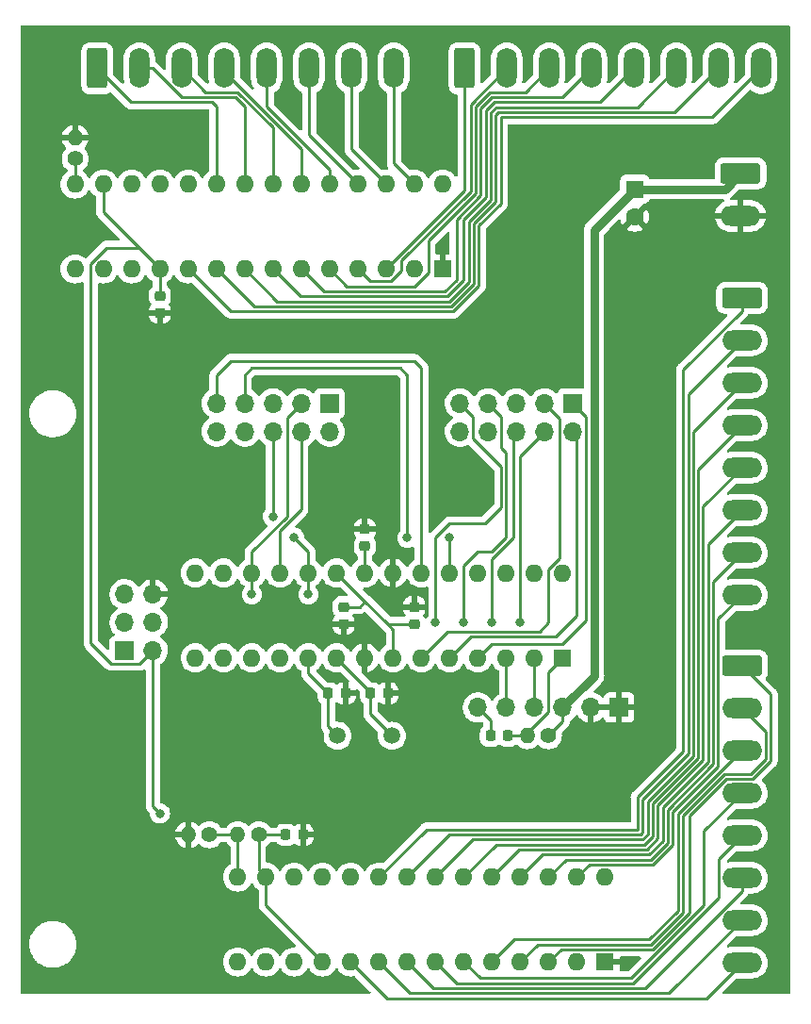
<source format=gbl>
G04 #@! TF.GenerationSoftware,KiCad,Pcbnew,(6.0.0)*
G04 #@! TF.CreationDate,2022-11-09T00:29:17-05:00*
G04 #@! TF.ProjectId,arcade tester controller input,61726361-6465-4207-9465-737465722063,rev?*
G04 #@! TF.SameCoordinates,Original*
G04 #@! TF.FileFunction,Copper,L2,Bot*
G04 #@! TF.FilePolarity,Positive*
%FSLAX46Y46*%
G04 Gerber Fmt 4.6, Leading zero omitted, Abs format (unit mm)*
G04 Created by KiCad (PCBNEW (6.0.0)) date 2022-11-09 00:29:17*
%MOMM*%
%LPD*%
G01*
G04 APERTURE LIST*
G04 Aperture macros list*
%AMRoundRect*
0 Rectangle with rounded corners*
0 $1 Rounding radius*
0 $2 $3 $4 $5 $6 $7 $8 $9 X,Y pos of 4 corners*
0 Add a 4 corners polygon primitive as box body*
4,1,4,$2,$3,$4,$5,$6,$7,$8,$9,$2,$3,0*
0 Add four circle primitives for the rounded corners*
1,1,$1+$1,$2,$3*
1,1,$1+$1,$4,$5*
1,1,$1+$1,$6,$7*
1,1,$1+$1,$8,$9*
0 Add four rect primitives between the rounded corners*
20,1,$1+$1,$2,$3,$4,$5,0*
20,1,$1+$1,$4,$5,$6,$7,0*
20,1,$1+$1,$6,$7,$8,$9,0*
20,1,$1+$1,$8,$9,$2,$3,0*%
G04 Aperture macros list end*
G04 #@! TA.AperFunction,ComponentPad*
%ADD10R,1.600000X1.600000*%
G04 #@! TD*
G04 #@! TA.AperFunction,ComponentPad*
%ADD11C,1.600000*%
G04 #@! TD*
G04 #@! TA.AperFunction,ComponentPad*
%ADD12R,1.700000X1.700000*%
G04 #@! TD*
G04 #@! TA.AperFunction,ComponentPad*
%ADD13O,1.700000X1.700000*%
G04 #@! TD*
G04 #@! TA.AperFunction,ComponentPad*
%ADD14RoundRect,0.250000X-0.650000X-1.550000X0.650000X-1.550000X0.650000X1.550000X-0.650000X1.550000X0*%
G04 #@! TD*
G04 #@! TA.AperFunction,ComponentPad*
%ADD15O,1.800000X3.600000*%
G04 #@! TD*
G04 #@! TA.AperFunction,ComponentPad*
%ADD16RoundRect,0.250000X-1.550000X0.650000X-1.550000X-0.650000X1.550000X-0.650000X1.550000X0.650000X0*%
G04 #@! TD*
G04 #@! TA.AperFunction,ComponentPad*
%ADD17O,3.600000X1.800000*%
G04 #@! TD*
G04 #@! TA.AperFunction,SMDPad,CuDef*
%ADD18RoundRect,0.225000X-0.225000X-0.250000X0.225000X-0.250000X0.225000X0.250000X-0.225000X0.250000X0*%
G04 #@! TD*
G04 #@! TA.AperFunction,ComponentPad*
%ADD19O,1.600000X1.600000*%
G04 #@! TD*
G04 #@! TA.AperFunction,ComponentPad*
%ADD20C,1.500000*%
G04 #@! TD*
G04 #@! TA.AperFunction,ComponentPad*
%ADD21C,1.400000*%
G04 #@! TD*
G04 #@! TA.AperFunction,ComponentPad*
%ADD22O,1.400000X1.400000*%
G04 #@! TD*
G04 #@! TA.AperFunction,SMDPad,CuDef*
%ADD23RoundRect,0.225000X-0.250000X0.225000X-0.250000X-0.225000X0.250000X-0.225000X0.250000X0.225000X0*%
G04 #@! TD*
G04 #@! TA.AperFunction,SMDPad,CuDef*
%ADD24RoundRect,0.225000X0.250000X-0.225000X0.250000X0.225000X-0.250000X0.225000X-0.250000X-0.225000X0*%
G04 #@! TD*
G04 #@! TA.AperFunction,ViaPad*
%ADD25C,0.800000*%
G04 #@! TD*
G04 #@! TA.AperFunction,Conductor*
%ADD26C,0.800000*%
G04 #@! TD*
G04 #@! TA.AperFunction,Conductor*
%ADD27C,0.250000*%
G04 #@! TD*
G04 APERTURE END LIST*
D10*
X172212000Y-73470888D03*
D11*
X172212000Y-75970888D03*
D12*
X166660000Y-92710000D03*
D13*
X166660000Y-95250000D03*
X164120000Y-92710000D03*
X164120000Y-95250000D03*
X161580000Y-92710000D03*
X161580000Y-95250000D03*
X159040000Y-92710000D03*
X159040000Y-95250000D03*
X156500000Y-92710000D03*
X156500000Y-95250000D03*
D12*
X144780000Y-92710000D03*
D13*
X144780000Y-95250000D03*
X142240000Y-92710000D03*
X142240000Y-95250000D03*
X139700000Y-92710000D03*
X139700000Y-95250000D03*
X137160000Y-92710000D03*
X137160000Y-95250000D03*
X134620000Y-92710000D03*
X134620000Y-95250000D03*
D14*
X123880000Y-62622500D03*
D15*
X127690000Y-62622500D03*
X131500000Y-62622500D03*
X135310000Y-62622500D03*
X139120000Y-62622500D03*
X142930000Y-62622500D03*
X146740000Y-62622500D03*
X150550000Y-62622500D03*
D14*
X156900000Y-62622500D03*
D15*
X160710000Y-62622500D03*
X164520000Y-62622500D03*
X168330000Y-62622500D03*
X172140000Y-62622500D03*
X175950000Y-62622500D03*
X179760000Y-62622500D03*
X183570000Y-62622500D03*
D12*
X170815000Y-120015000D03*
D13*
X168275000Y-120015000D03*
X165735000Y-120015000D03*
X163195000Y-120015000D03*
X160655000Y-120015000D03*
X158115000Y-120015000D03*
D16*
X181852500Y-116260000D03*
D17*
X181852500Y-120070000D03*
X181852500Y-123880000D03*
X181852500Y-127690000D03*
X181852500Y-131500000D03*
X181852500Y-135310000D03*
X181852500Y-139120000D03*
X181852500Y-142930000D03*
D18*
X144640000Y-118745000D03*
X146190000Y-118745000D03*
D10*
X169535000Y-142865000D03*
D19*
X166995000Y-142865000D03*
X164455000Y-142865000D03*
X161915000Y-142865000D03*
X159375000Y-142865000D03*
X156835000Y-142865000D03*
X154295000Y-142865000D03*
X151755000Y-142865000D03*
X149215000Y-142865000D03*
X146675000Y-142865000D03*
X144135000Y-142865000D03*
X141595000Y-142865000D03*
X139055000Y-142865000D03*
X136515000Y-142865000D03*
X136515000Y-135245000D03*
X139055000Y-135245000D03*
X141595000Y-135245000D03*
X144135000Y-135245000D03*
X146675000Y-135245000D03*
X149215000Y-135245000D03*
X151755000Y-135245000D03*
X154295000Y-135245000D03*
X156835000Y-135245000D03*
X159375000Y-135245000D03*
X161915000Y-135245000D03*
X164455000Y-135245000D03*
X166995000Y-135245000D03*
X169535000Y-135245000D03*
D10*
X165725000Y-115560000D03*
D19*
X163185000Y-115560000D03*
X160645000Y-115560000D03*
X158105000Y-115560000D03*
X155565000Y-115560000D03*
X153025000Y-115560000D03*
X150485000Y-115560000D03*
X147945000Y-115560000D03*
X145405000Y-115560000D03*
X142865000Y-115560000D03*
X140325000Y-115560000D03*
X137785000Y-115560000D03*
X135245000Y-115560000D03*
X132705000Y-115560000D03*
X132705000Y-107940000D03*
X135245000Y-107940000D03*
X137785000Y-107940000D03*
X140325000Y-107940000D03*
X142865000Y-107940000D03*
X145405000Y-107940000D03*
X147945000Y-107940000D03*
X150485000Y-107940000D03*
X153025000Y-107940000D03*
X155565000Y-107940000D03*
X158105000Y-107940000D03*
X160645000Y-107940000D03*
X163185000Y-107940000D03*
X165725000Y-107940000D03*
D20*
X145505000Y-122555000D03*
X150385000Y-122555000D03*
D10*
X154930000Y-80635000D03*
D19*
X152390000Y-80635000D03*
X149850000Y-80635000D03*
X147310000Y-80635000D03*
X144770000Y-80635000D03*
X142230000Y-80635000D03*
X139690000Y-80635000D03*
X137150000Y-80635000D03*
X134610000Y-80635000D03*
X132070000Y-80635000D03*
X129530000Y-80635000D03*
X126990000Y-80635000D03*
X124450000Y-80635000D03*
X121910000Y-80635000D03*
X121910000Y-73015000D03*
X124450000Y-73015000D03*
X126990000Y-73015000D03*
X129530000Y-73015000D03*
X132070000Y-73015000D03*
X134610000Y-73015000D03*
X137150000Y-73015000D03*
X139690000Y-73015000D03*
X142230000Y-73015000D03*
X144770000Y-73015000D03*
X147310000Y-73015000D03*
X149850000Y-73015000D03*
X152390000Y-73015000D03*
X154930000Y-73015000D03*
D21*
X164465000Y-122555000D03*
D22*
X162565000Y-122555000D03*
D23*
X129540000Y-83045000D03*
X129540000Y-84595000D03*
D16*
X181852500Y-83240000D03*
D17*
X181852500Y-87050000D03*
X181852500Y-90860000D03*
X181852500Y-94670000D03*
X181852500Y-98480000D03*
X181852500Y-102290000D03*
X181852500Y-106100000D03*
X181852500Y-109910000D03*
D24*
X147955000Y-105550000D03*
X147955000Y-104000000D03*
D18*
X140830000Y-131445000D03*
X142380000Y-131445000D03*
D12*
X126360000Y-114920000D03*
D13*
X128900000Y-114920000D03*
X126360000Y-112380000D03*
X128900000Y-112380000D03*
X126360000Y-109840000D03*
X128900000Y-109840000D03*
D16*
X181725500Y-72064000D03*
D17*
X181725500Y-75874000D03*
D21*
X138430000Y-131445000D03*
D22*
X136530000Y-131445000D03*
D24*
X152400000Y-112535000D03*
X152400000Y-110985000D03*
D18*
X148450000Y-118745000D03*
X150000000Y-118745000D03*
D21*
X133985000Y-131445000D03*
D22*
X132085000Y-131445000D03*
D18*
X159245000Y-122555000D03*
X160795000Y-122555000D03*
D23*
X146050000Y-110985000D03*
X146050000Y-112535000D03*
D21*
X121920000Y-70755000D03*
D22*
X121920000Y-68855000D03*
D25*
X148082000Y-91694000D03*
X150622000Y-91948000D03*
X150622000Y-102362000D03*
X144780000Y-104648000D03*
X147320000Y-101600000D03*
X147320000Y-98044000D03*
X129540000Y-129540000D03*
X156210000Y-129286000D03*
X125730000Y-86868000D03*
X183642000Y-66548000D03*
X121666000Y-85344000D03*
X162052000Y-68834000D03*
X123952000Y-124968000D03*
X148082000Y-130810000D03*
X135890000Y-121412000D03*
X145542000Y-87630000D03*
X153670000Y-68580000D03*
X125984000Y-103378000D03*
X173482000Y-115316000D03*
X131572000Y-88900000D03*
X169926000Y-80772000D03*
X120396000Y-103124000D03*
X124968000Y-139700000D03*
X172974000Y-101346000D03*
X153670000Y-60960000D03*
X132080000Y-68072000D03*
X132080000Y-84328000D03*
X151384000Y-86614000D03*
X148590000Y-68326000D03*
X158496000Y-85598000D03*
X170942000Y-125476000D03*
X161925000Y-112395000D03*
X159385000Y-112395000D03*
X156845000Y-112395000D03*
X154305000Y-112395000D03*
X137795000Y-109855000D03*
X139700000Y-102870000D03*
X142875000Y-109855000D03*
X141605000Y-104775000D03*
X155575000Y-104775000D03*
X151765000Y-104775000D03*
D26*
X180318612Y-73470888D02*
X181725500Y-72064000D01*
X172212000Y-73470888D02*
X180318612Y-73470888D01*
X168559031Y-77123857D02*
X172212000Y-73470888D01*
X168559031Y-117190969D02*
X168559031Y-77123857D01*
X165735000Y-120015000D02*
X168559031Y-117190969D01*
D27*
X159245000Y-121145000D02*
X159245000Y-122555000D01*
X158115000Y-120015000D02*
X159245000Y-121145000D01*
X164465000Y-116820000D02*
X165725000Y-115560000D01*
X160795000Y-122555000D02*
X162316010Y-122555000D01*
X164465000Y-120406010D02*
X164465000Y-116820000D01*
X162316010Y-122555000D02*
X164465000Y-120406010D01*
X128900000Y-114920000D02*
X127725489Y-116094511D01*
X124450000Y-73015000D02*
X124450000Y-75555000D01*
X124450000Y-75555000D02*
X129530000Y-80635000D01*
X138430000Y-131445000D02*
X140830000Y-131445000D01*
X124754700Y-78740000D02*
X127635000Y-78740000D01*
X147460000Y-110985000D02*
X147955000Y-110490000D01*
X123325489Y-80169211D02*
X124754700Y-78740000D01*
X125185489Y-116094511D02*
X123325489Y-114234511D01*
X139055000Y-137785000D02*
X144135000Y-142865000D01*
X150000000Y-112535000D02*
X149860000Y-112395000D01*
X138430000Y-131445000D02*
X138430000Y-134620000D01*
X139055000Y-135245000D02*
X139055000Y-137785000D01*
X150485000Y-113020000D02*
X150485000Y-115560000D01*
X149860000Y-112395000D02*
X150485000Y-113020000D01*
X129540000Y-80645000D02*
X129530000Y-80635000D01*
X123325489Y-114234511D02*
X123325489Y-80169211D01*
X127725489Y-116094511D02*
X125185489Y-116094511D01*
X145405000Y-107940000D02*
X147955000Y-110490000D01*
X129540000Y-83045000D02*
X129540000Y-80645000D01*
X165735000Y-121285000D02*
X165735000Y-120015000D01*
X128900000Y-114920000D02*
X128900000Y-128900000D01*
X138430000Y-134620000D02*
X139055000Y-135245000D01*
X147955000Y-110490000D02*
X149860000Y-112395000D01*
X152400000Y-112535000D02*
X150000000Y-112535000D01*
X146050000Y-110985000D02*
X147460000Y-110985000D01*
X164465000Y-122555000D02*
X165735000Y-121285000D01*
X128900000Y-128900000D02*
X129540000Y-129540000D01*
X147955000Y-105550000D02*
X147955000Y-107930000D01*
X147955000Y-107930000D02*
X147945000Y-107940000D01*
X144640000Y-118745000D02*
X144640000Y-121690000D01*
X142865000Y-116970000D02*
X144640000Y-118745000D01*
X142865000Y-115560000D02*
X142865000Y-116970000D01*
X144640000Y-121690000D02*
X145505000Y-122555000D01*
X148450000Y-118745000D02*
X148450000Y-120620000D01*
X148450000Y-118605000D02*
X148450000Y-118745000D01*
X148450000Y-120620000D02*
X150385000Y-122555000D01*
X145405000Y-115560000D02*
X148450000Y-118605000D01*
X163185000Y-115560000D02*
X163185000Y-120005000D01*
X163185000Y-120005000D02*
X163195000Y-120015000D01*
X160645000Y-120005000D02*
X160655000Y-120015000D01*
X160645000Y-115560000D02*
X160645000Y-120005000D01*
X167834511Y-112200489D02*
X165735000Y-114300000D01*
X167834511Y-93884511D02*
X167834511Y-112200489D01*
X166660000Y-92710000D02*
X167834511Y-93884511D01*
X159365000Y-114300000D02*
X158105000Y-115560000D01*
X165735000Y-114300000D02*
X159365000Y-114300000D01*
X167005000Y-111760000D02*
X167005000Y-95595000D01*
X165100000Y-113665000D02*
X167005000Y-111760000D01*
X157460000Y-113665000D02*
X165100000Y-113665000D01*
X167005000Y-95595000D02*
X166660000Y-95250000D01*
X155565000Y-115560000D02*
X157460000Y-113665000D01*
X165485489Y-106589211D02*
X164465000Y-107609700D01*
X155369520Y-113215480D02*
X153025000Y-115560000D01*
X164465000Y-107609700D02*
X164465000Y-112395000D01*
X163644520Y-113215480D02*
X155369520Y-113215480D01*
X165485489Y-94075489D02*
X165485489Y-106589211D01*
X164465000Y-112395000D02*
X163644520Y-113215480D01*
X164120000Y-92710000D02*
X165485489Y-94075489D01*
X161925000Y-97445000D02*
X164120000Y-95250000D01*
X161925000Y-112395000D02*
X161925000Y-97445000D01*
X161290000Y-95540000D02*
X161290000Y-104775000D01*
X161580000Y-95250000D02*
X161290000Y-95540000D01*
X161290000Y-104775000D02*
X159385000Y-106680000D01*
X159385000Y-106680000D02*
X159385000Y-112395000D01*
X160214511Y-93884511D02*
X160214511Y-96714511D01*
X160214511Y-96714511D02*
X160655000Y-97155000D01*
X159040000Y-92710000D02*
X160214511Y-93884511D01*
X159384282Y-106045000D02*
X158115000Y-106045000D01*
X160655000Y-104774282D02*
X159384282Y-106045000D01*
X158115000Y-106045000D02*
X156845000Y-107315000D01*
X156845000Y-107315000D02*
X156845000Y-112395000D01*
X160655000Y-97155000D02*
X160655000Y-104774282D01*
X157674511Y-93884511D02*
X156500000Y-92710000D01*
X160205480Y-102049520D02*
X160205480Y-98425000D01*
X158750000Y-103505000D02*
X160205480Y-102049520D01*
X157674511Y-95894031D02*
X157674511Y-93884511D01*
X160205480Y-98425000D02*
X157674511Y-95894031D01*
X154305000Y-112395000D02*
X154305000Y-104775000D01*
X154305000Y-104775000D02*
X155575000Y-103505000D01*
X155575000Y-103505000D02*
X158750000Y-103505000D01*
X140970000Y-102869283D02*
X137785000Y-106054283D01*
X137785000Y-106054283D02*
X137785000Y-107940000D01*
X137785000Y-109845000D02*
X137795000Y-109855000D01*
X137785000Y-107940000D02*
X137785000Y-109845000D01*
X140970000Y-93980000D02*
X140970000Y-102869283D01*
X142240000Y-92710000D02*
X140970000Y-93980000D01*
X140325000Y-104150000D02*
X140325000Y-107940000D01*
X142240000Y-102235000D02*
X140325000Y-104150000D01*
X142240000Y-95250000D02*
X142240000Y-102235000D01*
X139700000Y-102870000D02*
X139700000Y-95250000D01*
X142865000Y-106035000D02*
X141605000Y-104775000D01*
X142865000Y-107940000D02*
X142865000Y-106035000D01*
X142865000Y-109845000D02*
X142875000Y-109855000D01*
X142865000Y-107940000D02*
X142865000Y-109845000D01*
X137795000Y-89535000D02*
X137160000Y-90170000D01*
X155565000Y-107940000D02*
X155565000Y-104785000D01*
X151765000Y-104775000D02*
X151765000Y-90170000D01*
X151130000Y-89535000D02*
X137795000Y-89535000D01*
X151765000Y-90170000D02*
X151130000Y-89535000D01*
X155565000Y-104785000D02*
X155575000Y-104775000D01*
X137160000Y-90170000D02*
X137160000Y-92710000D01*
X152400000Y-88900000D02*
X135890000Y-88900000D01*
X134620000Y-90170000D02*
X134620000Y-92710000D01*
X153025000Y-89525000D02*
X152400000Y-88900000D01*
X135890000Y-88900000D02*
X134620000Y-90170000D01*
X153025000Y-107940000D02*
X153025000Y-89525000D01*
X156900000Y-73585000D02*
X156900000Y-62622500D01*
X149850000Y-80635000D02*
X156900000Y-73585000D01*
X148434511Y-81759511D02*
X150315789Y-81759511D01*
X147310000Y-80635000D02*
X148434511Y-81759511D01*
X151265489Y-80809811D02*
X151265489Y-79855229D01*
X150315789Y-81759511D02*
X151265489Y-80809811D01*
X157480000Y-73640717D02*
X157480000Y-65852500D01*
X157480000Y-65852500D02*
X160710000Y-62622500D01*
X151265489Y-79855229D02*
X157480000Y-73640717D01*
X144770000Y-80635000D02*
X146344031Y-82209031D01*
X159198218Y-64770000D02*
X162372500Y-64770000D01*
X162372500Y-64770000D02*
X164520000Y-62622500D01*
X153670000Y-80945300D02*
X153670000Y-78086436D01*
X146344031Y-82209031D02*
X152406269Y-82209031D01*
X152406269Y-82209031D02*
X153670000Y-80945300D01*
X157929520Y-73826914D02*
X157929520Y-66038698D01*
X153670000Y-78086436D02*
X157929520Y-73826914D01*
X157929520Y-66038698D02*
X159198218Y-64770000D01*
X142230000Y-80635000D02*
X144253551Y-82658551D01*
X158379040Y-66224896D02*
X159384416Y-65219520D01*
X144253551Y-82658551D02*
X155155471Y-82658551D01*
X156210000Y-76182153D02*
X158379040Y-74013111D01*
X156210000Y-81604022D02*
X156210000Y-76182153D01*
X159384416Y-65219520D02*
X165732980Y-65219520D01*
X155155471Y-82658551D02*
X156210000Y-81604022D01*
X165732980Y-65219520D02*
X168330000Y-62622500D01*
X158379040Y-74013111D02*
X158379040Y-66224896D01*
X156845000Y-76200000D02*
X158828559Y-74216441D01*
X169093460Y-65669040D02*
X172140000Y-62622500D01*
X139690000Y-80635000D02*
X142163071Y-83108071D01*
X155341669Y-83108071D02*
X156845000Y-81604740D01*
X156845000Y-81604740D02*
X156845000Y-76200000D01*
X159570614Y-65669040D02*
X169093460Y-65669040D01*
X142163071Y-83108071D02*
X155341669Y-83108071D01*
X158828559Y-66411095D02*
X159570614Y-65669040D01*
X158828559Y-74216441D02*
X158828559Y-66411095D01*
X159278079Y-66597293D02*
X159756812Y-66118560D01*
X155527866Y-83557591D02*
X157294520Y-81790937D01*
X157294520Y-81790937D02*
X157294520Y-76386198D01*
X159278079Y-74402638D02*
X159278079Y-66597293D01*
X159756812Y-66118560D02*
X172453940Y-66118560D01*
X172453940Y-66118560D02*
X175950000Y-62622500D01*
X157294520Y-76386198D02*
X159278079Y-74402638D01*
X137150000Y-80635000D02*
X140072591Y-83557591D01*
X140072591Y-83557591D02*
X155527866Y-83557591D01*
X157744040Y-76572396D02*
X159727599Y-74588835D01*
X175814420Y-66568080D02*
X179760000Y-62622500D01*
X137982111Y-84007111D02*
X155714063Y-84007111D01*
X159943010Y-66568080D02*
X173883080Y-66568080D01*
X155714063Y-84007111D02*
X157744040Y-81977134D01*
X159727599Y-74588835D02*
X159727599Y-66783491D01*
X157744040Y-81977134D02*
X157744040Y-76572396D01*
X173883080Y-66568080D02*
X175814420Y-66568080D01*
X159727599Y-66783491D02*
X159943010Y-66568080D01*
X134610000Y-80635000D02*
X137982111Y-84007111D01*
X160177119Y-67017600D02*
X179174900Y-67017600D01*
X158193560Y-82163331D02*
X158193560Y-76758593D01*
X135891631Y-84456631D02*
X155900260Y-84456631D01*
X179174900Y-67017600D02*
X183570000Y-62622500D01*
X160177118Y-74775035D02*
X160177119Y-67017600D01*
X132070000Y-80635000D02*
X135891631Y-84456631D01*
X155900260Y-84456631D02*
X158193560Y-82163331D01*
X158193560Y-76758593D02*
X160177118Y-74775035D01*
X126926540Y-65669040D02*
X123880000Y-62622500D01*
X134610000Y-73015000D02*
X134610000Y-66030000D01*
X134249040Y-65669040D02*
X126926540Y-65669040D01*
X134610000Y-66030000D02*
X134249040Y-65669040D01*
X128868268Y-62622500D02*
X127690000Y-62622500D01*
X136337366Y-65219520D02*
X131465288Y-65219520D01*
X131465288Y-65219520D02*
X128868268Y-62622500D01*
X137150000Y-73015000D02*
X137150000Y-66032154D01*
X137150000Y-66032154D02*
X136337366Y-65219520D01*
X139690000Y-67936436D02*
X136523564Y-64770000D01*
X133647500Y-64770000D02*
X131500000Y-62622500D01*
X139690000Y-73015000D02*
X139690000Y-67936436D01*
X136523564Y-64770000D02*
X133647500Y-64770000D01*
X142230000Y-73015000D02*
X142230000Y-69840718D01*
X135310000Y-62920718D02*
X135310000Y-62622500D01*
X142230000Y-69840718D02*
X135310000Y-62920718D01*
X144770000Y-73015000D02*
X144770000Y-71745000D01*
X144770000Y-71745000D02*
X139120000Y-66095000D01*
X139120000Y-66095000D02*
X139120000Y-62622500D01*
X142930000Y-68635000D02*
X142930000Y-62622500D01*
X147310000Y-73015000D02*
X142930000Y-68635000D01*
X146740000Y-69905000D02*
X149850000Y-73015000D01*
X146740000Y-62622500D02*
X146740000Y-69905000D01*
X150550000Y-71175000D02*
X150550000Y-62622500D01*
X152390000Y-73015000D02*
X150550000Y-71175000D01*
X177162492Y-129748276D02*
X180445288Y-126465480D01*
X184426540Y-118834040D02*
X181852500Y-116260000D01*
X173849495Y-141740489D02*
X177162492Y-138427492D01*
X180445288Y-126465480D02*
X182780237Y-126465480D01*
X177162492Y-138427492D02*
X177162492Y-129748276D01*
X184426540Y-124819177D02*
X184426540Y-118834040D01*
X164455000Y-142865000D02*
X165579511Y-141740489D01*
X165579511Y-141740489D02*
X173849495Y-141740489D01*
X182780237Y-126465480D02*
X184426540Y-124819177D01*
X183977020Y-122194520D02*
X181852500Y-120070000D01*
X183977020Y-124632980D02*
X183977020Y-122194520D01*
X176524266Y-138430000D02*
X176524266Y-129750785D01*
X161915000Y-142865000D02*
X163489031Y-141290969D01*
X173663297Y-141290969D02*
X176524266Y-138430000D01*
X180125025Y-126150025D02*
X180259091Y-126015960D01*
X163489031Y-141290969D02*
X173663297Y-141290969D01*
X182594040Y-126015960D02*
X183977020Y-124632980D01*
X176524266Y-129750785D02*
X180125025Y-126150025D01*
X180259091Y-126015960D02*
X182594040Y-126015960D01*
X181759334Y-123880000D02*
X181852500Y-123880000D01*
X176074746Y-129564588D02*
X181759334Y-123880000D01*
X161398551Y-140841449D02*
X173477099Y-140841449D01*
X173477099Y-140841449D02*
X176074746Y-138243802D01*
X176074746Y-138243802D02*
X176074746Y-129564588D01*
X159375000Y-142865000D02*
X161398551Y-140841449D01*
X178432851Y-137792851D02*
X178432851Y-131109649D01*
X156835000Y-142865000D02*
X158296900Y-144326900D01*
X171898802Y-144326900D02*
X178432851Y-137792851D01*
X158296900Y-144326900D02*
X171898802Y-144326900D01*
X178432851Y-131109649D02*
X181852500Y-127690000D01*
X172085000Y-144776420D02*
X179727980Y-137133440D01*
X156206420Y-144776420D02*
X172085000Y-144776420D01*
X179727980Y-137133440D02*
X179727980Y-133624520D01*
X154295000Y-142865000D02*
X156206420Y-144776420D01*
X179727980Y-133624520D02*
X181852500Y-131500000D01*
X181852500Y-136488268D02*
X181852500Y-135310000D01*
X173114828Y-145225940D02*
X181852500Y-136488268D01*
X151755000Y-142865000D02*
X154115940Y-145225940D01*
X154115940Y-145225940D02*
X173114828Y-145225940D01*
X175297040Y-145675460D02*
X181852500Y-139120000D01*
X149215000Y-142865000D02*
X152025460Y-145675460D01*
X152025460Y-145675460D02*
X175297040Y-145675460D01*
X178657520Y-146124980D02*
X181852500Y-142930000D01*
X146675000Y-142865000D02*
X149934980Y-146124980D01*
X149934980Y-146124980D02*
X178657520Y-146124980D01*
X176558360Y-89712408D02*
X181852500Y-84418268D01*
X172478586Y-130973849D02*
X172478586Y-128075011D01*
X176558360Y-123995235D02*
X176558360Y-89712408D01*
X181852500Y-84418268D02*
X181852500Y-83240000D01*
X153486151Y-130973849D02*
X172478586Y-130973849D01*
X149215000Y-135245000D02*
X153486151Y-130973849D01*
X172478586Y-128075011D02*
X176558360Y-123995235D01*
X172737323Y-131423369D02*
X172928106Y-131232586D01*
X172928106Y-131232586D02*
X172928106Y-128261208D01*
X172928106Y-128261208D02*
X177007880Y-124181433D01*
X155576631Y-131423369D02*
X172737323Y-131423369D01*
X177007880Y-124181433D02*
X177007880Y-91894620D01*
X151755000Y-135245000D02*
X155576631Y-131423369D01*
X177007880Y-91894620D02*
X181852500Y-87050000D01*
X157667111Y-131872889D02*
X172923521Y-131872889D01*
X177457400Y-124367630D02*
X177457400Y-95255100D01*
X177457400Y-95255100D02*
X181852500Y-90860000D01*
X172923521Y-131872889D02*
X173377626Y-131418784D01*
X173377626Y-128447404D02*
X177457400Y-124367630D01*
X154295000Y-135245000D02*
X157667111Y-131872889D01*
X173377626Y-131418784D02*
X173377626Y-128447404D01*
X177906920Y-124553828D02*
X177906920Y-98615580D01*
X177906920Y-98615580D02*
X181852500Y-94670000D01*
X173827146Y-128633602D02*
X177906920Y-124553828D01*
X156835000Y-135245000D02*
X159757591Y-132322409D01*
X173109719Y-132322409D02*
X173827146Y-131604982D01*
X173827146Y-131604982D02*
X173827146Y-128633602D01*
X159757591Y-132322409D02*
X173109719Y-132322409D01*
X178356440Y-101976060D02*
X181852500Y-98480000D01*
X178356440Y-124740022D02*
X178356440Y-101976060D01*
X174276666Y-128819799D02*
X178356440Y-124740022D01*
X159375000Y-135245000D02*
X161848071Y-132771929D01*
X161848071Y-132771929D02*
X173295917Y-132771929D01*
X173295917Y-132771929D02*
X174276666Y-131791180D01*
X174276666Y-131791180D02*
X174276666Y-128819799D01*
X161915000Y-135245000D02*
X163938551Y-133221449D01*
X163938551Y-133221449D02*
X173482115Y-133221449D01*
X173482115Y-133221449D02*
X174726186Y-131977378D01*
X174726186Y-129005996D02*
X178805960Y-124926220D01*
X174726186Y-131977378D02*
X174726186Y-129005996D01*
X178805960Y-124926220D02*
X178805960Y-105336540D01*
X178805960Y-105336540D02*
X181852500Y-102290000D01*
X179255480Y-108697020D02*
X181852500Y-106100000D01*
X164455000Y-135245000D02*
X166029031Y-133670969D01*
X175175706Y-129192193D02*
X179255480Y-125112418D01*
X175175706Y-132163576D02*
X175175706Y-129192193D01*
X173668313Y-133670969D02*
X175175706Y-132163576D01*
X179255480Y-125112418D02*
X179255480Y-108697020D01*
X166029031Y-133670969D02*
X173668313Y-133670969D01*
X179705000Y-125298616D02*
X179705000Y-112057500D01*
X175625226Y-132349774D02*
X175625226Y-129378390D01*
X173854511Y-134120489D02*
X175625226Y-132349774D01*
X168119511Y-134120489D02*
X173854511Y-134120489D01*
X175625226Y-129378390D02*
X179705000Y-125298616D01*
X179705000Y-112057500D02*
X181852500Y-109910000D01*
X166995000Y-135245000D02*
X168119511Y-134120489D01*
X121920000Y-73005000D02*
X121910000Y-73015000D01*
X121920000Y-70755000D02*
X121920000Y-73005000D01*
X133985000Y-131445000D02*
X136530000Y-131445000D01*
X136530000Y-131445000D02*
X136530000Y-135230000D01*
X136530000Y-135230000D02*
X136515000Y-135245000D01*
G04 #@! TA.AperFunction,Conductor*
G36*
X186124121Y-58778002D02*
G01*
X186170614Y-58831658D01*
X186182000Y-58884000D01*
X186182000Y-145616000D01*
X186161998Y-145684121D01*
X186108342Y-145730614D01*
X186056000Y-145742000D01*
X180240594Y-145742000D01*
X180172473Y-145721998D01*
X180125980Y-145668342D01*
X180115876Y-145598068D01*
X180145370Y-145533488D01*
X180151499Y-145526905D01*
X180639324Y-145039081D01*
X181303000Y-144375405D01*
X181365312Y-144341379D01*
X181392095Y-144338500D01*
X182812512Y-144338500D01*
X182990675Y-144323383D01*
X182995839Y-144322043D01*
X182995843Y-144322042D01*
X183216875Y-144264673D01*
X183216880Y-144264671D01*
X183222040Y-144263332D01*
X183359022Y-144201626D01*
X183435119Y-144167347D01*
X183435122Y-144167346D01*
X183439980Y-144165157D01*
X183638262Y-144031666D01*
X183657119Y-144013678D01*
X183744135Y-143930668D01*
X183811218Y-143866674D01*
X183953902Y-143674900D01*
X183966993Y-143649153D01*
X184059814Y-143466586D01*
X184059814Y-143466585D01*
X184062233Y-143461828D01*
X184106513Y-143319225D01*
X184131532Y-143238651D01*
X184131533Y-143238645D01*
X184133116Y-143233548D01*
X184159690Y-143033054D01*
X184163823Y-143001873D01*
X184163823Y-143001869D01*
X184164523Y-142996589D01*
X184155555Y-142757726D01*
X184121574Y-142595772D01*
X184107567Y-142529016D01*
X184107566Y-142529013D01*
X184106470Y-142523789D01*
X184018671Y-142301467D01*
X183894668Y-142097117D01*
X183891171Y-142093087D01*
X183741507Y-141920614D01*
X183741505Y-141920612D01*
X183738007Y-141916581D01*
X183733881Y-141913198D01*
X183733877Y-141913194D01*
X183557295Y-141768407D01*
X183553167Y-141765022D01*
X183548531Y-141762383D01*
X183548528Y-141762381D01*
X183350077Y-141649416D01*
X183345434Y-141646773D01*
X183120747Y-141565216D01*
X183115498Y-141564267D01*
X183115495Y-141564266D01*
X182889615Y-141523420D01*
X182889607Y-141523419D01*
X182885531Y-141522682D01*
X182867141Y-141521815D01*
X182861956Y-141521570D01*
X182861949Y-141521570D01*
X182860468Y-141521500D01*
X180892488Y-141521500D01*
X180714325Y-141536617D01*
X180709161Y-141537957D01*
X180709157Y-141537958D01*
X180669879Y-141548153D01*
X180655131Y-141551981D01*
X180645807Y-141554401D01*
X180574846Y-141552154D01*
X180516364Y-141511900D01*
X180488930Y-141446418D01*
X180501252Y-141376499D01*
X180525057Y-141343347D01*
X181302999Y-140565405D01*
X181365311Y-140531379D01*
X181392094Y-140528500D01*
X182812512Y-140528500D01*
X182990675Y-140513383D01*
X182995839Y-140512043D01*
X182995843Y-140512042D01*
X183216875Y-140454673D01*
X183216880Y-140454671D01*
X183222040Y-140453332D01*
X183318140Y-140410042D01*
X183435119Y-140357347D01*
X183435122Y-140357346D01*
X183439980Y-140355157D01*
X183638262Y-140221666D01*
X183654689Y-140205996D01*
X183744136Y-140120667D01*
X183811218Y-140056674D01*
X183953902Y-139864900D01*
X184014243Y-139746219D01*
X184059814Y-139656586D01*
X184059814Y-139656585D01*
X184062233Y-139651828D01*
X184097674Y-139537688D01*
X184131532Y-139428651D01*
X184131533Y-139428645D01*
X184133116Y-139423548D01*
X184160628Y-139215975D01*
X184163823Y-139191873D01*
X184163823Y-139191869D01*
X184164523Y-139186589D01*
X184164129Y-139176081D01*
X184155755Y-138953057D01*
X184155555Y-138947726D01*
X184106470Y-138713789D01*
X184018671Y-138491467D01*
X183894668Y-138287117D01*
X183891171Y-138283087D01*
X183741507Y-138110614D01*
X183741505Y-138110612D01*
X183738007Y-138106581D01*
X183733881Y-138103198D01*
X183733877Y-138103194D01*
X183596351Y-137990431D01*
X183553167Y-137955022D01*
X183548531Y-137952383D01*
X183548528Y-137952381D01*
X183350077Y-137839416D01*
X183345434Y-137836773D01*
X183120747Y-137755216D01*
X183115498Y-137754267D01*
X183115495Y-137754266D01*
X182889615Y-137713420D01*
X182889607Y-137713419D01*
X182885531Y-137712682D01*
X182867141Y-137711815D01*
X182861956Y-137711570D01*
X182861949Y-137711570D01*
X182860468Y-137711500D01*
X181829362Y-137711500D01*
X181761241Y-137691498D01*
X181714748Y-137637842D01*
X181704644Y-137567568D01*
X181734138Y-137502988D01*
X181740267Y-137496405D01*
X182244747Y-136991925D01*
X182253037Y-136984381D01*
X182259518Y-136980268D01*
X182306159Y-136930600D01*
X182308913Y-136927759D01*
X182328634Y-136908038D01*
X182331112Y-136904843D01*
X182338818Y-136895821D01*
X182363658Y-136869369D01*
X182369086Y-136863589D01*
X182378846Y-136845836D01*
X182389699Y-136829313D01*
X182397253Y-136819574D01*
X182402113Y-136813309D01*
X182410272Y-136794456D01*
X182455683Y-136739884D01*
X182525907Y-136718500D01*
X182812512Y-136718500D01*
X182990675Y-136703383D01*
X182995839Y-136702043D01*
X182995843Y-136702042D01*
X183216875Y-136644673D01*
X183216880Y-136644671D01*
X183222040Y-136643332D01*
X183331726Y-136593922D01*
X183435119Y-136547347D01*
X183435122Y-136547346D01*
X183439980Y-136545157D01*
X183638262Y-136411666D01*
X183657448Y-136393364D01*
X183803165Y-136254356D01*
X183811218Y-136246674D01*
X183953902Y-136054900D01*
X184062233Y-135841828D01*
X184106513Y-135699225D01*
X184131532Y-135618651D01*
X184131533Y-135618645D01*
X184133116Y-135613548D01*
X184164523Y-135376589D01*
X184155555Y-135137726D01*
X184129091Y-135011598D01*
X184107567Y-134909016D01*
X184107566Y-134909013D01*
X184106470Y-134903789D01*
X184018671Y-134681467D01*
X183894668Y-134477117D01*
X183738007Y-134296581D01*
X183733881Y-134293198D01*
X183733877Y-134293194D01*
X183557295Y-134148407D01*
X183553167Y-134145022D01*
X183548531Y-134142383D01*
X183548528Y-134142381D01*
X183350077Y-134029416D01*
X183345434Y-134026773D01*
X183120747Y-133945216D01*
X183115498Y-133944267D01*
X183115495Y-133944266D01*
X182889615Y-133903420D01*
X182889607Y-133903419D01*
X182885531Y-133902682D01*
X182867141Y-133901815D01*
X182861956Y-133901570D01*
X182861949Y-133901570D01*
X182860468Y-133901500D01*
X180892488Y-133901500D01*
X180714325Y-133916617D01*
X180709161Y-133917957D01*
X180709157Y-133917958D01*
X180658461Y-133931117D01*
X180654110Y-133932246D01*
X180645807Y-133934401D01*
X180574846Y-133932154D01*
X180516364Y-133891900D01*
X180488930Y-133826418D01*
X180501252Y-133756499D01*
X180525054Y-133723350D01*
X181303002Y-132945403D01*
X181365312Y-132911379D01*
X181392095Y-132908500D01*
X182812512Y-132908500D01*
X182990675Y-132893383D01*
X182995839Y-132892043D01*
X182995843Y-132892042D01*
X183216875Y-132834673D01*
X183216880Y-132834671D01*
X183222040Y-132833332D01*
X183242733Y-132824010D01*
X183435119Y-132737347D01*
X183435122Y-132737346D01*
X183439980Y-132735157D01*
X183638262Y-132601666D01*
X183657120Y-132583677D01*
X183750539Y-132494559D01*
X183811218Y-132436674D01*
X183817725Y-132427929D01*
X183939674Y-132264023D01*
X183953902Y-132244900D01*
X183962154Y-132228671D01*
X184059814Y-132036586D01*
X184059814Y-132036585D01*
X184062233Y-132031828D01*
X184102861Y-131900984D01*
X184131532Y-131808651D01*
X184131533Y-131808645D01*
X184133116Y-131803548D01*
X184154229Y-131644254D01*
X184163823Y-131571873D01*
X184163823Y-131571869D01*
X184164523Y-131566589D01*
X184155555Y-131327726D01*
X184119887Y-131157733D01*
X184107567Y-131099016D01*
X184107566Y-131099013D01*
X184106470Y-131093789D01*
X184018671Y-130871467D01*
X183894668Y-130667117D01*
X183862822Y-130630418D01*
X183741507Y-130490614D01*
X183741505Y-130490612D01*
X183738007Y-130486581D01*
X183733881Y-130483198D01*
X183733877Y-130483194D01*
X183573378Y-130351594D01*
X183553167Y-130335022D01*
X183548531Y-130332383D01*
X183548528Y-130332381D01*
X183350077Y-130219416D01*
X183345434Y-130216773D01*
X183120747Y-130135216D01*
X183115498Y-130134267D01*
X183115495Y-130134266D01*
X182889615Y-130093420D01*
X182889607Y-130093419D01*
X182885531Y-130092682D01*
X182867141Y-130091815D01*
X182861956Y-130091570D01*
X182861949Y-130091570D01*
X182860468Y-130091500D01*
X180892488Y-130091500D01*
X180714325Y-130106617D01*
X180709161Y-130107957D01*
X180709157Y-130107958D01*
X180677036Y-130116295D01*
X180645807Y-130124401D01*
X180574847Y-130122154D01*
X180516365Y-130081900D01*
X180488931Y-130016418D01*
X180501253Y-129946499D01*
X180525058Y-129913347D01*
X181303000Y-129135405D01*
X181365312Y-129101379D01*
X181392095Y-129098500D01*
X182812512Y-129098500D01*
X182990675Y-129083383D01*
X182995839Y-129082043D01*
X182995843Y-129082042D01*
X183216875Y-129024673D01*
X183216880Y-129024671D01*
X183222040Y-129023332D01*
X183242733Y-129014010D01*
X183435119Y-128927347D01*
X183435122Y-128927346D01*
X183439980Y-128925157D01*
X183638262Y-128791666D01*
X183657119Y-128773678D01*
X183764536Y-128671206D01*
X183811218Y-128626674D01*
X183953902Y-128434900D01*
X184062233Y-128221828D01*
X184100381Y-128098972D01*
X184131532Y-127998651D01*
X184131533Y-127998645D01*
X184133116Y-127993548D01*
X184158609Y-127801209D01*
X184163823Y-127761873D01*
X184163823Y-127761869D01*
X184164523Y-127756589D01*
X184164275Y-127749970D01*
X184158006Y-127583011D01*
X184155555Y-127517726D01*
X184106470Y-127283789D01*
X184018671Y-127061467D01*
X183894668Y-126857117D01*
X183738007Y-126676581D01*
X183732618Y-126672162D01*
X183695569Y-126641783D01*
X183655575Y-126583123D01*
X183653644Y-126512153D01*
X183686366Y-126455255D01*
X184818793Y-125322829D01*
X184827079Y-125315289D01*
X184833558Y-125311177D01*
X184880184Y-125261525D01*
X184882938Y-125258684D01*
X184902675Y-125238947D01*
X184905155Y-125235750D01*
X184912860Y-125226728D01*
X184937699Y-125200277D01*
X184943126Y-125194498D01*
X184946945Y-125187552D01*
X184946947Y-125187549D01*
X184952888Y-125176743D01*
X184963739Y-125160224D01*
X184971298Y-125150478D01*
X184976154Y-125144218D01*
X184979299Y-125136949D01*
X184979302Y-125136945D01*
X184993714Y-125103640D01*
X184998931Y-125092990D01*
X185020235Y-125054237D01*
X185025273Y-125034614D01*
X185031677Y-125015911D01*
X185036573Y-125004597D01*
X185036573Y-125004596D01*
X185039721Y-124997322D01*
X185040960Y-124989499D01*
X185040963Y-124989489D01*
X185046639Y-124953653D01*
X185049045Y-124942033D01*
X185058068Y-124906888D01*
X185058068Y-124906887D01*
X185060040Y-124899207D01*
X185060040Y-124878953D01*
X185061591Y-124859242D01*
X185063520Y-124847063D01*
X185064760Y-124839234D01*
X185060599Y-124795215D01*
X185060040Y-124783358D01*
X185060040Y-118912807D01*
X185060567Y-118901624D01*
X185062242Y-118894131D01*
X185061217Y-118861507D01*
X185060102Y-118826054D01*
X185060040Y-118822095D01*
X185060040Y-118794184D01*
X185059535Y-118790184D01*
X185058602Y-118778341D01*
X185058485Y-118774599D01*
X185057213Y-118734150D01*
X185051562Y-118714698D01*
X185047554Y-118695346D01*
X185046007Y-118683103D01*
X185045014Y-118675243D01*
X185042096Y-118667872D01*
X185028740Y-118634137D01*
X185024895Y-118622910D01*
X185016668Y-118594594D01*
X185012558Y-118580447D01*
X185008524Y-118573625D01*
X185008521Y-118573619D01*
X185002246Y-118563008D01*
X184993550Y-118545258D01*
X184989012Y-118533796D01*
X184989009Y-118533791D01*
X184986092Y-118526423D01*
X184960113Y-118490665D01*
X184953597Y-118480747D01*
X184942545Y-118462059D01*
X184931082Y-118442677D01*
X184916758Y-118428353D01*
X184903916Y-118413318D01*
X184892012Y-118396933D01*
X184857946Y-118368751D01*
X184849167Y-118360762D01*
X184022620Y-117534215D01*
X183988594Y-117471903D01*
X183993659Y-117401088D01*
X184004455Y-117379004D01*
X184090775Y-117238968D01*
X184090776Y-117238966D01*
X184094615Y-117232738D01*
X184128936Y-117129264D01*
X184148132Y-117071389D01*
X184148132Y-117071387D01*
X184150297Y-117064861D01*
X184161000Y-116960400D01*
X184161000Y-115559600D01*
X184160663Y-115556350D01*
X184150738Y-115460692D01*
X184150737Y-115460688D01*
X184150026Y-115453834D01*
X184137690Y-115416857D01*
X184096368Y-115293002D01*
X184094050Y-115286054D01*
X184000978Y-115135652D01*
X183875803Y-115010695D01*
X183849791Y-114994661D01*
X183731468Y-114921725D01*
X183731466Y-114921724D01*
X183725238Y-114917885D01*
X183645495Y-114891436D01*
X183563889Y-114864368D01*
X183563887Y-114864368D01*
X183557361Y-114862203D01*
X183550525Y-114861503D01*
X183550522Y-114861502D01*
X183507469Y-114857091D01*
X183452900Y-114851500D01*
X180464500Y-114851500D01*
X180396379Y-114831498D01*
X180349886Y-114777842D01*
X180338500Y-114725500D01*
X180338500Y-112372094D01*
X180358502Y-112303973D01*
X180375405Y-112282999D01*
X181302999Y-111355405D01*
X181365311Y-111321379D01*
X181392094Y-111318500D01*
X182812512Y-111318500D01*
X182990675Y-111303383D01*
X182995839Y-111302043D01*
X182995843Y-111302042D01*
X183216875Y-111244673D01*
X183216880Y-111244671D01*
X183222040Y-111243332D01*
X183381803Y-111171364D01*
X183435119Y-111147347D01*
X183435122Y-111147346D01*
X183439980Y-111145157D01*
X183638262Y-111011666D01*
X183651041Y-110999476D01*
X183772308Y-110883792D01*
X183811218Y-110846674D01*
X183953902Y-110654900D01*
X183960341Y-110642237D01*
X184059814Y-110446586D01*
X184059814Y-110446585D01*
X184062233Y-110441828D01*
X184107382Y-110296426D01*
X184131532Y-110218651D01*
X184131533Y-110218645D01*
X184133116Y-110213548D01*
X184154633Y-110051206D01*
X184163823Y-109981873D01*
X184163823Y-109981869D01*
X184164523Y-109976589D01*
X184163320Y-109944532D01*
X184159958Y-109855000D01*
X184155555Y-109737726D01*
X184130300Y-109617361D01*
X184107567Y-109509016D01*
X184107566Y-109509013D01*
X184106470Y-109503789D01*
X184018671Y-109281467D01*
X183894668Y-109077117D01*
X183876501Y-109056181D01*
X183741507Y-108900614D01*
X183741505Y-108900612D01*
X183738007Y-108896581D01*
X183733881Y-108893198D01*
X183733877Y-108893194D01*
X183601070Y-108784300D01*
X183553167Y-108745022D01*
X183548531Y-108742383D01*
X183548528Y-108742381D01*
X183350077Y-108629416D01*
X183345434Y-108626773D01*
X183120747Y-108545216D01*
X183115498Y-108544267D01*
X183115495Y-108544266D01*
X182889615Y-108503420D01*
X182889607Y-108503419D01*
X182885531Y-108502682D01*
X182867141Y-108501815D01*
X182861956Y-108501570D01*
X182861949Y-108501570D01*
X182860468Y-108501500D01*
X180892488Y-108501500D01*
X180714325Y-108516617D01*
X180709161Y-108517957D01*
X180709157Y-108517958D01*
X180684801Y-108524280D01*
X180645807Y-108534401D01*
X180574847Y-108532154D01*
X180516365Y-108491900D01*
X180488931Y-108426418D01*
X180501253Y-108356499D01*
X180525058Y-108323347D01*
X181303000Y-107545405D01*
X181365312Y-107511379D01*
X181392095Y-107508500D01*
X182812512Y-107508500D01*
X182990675Y-107493383D01*
X182995839Y-107492043D01*
X182995843Y-107492042D01*
X183216875Y-107434673D01*
X183216880Y-107434671D01*
X183222040Y-107433332D01*
X183306683Y-107395203D01*
X183435119Y-107337347D01*
X183435122Y-107337346D01*
X183439980Y-107335157D01*
X183638262Y-107201666D01*
X183811218Y-107036674D01*
X183953902Y-106844900D01*
X183956688Y-106839422D01*
X184059814Y-106636586D01*
X184059814Y-106636585D01*
X184062233Y-106631828D01*
X184128483Y-106418469D01*
X184131532Y-106408651D01*
X184131533Y-106408645D01*
X184133116Y-106403548D01*
X184164523Y-106166589D01*
X184162209Y-106104942D01*
X184157714Y-105985240D01*
X184155555Y-105927726D01*
X184115435Y-105736515D01*
X184107567Y-105699016D01*
X184107566Y-105699013D01*
X184106470Y-105693789D01*
X184018671Y-105471467D01*
X183894668Y-105267117D01*
X183857909Y-105224756D01*
X183741507Y-105090614D01*
X183741505Y-105090612D01*
X183738007Y-105086581D01*
X183733881Y-105083198D01*
X183733877Y-105083194D01*
X183557295Y-104938407D01*
X183553167Y-104935022D01*
X183548531Y-104932383D01*
X183548528Y-104932381D01*
X183350077Y-104819416D01*
X183345434Y-104816773D01*
X183120747Y-104735216D01*
X183115498Y-104734267D01*
X183115495Y-104734266D01*
X182889615Y-104693420D01*
X182889607Y-104693419D01*
X182885531Y-104692682D01*
X182867141Y-104691815D01*
X182861956Y-104691570D01*
X182861949Y-104691570D01*
X182860468Y-104691500D01*
X180892488Y-104691500D01*
X180714325Y-104706617D01*
X180709161Y-104707957D01*
X180709157Y-104707958D01*
X180645807Y-104724401D01*
X180574846Y-104722154D01*
X180516364Y-104681900D01*
X180488930Y-104616418D01*
X180501252Y-104546499D01*
X180525057Y-104513347D01*
X181302999Y-103735405D01*
X181365311Y-103701379D01*
X181392094Y-103698500D01*
X182812512Y-103698500D01*
X182990675Y-103683383D01*
X182995839Y-103682043D01*
X182995843Y-103682042D01*
X183216875Y-103624673D01*
X183216880Y-103624671D01*
X183222040Y-103623332D01*
X183242733Y-103614010D01*
X183435119Y-103527347D01*
X183435122Y-103527346D01*
X183439980Y-103525157D01*
X183638262Y-103391666D01*
X183657120Y-103373677D01*
X183744136Y-103290667D01*
X183811218Y-103226674D01*
X183953902Y-103034900D01*
X183957602Y-103027624D01*
X184059814Y-102826586D01*
X184059814Y-102826585D01*
X184062233Y-102821828D01*
X184107095Y-102677349D01*
X184131532Y-102598651D01*
X184131533Y-102598645D01*
X184133116Y-102593548D01*
X184162815Y-102369476D01*
X184163823Y-102361873D01*
X184163823Y-102361869D01*
X184164523Y-102356589D01*
X184163640Y-102333056D01*
X184159364Y-102219174D01*
X184155555Y-102117726D01*
X184125104Y-101972596D01*
X184107567Y-101889016D01*
X184107566Y-101889013D01*
X184106470Y-101883789D01*
X184018671Y-101661467D01*
X183894668Y-101457117D01*
X183738007Y-101276581D01*
X183733881Y-101273198D01*
X183733877Y-101273194D01*
X183557295Y-101128407D01*
X183553167Y-101125022D01*
X183548531Y-101122383D01*
X183548528Y-101122381D01*
X183350077Y-101009416D01*
X183345434Y-101006773D01*
X183120747Y-100925216D01*
X183115498Y-100924267D01*
X183115495Y-100924266D01*
X182889615Y-100883420D01*
X182889607Y-100883419D01*
X182885531Y-100882682D01*
X182867141Y-100881815D01*
X182861956Y-100881570D01*
X182861949Y-100881570D01*
X182860468Y-100881500D01*
X180892488Y-100881500D01*
X180714325Y-100896617D01*
X180709161Y-100897957D01*
X180709157Y-100897958D01*
X180645807Y-100914401D01*
X180574846Y-100912154D01*
X180516364Y-100871900D01*
X180488930Y-100806418D01*
X180501252Y-100736499D01*
X180525057Y-100703347D01*
X181302999Y-99925405D01*
X181365311Y-99891379D01*
X181392094Y-99888500D01*
X182812512Y-99888500D01*
X182990675Y-99873383D01*
X182995839Y-99872043D01*
X182995843Y-99872042D01*
X183216875Y-99814673D01*
X183216880Y-99814671D01*
X183222040Y-99813332D01*
X183242733Y-99804010D01*
X183435119Y-99717347D01*
X183435122Y-99717346D01*
X183439980Y-99715157D01*
X183638262Y-99581666D01*
X183657120Y-99563677D01*
X183744136Y-99480667D01*
X183811218Y-99416674D01*
X183953902Y-99224900D01*
X184062233Y-99011828D01*
X184103793Y-98877984D01*
X184131532Y-98788651D01*
X184131533Y-98788645D01*
X184133116Y-98783548D01*
X184164523Y-98546589D01*
X184155555Y-98307726D01*
X184106470Y-98073789D01*
X184018671Y-97851467D01*
X183894668Y-97647117D01*
X183738007Y-97466581D01*
X183733881Y-97463198D01*
X183733877Y-97463194D01*
X183557295Y-97318407D01*
X183553167Y-97315022D01*
X183548531Y-97312383D01*
X183548528Y-97312381D01*
X183350077Y-97199416D01*
X183345434Y-97196773D01*
X183120747Y-97115216D01*
X183115498Y-97114267D01*
X183115495Y-97114266D01*
X182889615Y-97073420D01*
X182889607Y-97073419D01*
X182885531Y-97072682D01*
X182867141Y-97071815D01*
X182861956Y-97071570D01*
X182861949Y-97071570D01*
X182860468Y-97071500D01*
X180892488Y-97071500D01*
X180714325Y-97086617D01*
X180709161Y-97087957D01*
X180709157Y-97087958D01*
X180677036Y-97096295D01*
X180645807Y-97104401D01*
X180574847Y-97102154D01*
X180516365Y-97061900D01*
X180488931Y-96996418D01*
X180501253Y-96926499D01*
X180525058Y-96893347D01*
X181303000Y-96115405D01*
X181365312Y-96081379D01*
X181392095Y-96078500D01*
X182812512Y-96078500D01*
X182990675Y-96063383D01*
X182995839Y-96062043D01*
X182995843Y-96062042D01*
X183216875Y-96004673D01*
X183216880Y-96004671D01*
X183222040Y-96003332D01*
X183242733Y-95994010D01*
X183435119Y-95907347D01*
X183435122Y-95907346D01*
X183439980Y-95905157D01*
X183638262Y-95771666D01*
X183654210Y-95756453D01*
X183764833Y-95650923D01*
X183811218Y-95606674D01*
X183953902Y-95414900D01*
X183961620Y-95399721D01*
X184059814Y-95206586D01*
X184059814Y-95206585D01*
X184062233Y-95201828D01*
X184117965Y-95022342D01*
X184131532Y-94978651D01*
X184131533Y-94978645D01*
X184133116Y-94973548D01*
X184158483Y-94782162D01*
X184163823Y-94741873D01*
X184163823Y-94741869D01*
X184164523Y-94736589D01*
X184155555Y-94497726D01*
X184106470Y-94263789D01*
X184018671Y-94041467D01*
X183894668Y-93837117D01*
X183804603Y-93733326D01*
X183741507Y-93660614D01*
X183741505Y-93660612D01*
X183738007Y-93656581D01*
X183733881Y-93653198D01*
X183733877Y-93653194D01*
X183557295Y-93508407D01*
X183553167Y-93505022D01*
X183548531Y-93502383D01*
X183548528Y-93502381D01*
X183350077Y-93389416D01*
X183345434Y-93386773D01*
X183120747Y-93305216D01*
X183115498Y-93304267D01*
X183115495Y-93304266D01*
X182889615Y-93263420D01*
X182889607Y-93263419D01*
X182885531Y-93262682D01*
X182867141Y-93261815D01*
X182861956Y-93261570D01*
X182861949Y-93261570D01*
X182860468Y-93261500D01*
X180892488Y-93261500D01*
X180714325Y-93276617D01*
X180709161Y-93277957D01*
X180709157Y-93277958D01*
X180677036Y-93286295D01*
X180645807Y-93294401D01*
X180574847Y-93292154D01*
X180516365Y-93251900D01*
X180488931Y-93186418D01*
X180501253Y-93116499D01*
X180525058Y-93083347D01*
X181303000Y-92305405D01*
X181365312Y-92271379D01*
X181392095Y-92268500D01*
X182812512Y-92268500D01*
X182990675Y-92253383D01*
X182995839Y-92252043D01*
X182995843Y-92252042D01*
X183216875Y-92194673D01*
X183216880Y-92194671D01*
X183222040Y-92193332D01*
X183384567Y-92120119D01*
X183435119Y-92097347D01*
X183435122Y-92097346D01*
X183439980Y-92095157D01*
X183638262Y-91961666D01*
X183657119Y-91943678D01*
X183744135Y-91860668D01*
X183811218Y-91796674D01*
X183831383Y-91769572D01*
X183950716Y-91609182D01*
X183953902Y-91604900D01*
X183964313Y-91584424D01*
X184059814Y-91396586D01*
X184059814Y-91396585D01*
X184062233Y-91391828D01*
X184102861Y-91260984D01*
X184131532Y-91168651D01*
X184131533Y-91168645D01*
X184133116Y-91163548D01*
X184164523Y-90926589D01*
X184155555Y-90687726D01*
X184120265Y-90519534D01*
X184107567Y-90459016D01*
X184107566Y-90459013D01*
X184106470Y-90453789D01*
X184018671Y-90231467D01*
X183894668Y-90027117D01*
X183798599Y-89916407D01*
X183741507Y-89850614D01*
X183741505Y-89850612D01*
X183738007Y-89846581D01*
X183733881Y-89843198D01*
X183733877Y-89843194D01*
X183557295Y-89698407D01*
X183553167Y-89695022D01*
X183548531Y-89692383D01*
X183548528Y-89692381D01*
X183350077Y-89579416D01*
X183345434Y-89576773D01*
X183120747Y-89495216D01*
X183115498Y-89494267D01*
X183115495Y-89494266D01*
X182889615Y-89453420D01*
X182889607Y-89453419D01*
X182885531Y-89452682D01*
X182867141Y-89451815D01*
X182861956Y-89451570D01*
X182861949Y-89451570D01*
X182860468Y-89451500D01*
X180892488Y-89451500D01*
X180714325Y-89466617D01*
X180709161Y-89467957D01*
X180709157Y-89467958D01*
X180645807Y-89484401D01*
X180574846Y-89482154D01*
X180516364Y-89441900D01*
X180488930Y-89376418D01*
X180501252Y-89306499D01*
X180525057Y-89273347D01*
X181302999Y-88495405D01*
X181365311Y-88461379D01*
X181392094Y-88458500D01*
X182812512Y-88458500D01*
X182990675Y-88443383D01*
X182995839Y-88442043D01*
X182995843Y-88442042D01*
X183216875Y-88384673D01*
X183216880Y-88384671D01*
X183222040Y-88383332D01*
X183267617Y-88362801D01*
X183435119Y-88287347D01*
X183435122Y-88287346D01*
X183439980Y-88285157D01*
X183449166Y-88278973D01*
X183474703Y-88261780D01*
X183638262Y-88151666D01*
X183657120Y-88133677D01*
X183744136Y-88050667D01*
X183811218Y-87986674D01*
X183953902Y-87794900D01*
X184062233Y-87581828D01*
X184097674Y-87467688D01*
X184131532Y-87358651D01*
X184131533Y-87358645D01*
X184133116Y-87353548D01*
X184164523Y-87116589D01*
X184155555Y-86877726D01*
X184106470Y-86643789D01*
X184018671Y-86421467D01*
X183894668Y-86217117D01*
X183738007Y-86036581D01*
X183733881Y-86033198D01*
X183733877Y-86033194D01*
X183557295Y-85888407D01*
X183553167Y-85885022D01*
X183548531Y-85882383D01*
X183548528Y-85882381D01*
X183350077Y-85769416D01*
X183345434Y-85766773D01*
X183120747Y-85685216D01*
X183115498Y-85684267D01*
X183115495Y-85684266D01*
X182889615Y-85643420D01*
X182889607Y-85643419D01*
X182885531Y-85642682D01*
X182867141Y-85641815D01*
X182861956Y-85641570D01*
X182861949Y-85641570D01*
X182860468Y-85641500D01*
X181829362Y-85641500D01*
X181761241Y-85621498D01*
X181714748Y-85567842D01*
X181704644Y-85497568D01*
X181734138Y-85432988D01*
X181740267Y-85426405D01*
X182244747Y-84921925D01*
X182253037Y-84914381D01*
X182259518Y-84910268D01*
X182306159Y-84860600D01*
X182308913Y-84857759D01*
X182328635Y-84838037D01*
X182331112Y-84834844D01*
X182338817Y-84825823D01*
X182363659Y-84799368D01*
X182369086Y-84793589D01*
X182372907Y-84786639D01*
X182378846Y-84775836D01*
X182389702Y-84759309D01*
X182397257Y-84749570D01*
X182397258Y-84749568D01*
X182402114Y-84743308D01*
X182410271Y-84724459D01*
X182455680Y-84669886D01*
X182525907Y-84648500D01*
X183452900Y-84648500D01*
X183456146Y-84648163D01*
X183456150Y-84648163D01*
X183551808Y-84638238D01*
X183551812Y-84638237D01*
X183558666Y-84637526D01*
X183565202Y-84635345D01*
X183565204Y-84635345D01*
X183697306Y-84591272D01*
X183726446Y-84581550D01*
X183876848Y-84488478D01*
X184001805Y-84363303D01*
X184023904Y-84327452D01*
X184090775Y-84218968D01*
X184090776Y-84218966D01*
X184094615Y-84212738D01*
X184143597Y-84065061D01*
X184148132Y-84051389D01*
X184148132Y-84051387D01*
X184150297Y-84044861D01*
X184161000Y-83940400D01*
X184161000Y-82539600D01*
X184160181Y-82531703D01*
X184150738Y-82440692D01*
X184150737Y-82440688D01*
X184150026Y-82433834D01*
X184135641Y-82390715D01*
X184096368Y-82273002D01*
X184094050Y-82266054D01*
X184000978Y-82115652D01*
X183875803Y-81990695D01*
X183869572Y-81986854D01*
X183731468Y-81901725D01*
X183731466Y-81901724D01*
X183725238Y-81897885D01*
X183639008Y-81869284D01*
X183563889Y-81844368D01*
X183563887Y-81844368D01*
X183557361Y-81842203D01*
X183550525Y-81841503D01*
X183550522Y-81841502D01*
X183507469Y-81837091D01*
X183452900Y-81831500D01*
X180252100Y-81831500D01*
X180248854Y-81831837D01*
X180248850Y-81831837D01*
X180153192Y-81841762D01*
X180153188Y-81841763D01*
X180146334Y-81842474D01*
X180139798Y-81844655D01*
X180139796Y-81844655D01*
X180047502Y-81875447D01*
X179978554Y-81898450D01*
X179828152Y-81991522D01*
X179703195Y-82116697D01*
X179699355Y-82122927D01*
X179699354Y-82122928D01*
X179623229Y-82246426D01*
X179610385Y-82267262D01*
X179554703Y-82435139D01*
X179544000Y-82539600D01*
X179544000Y-83940400D01*
X179554974Y-84046166D01*
X179610950Y-84213946D01*
X179704022Y-84364348D01*
X179829197Y-84489305D01*
X179835427Y-84493145D01*
X179835428Y-84493146D01*
X179972590Y-84577694D01*
X179979762Y-84582115D01*
X180059505Y-84608564D01*
X180141111Y-84635632D01*
X180141113Y-84635632D01*
X180147639Y-84637797D01*
X180154475Y-84638497D01*
X180154478Y-84638498D01*
X180197531Y-84642909D01*
X180252100Y-84648500D01*
X180422174Y-84648500D01*
X180490295Y-84668502D01*
X180536788Y-84722158D01*
X180546892Y-84792432D01*
X180517398Y-84857012D01*
X180511269Y-84863595D01*
X176166107Y-89208756D01*
X176157821Y-89216296D01*
X176151342Y-89220408D01*
X176145917Y-89226185D01*
X176104717Y-89270059D01*
X176101962Y-89272901D01*
X176082225Y-89292638D01*
X176079745Y-89295835D01*
X176072042Y-89304855D01*
X176041774Y-89337087D01*
X176037955Y-89344033D01*
X176037953Y-89344036D01*
X176032012Y-89354842D01*
X176021161Y-89371361D01*
X176008746Y-89387367D01*
X176005601Y-89394636D01*
X176005598Y-89394640D01*
X175991186Y-89427945D01*
X175985969Y-89438595D01*
X175964665Y-89477348D01*
X175962694Y-89485023D01*
X175962694Y-89485024D01*
X175959627Y-89496970D01*
X175953223Y-89515674D01*
X175948466Y-89526668D01*
X175945179Y-89534263D01*
X175943940Y-89542086D01*
X175943937Y-89542096D01*
X175938261Y-89577932D01*
X175935855Y-89589552D01*
X175932207Y-89603763D01*
X175924860Y-89632378D01*
X175924860Y-89652632D01*
X175923309Y-89672342D01*
X175920140Y-89692351D01*
X175920886Y-89700243D01*
X175924301Y-89736369D01*
X175924860Y-89748227D01*
X175924860Y-123680640D01*
X175904858Y-123748761D01*
X175887955Y-123769735D01*
X172086333Y-127571359D01*
X172078047Y-127578899D01*
X172071568Y-127583011D01*
X172066143Y-127588788D01*
X172024943Y-127632662D01*
X172022188Y-127635504D01*
X172002451Y-127655241D01*
X171999971Y-127658438D01*
X171992268Y-127667458D01*
X171962000Y-127699690D01*
X171958181Y-127706636D01*
X171958179Y-127706639D01*
X171952238Y-127717445D01*
X171941387Y-127733964D01*
X171928972Y-127749970D01*
X171925827Y-127757239D01*
X171925824Y-127757243D01*
X171911412Y-127790548D01*
X171906195Y-127801198D01*
X171884891Y-127839951D01*
X171882920Y-127847626D01*
X171882920Y-127847627D01*
X171879853Y-127859573D01*
X171873449Y-127878277D01*
X171865405Y-127896866D01*
X171864166Y-127904689D01*
X171864163Y-127904699D01*
X171858487Y-127940535D01*
X171856081Y-127952155D01*
X171845086Y-127994981D01*
X171845086Y-128015235D01*
X171843535Y-128034945D01*
X171840366Y-128054954D01*
X171841112Y-128062846D01*
X171844527Y-128098972D01*
X171845086Y-128110830D01*
X171845086Y-130214349D01*
X171825084Y-130282470D01*
X171771428Y-130328963D01*
X171719086Y-130340349D01*
X153564919Y-130340349D01*
X153553736Y-130339822D01*
X153546243Y-130338147D01*
X153538317Y-130338396D01*
X153538316Y-130338396D01*
X153478153Y-130340287D01*
X153474195Y-130340349D01*
X153446295Y-130340349D01*
X153442305Y-130340853D01*
X153430471Y-130341785D01*
X153386262Y-130343175D01*
X153378646Y-130345388D01*
X153378644Y-130345388D01*
X153366803Y-130348828D01*
X153347444Y-130352837D01*
X153346134Y-130353003D01*
X153327354Y-130355375D01*
X153319988Y-130358291D01*
X153319982Y-130358293D01*
X153286249Y-130371649D01*
X153275019Y-130375494D01*
X153240168Y-130385619D01*
X153232558Y-130387830D01*
X153225735Y-130391865D01*
X153215117Y-130398144D01*
X153197364Y-130406841D01*
X153192432Y-130408794D01*
X153178534Y-130414297D01*
X153172119Y-130418958D01*
X153142763Y-130440286D01*
X153132846Y-130446800D01*
X153094789Y-130469307D01*
X153080468Y-130483628D01*
X153065435Y-130496468D01*
X153049044Y-130508377D01*
X153030697Y-130530555D01*
X153020853Y-130542454D01*
X153012863Y-130551233D01*
X149628248Y-133935848D01*
X149565936Y-133969874D01*
X149506541Y-133968459D01*
X149448409Y-133952882D01*
X149448398Y-133952880D01*
X149443087Y-133951457D01*
X149215000Y-133931502D01*
X148986913Y-133951457D01*
X148981600Y-133952881D01*
X148981598Y-133952881D01*
X148771067Y-134009293D01*
X148771065Y-134009294D01*
X148765757Y-134010716D01*
X148760776Y-134013039D01*
X148760775Y-134013039D01*
X148563238Y-134105151D01*
X148563233Y-134105154D01*
X148558251Y-134107477D01*
X148499797Y-134148407D01*
X148375211Y-134235643D01*
X148375208Y-134235645D01*
X148370700Y-134238802D01*
X148208802Y-134400700D01*
X148077477Y-134588251D01*
X148075154Y-134593233D01*
X148075151Y-134593238D01*
X148059195Y-134627457D01*
X148012278Y-134680742D01*
X147944001Y-134700203D01*
X147876041Y-134679661D01*
X147830805Y-134627457D01*
X147814849Y-134593238D01*
X147814846Y-134593233D01*
X147812523Y-134588251D01*
X147681198Y-134400700D01*
X147519300Y-134238802D01*
X147514792Y-134235645D01*
X147514789Y-134235643D01*
X147390203Y-134148407D01*
X147331749Y-134107477D01*
X147326767Y-134105154D01*
X147326762Y-134105151D01*
X147129225Y-134013039D01*
X147129224Y-134013039D01*
X147124243Y-134010716D01*
X147118935Y-134009294D01*
X147118933Y-134009293D01*
X146908402Y-133952881D01*
X146908400Y-133952881D01*
X146903087Y-133951457D01*
X146675000Y-133931502D01*
X146446913Y-133951457D01*
X146441600Y-133952881D01*
X146441598Y-133952881D01*
X146231067Y-134009293D01*
X146231065Y-134009294D01*
X146225757Y-134010716D01*
X146220776Y-134013039D01*
X146220775Y-134013039D01*
X146023238Y-134105151D01*
X146023233Y-134105154D01*
X146018251Y-134107477D01*
X145959797Y-134148407D01*
X145835211Y-134235643D01*
X145835208Y-134235645D01*
X145830700Y-134238802D01*
X145668802Y-134400700D01*
X145537477Y-134588251D01*
X145535154Y-134593233D01*
X145535151Y-134593238D01*
X145519195Y-134627457D01*
X145472278Y-134680742D01*
X145404001Y-134700203D01*
X145336041Y-134679661D01*
X145290805Y-134627457D01*
X145274849Y-134593238D01*
X145274846Y-134593233D01*
X145272523Y-134588251D01*
X145141198Y-134400700D01*
X144979300Y-134238802D01*
X144974792Y-134235645D01*
X144974789Y-134235643D01*
X144850203Y-134148407D01*
X144791749Y-134107477D01*
X144786767Y-134105154D01*
X144786762Y-134105151D01*
X144589225Y-134013039D01*
X144589224Y-134013039D01*
X144584243Y-134010716D01*
X144578935Y-134009294D01*
X144578933Y-134009293D01*
X144368402Y-133952881D01*
X144368400Y-133952881D01*
X144363087Y-133951457D01*
X144135000Y-133931502D01*
X143906913Y-133951457D01*
X143901600Y-133952881D01*
X143901598Y-133952881D01*
X143691067Y-134009293D01*
X143691065Y-134009294D01*
X143685757Y-134010716D01*
X143680776Y-134013039D01*
X143680775Y-134013039D01*
X143483238Y-134105151D01*
X143483233Y-134105154D01*
X143478251Y-134107477D01*
X143419797Y-134148407D01*
X143295211Y-134235643D01*
X143295208Y-134235645D01*
X143290700Y-134238802D01*
X143128802Y-134400700D01*
X142997477Y-134588251D01*
X142995154Y-134593233D01*
X142995151Y-134593238D01*
X142979195Y-134627457D01*
X142932278Y-134680742D01*
X142864001Y-134700203D01*
X142796041Y-134679661D01*
X142750805Y-134627457D01*
X142734849Y-134593238D01*
X142734846Y-134593233D01*
X142732523Y-134588251D01*
X142601198Y-134400700D01*
X142439300Y-134238802D01*
X142434792Y-134235645D01*
X142434789Y-134235643D01*
X142310203Y-134148407D01*
X142251749Y-134107477D01*
X142246767Y-134105154D01*
X142246762Y-134105151D01*
X142049225Y-134013039D01*
X142049224Y-134013039D01*
X142044243Y-134010716D01*
X142038935Y-134009294D01*
X142038933Y-134009293D01*
X141828402Y-133952881D01*
X141828400Y-133952881D01*
X141823087Y-133951457D01*
X141595000Y-133931502D01*
X141366913Y-133951457D01*
X141361600Y-133952881D01*
X141361598Y-133952881D01*
X141151067Y-134009293D01*
X141151065Y-134009294D01*
X141145757Y-134010716D01*
X141140776Y-134013039D01*
X141140775Y-134013039D01*
X140943238Y-134105151D01*
X140943233Y-134105154D01*
X140938251Y-134107477D01*
X140879797Y-134148407D01*
X140755211Y-134235643D01*
X140755208Y-134235645D01*
X140750700Y-134238802D01*
X140588802Y-134400700D01*
X140457477Y-134588251D01*
X140455154Y-134593233D01*
X140455151Y-134593238D01*
X140439195Y-134627457D01*
X140392278Y-134680742D01*
X140324001Y-134700203D01*
X140256041Y-134679661D01*
X140210805Y-134627457D01*
X140194849Y-134593238D01*
X140194846Y-134593233D01*
X140192523Y-134588251D01*
X140061198Y-134400700D01*
X139899300Y-134238802D01*
X139894792Y-134235645D01*
X139894789Y-134235643D01*
X139770203Y-134148407D01*
X139711749Y-134107477D01*
X139706767Y-134105154D01*
X139706762Y-134105151D01*
X139509225Y-134013039D01*
X139509224Y-134013039D01*
X139504243Y-134010716D01*
X139498935Y-134009294D01*
X139498933Y-134009293D01*
X139377175Y-133976668D01*
X139283087Y-133951457D01*
X139178518Y-133942309D01*
X139112401Y-133916446D01*
X139070761Y-133858942D01*
X139063500Y-133816788D01*
X139063500Y-132542315D01*
X139083502Y-132474194D01*
X139117230Y-132439102D01*
X139139476Y-132423525D01*
X139209776Y-132374301D01*
X139359301Y-132224776D01*
X139424102Y-132132230D01*
X139479559Y-132087901D01*
X139527315Y-132078500D01*
X139909501Y-132078500D01*
X139977622Y-132098502D01*
X140016644Y-132138195D01*
X140022395Y-132147488D01*
X140022399Y-132147493D01*
X140026248Y-132153713D01*
X140147298Y-132274552D01*
X140153528Y-132278392D01*
X140153529Y-132278393D01*
X140285020Y-132359445D01*
X140292899Y-132364302D01*
X140455243Y-132418149D01*
X140462080Y-132418849D01*
X140462082Y-132418850D01*
X140503401Y-132423083D01*
X140556268Y-132428500D01*
X141103732Y-132428500D01*
X141106978Y-132428163D01*
X141106982Y-132428163D01*
X141141083Y-132424625D01*
X141206019Y-132417887D01*
X141240737Y-132406304D01*
X141361324Y-132366073D01*
X141361326Y-132366072D01*
X141368268Y-132363756D01*
X141411648Y-132336912D01*
X141507485Y-132277606D01*
X141513713Y-132273752D01*
X141518886Y-132268570D01*
X141524623Y-132264023D01*
X141526055Y-132265830D01*
X141578575Y-132237098D01*
X141649395Y-132242108D01*
X141685853Y-132265499D01*
X141686683Y-132264448D01*
X141703840Y-132277998D01*
X141836880Y-132360004D01*
X141850061Y-132366151D01*
X141998814Y-132415491D01*
X142012190Y-132418358D01*
X142103097Y-132427672D01*
X142108126Y-132427929D01*
X142123124Y-132423525D01*
X142124329Y-132422135D01*
X142126000Y-132414452D01*
X142126000Y-132409885D01*
X142634000Y-132409885D01*
X142638475Y-132425124D01*
X142639865Y-132426329D01*
X142647548Y-132428000D01*
X142650438Y-132428000D01*
X142656953Y-132427663D01*
X142749057Y-132418106D01*
X142762456Y-132415212D01*
X142911107Y-132365619D01*
X142924286Y-132359445D01*
X143057173Y-132277212D01*
X143068574Y-132268176D01*
X143178986Y-132157571D01*
X143187998Y-132146160D01*
X143270004Y-132013120D01*
X143276151Y-131999939D01*
X143325491Y-131851186D01*
X143328358Y-131837810D01*
X143337672Y-131746903D01*
X143338000Y-131740487D01*
X143338000Y-131717115D01*
X143333525Y-131701876D01*
X143332135Y-131700671D01*
X143324452Y-131699000D01*
X142652115Y-131699000D01*
X142636876Y-131703475D01*
X142635671Y-131704865D01*
X142634000Y-131712548D01*
X142634000Y-132409885D01*
X142126000Y-132409885D01*
X142126000Y-131172885D01*
X142634000Y-131172885D01*
X142638475Y-131188124D01*
X142639865Y-131189329D01*
X142647548Y-131191000D01*
X143319885Y-131191000D01*
X143335124Y-131186525D01*
X143336329Y-131185135D01*
X143338000Y-131177452D01*
X143338000Y-131149562D01*
X143337663Y-131143047D01*
X143328106Y-131050943D01*
X143325212Y-131037544D01*
X143275619Y-130888893D01*
X143269445Y-130875714D01*
X143187212Y-130742827D01*
X143178176Y-130731426D01*
X143067571Y-130621014D01*
X143056160Y-130612002D01*
X142923120Y-130529996D01*
X142909939Y-130523849D01*
X142761186Y-130474509D01*
X142747810Y-130471642D01*
X142656903Y-130462328D01*
X142651874Y-130462071D01*
X142636876Y-130466475D01*
X142635671Y-130467865D01*
X142634000Y-130475548D01*
X142634000Y-131172885D01*
X142126000Y-131172885D01*
X142126000Y-130480115D01*
X142121525Y-130464876D01*
X142120135Y-130463671D01*
X142112452Y-130462000D01*
X142109562Y-130462000D01*
X142103047Y-130462337D01*
X142010943Y-130471894D01*
X141997544Y-130474788D01*
X141848893Y-130524381D01*
X141835714Y-130530555D01*
X141702827Y-130612788D01*
X141685689Y-130626371D01*
X141684159Y-130624441D01*
X141632120Y-130652903D01*
X141561301Y-130647887D01*
X141524383Y-130624201D01*
X141523628Y-130625157D01*
X141517882Y-130620619D01*
X141512702Y-130615448D01*
X141418038Y-130557096D01*
X141373331Y-130529538D01*
X141373329Y-130529537D01*
X141367101Y-130525698D01*
X141204757Y-130471851D01*
X141197920Y-130471151D01*
X141197918Y-130471150D01*
X141156599Y-130466917D01*
X141103732Y-130461500D01*
X140556268Y-130461500D01*
X140553022Y-130461837D01*
X140553018Y-130461837D01*
X140523730Y-130464876D01*
X140453981Y-130472113D01*
X140443685Y-130475548D01*
X140298676Y-130523927D01*
X140298674Y-130523928D01*
X140291732Y-130526244D01*
X140146287Y-130616248D01*
X140141114Y-130621430D01*
X140136763Y-130625789D01*
X140025448Y-130737298D01*
X140021606Y-130743530D01*
X140021605Y-130743532D01*
X140016621Y-130751617D01*
X139963848Y-130799110D01*
X139909362Y-130811500D01*
X139527315Y-130811500D01*
X139459194Y-130791498D01*
X139424102Y-130757770D01*
X139359301Y-130665224D01*
X139209776Y-130515699D01*
X139036558Y-130394411D01*
X139031580Y-130392090D01*
X139031577Y-130392088D01*
X138849892Y-130307367D01*
X138849891Y-130307366D01*
X138844910Y-130305044D01*
X138839602Y-130303622D01*
X138839600Y-130303621D01*
X138645970Y-130251738D01*
X138645968Y-130251738D01*
X138640655Y-130250314D01*
X138430000Y-130231884D01*
X138219345Y-130250314D01*
X138214032Y-130251738D01*
X138214030Y-130251738D01*
X138020400Y-130303621D01*
X138020398Y-130303622D01*
X138015090Y-130305044D01*
X138010109Y-130307366D01*
X138010108Y-130307367D01*
X137828423Y-130392088D01*
X137828420Y-130392090D01*
X137823442Y-130394411D01*
X137650224Y-130515699D01*
X137569095Y-130596828D01*
X137506783Y-130630854D01*
X137435968Y-130625789D01*
X137390905Y-130596828D01*
X137309776Y-130515699D01*
X137136558Y-130394411D01*
X137131580Y-130392090D01*
X137131577Y-130392088D01*
X136949892Y-130307367D01*
X136949891Y-130307366D01*
X136944910Y-130305044D01*
X136939602Y-130303622D01*
X136939600Y-130303621D01*
X136745970Y-130251738D01*
X136745968Y-130251738D01*
X136740655Y-130250314D01*
X136530000Y-130231884D01*
X136319345Y-130250314D01*
X136314032Y-130251738D01*
X136314030Y-130251738D01*
X136120400Y-130303621D01*
X136120398Y-130303622D01*
X136115090Y-130305044D01*
X136110109Y-130307366D01*
X136110108Y-130307367D01*
X135928423Y-130392088D01*
X135928420Y-130392090D01*
X135923442Y-130394411D01*
X135750224Y-130515699D01*
X135600699Y-130665224D01*
X135535898Y-130757770D01*
X135480441Y-130802099D01*
X135432685Y-130811500D01*
X135082315Y-130811500D01*
X135014194Y-130791498D01*
X134979102Y-130757770D01*
X134914301Y-130665224D01*
X134764776Y-130515699D01*
X134591558Y-130394411D01*
X134586580Y-130392090D01*
X134586577Y-130392088D01*
X134404892Y-130307367D01*
X134404891Y-130307366D01*
X134399910Y-130305044D01*
X134394602Y-130303622D01*
X134394600Y-130303621D01*
X134200970Y-130251738D01*
X134200968Y-130251738D01*
X134195655Y-130250314D01*
X133985000Y-130231884D01*
X133774345Y-130250314D01*
X133769032Y-130251738D01*
X133769030Y-130251738D01*
X133575400Y-130303621D01*
X133575398Y-130303622D01*
X133570090Y-130305044D01*
X133565109Y-130307366D01*
X133565108Y-130307367D01*
X133383423Y-130392088D01*
X133383420Y-130392090D01*
X133378442Y-130394411D01*
X133205224Y-130515699D01*
X133123741Y-130597182D01*
X133061429Y-130631208D01*
X132990614Y-130626143D01*
X132945551Y-130597182D01*
X132868350Y-130519981D01*
X132859942Y-130512925D01*
X132695811Y-130397998D01*
X132686323Y-130392521D01*
X132504727Y-130307842D01*
X132494423Y-130304092D01*
X132356497Y-130267134D01*
X132342401Y-130267470D01*
X132339000Y-130275412D01*
X132339000Y-132609439D01*
X132342973Y-132622970D01*
X132351522Y-132624199D01*
X132494423Y-132585908D01*
X132504727Y-132582158D01*
X132686323Y-132497479D01*
X132695811Y-132492002D01*
X132859942Y-132377075D01*
X132868350Y-132370019D01*
X132945551Y-132292818D01*
X133007863Y-132258792D01*
X133078678Y-132263857D01*
X133123741Y-132292818D01*
X133205224Y-132374301D01*
X133378442Y-132495589D01*
X133383420Y-132497910D01*
X133383423Y-132497912D01*
X133565108Y-132582633D01*
X133570090Y-132584956D01*
X133575398Y-132586378D01*
X133575400Y-132586379D01*
X133769030Y-132638262D01*
X133769032Y-132638262D01*
X133774345Y-132639686D01*
X133985000Y-132658116D01*
X134195655Y-132639686D01*
X134200968Y-132638262D01*
X134200970Y-132638262D01*
X134394600Y-132586379D01*
X134394602Y-132586378D01*
X134399910Y-132584956D01*
X134404892Y-132582633D01*
X134586577Y-132497912D01*
X134586580Y-132497910D01*
X134591558Y-132495589D01*
X134764776Y-132374301D01*
X134914301Y-132224776D01*
X134979102Y-132132230D01*
X135034559Y-132087901D01*
X135082315Y-132078500D01*
X135432685Y-132078500D01*
X135500806Y-132098502D01*
X135535898Y-132132230D01*
X135600699Y-132224776D01*
X135750224Y-132374301D01*
X135820524Y-132423525D01*
X135842770Y-132439102D01*
X135887099Y-132494559D01*
X135896500Y-132542315D01*
X135896500Y-134015103D01*
X135876498Y-134083224D01*
X135842771Y-134118316D01*
X135675211Y-134235643D01*
X135675208Y-134235645D01*
X135670700Y-134238802D01*
X135508802Y-134400700D01*
X135377477Y-134588251D01*
X135375154Y-134593233D01*
X135375151Y-134593238D01*
X135286745Y-134782828D01*
X135280716Y-134795757D01*
X135279294Y-134801065D01*
X135279293Y-134801067D01*
X135245000Y-134929050D01*
X135221457Y-135016913D01*
X135201502Y-135245000D01*
X135221457Y-135473087D01*
X135280716Y-135694243D01*
X135283039Y-135699224D01*
X135283039Y-135699225D01*
X135375151Y-135896762D01*
X135375154Y-135896767D01*
X135377477Y-135901749D01*
X135508802Y-136089300D01*
X135670700Y-136251198D01*
X135858251Y-136382523D01*
X135863233Y-136384846D01*
X135863238Y-136384849D01*
X136033825Y-136464394D01*
X136065757Y-136479284D01*
X136071065Y-136480706D01*
X136071067Y-136480707D01*
X136281598Y-136537119D01*
X136281600Y-136537119D01*
X136286913Y-136538543D01*
X136515000Y-136558498D01*
X136743087Y-136538543D01*
X136748400Y-136537119D01*
X136748402Y-136537119D01*
X136958933Y-136480707D01*
X136958935Y-136480706D01*
X136964243Y-136479284D01*
X136996175Y-136464394D01*
X137166762Y-136384849D01*
X137166767Y-136384846D01*
X137171749Y-136382523D01*
X137359300Y-136251198D01*
X137521198Y-136089300D01*
X137652523Y-135901749D01*
X137654846Y-135896767D01*
X137654849Y-135896762D01*
X137670805Y-135862543D01*
X137717722Y-135809258D01*
X137785999Y-135789797D01*
X137853959Y-135810339D01*
X137899195Y-135862543D01*
X137915151Y-135896762D01*
X137915154Y-135896767D01*
X137917477Y-135901749D01*
X138048802Y-136089300D01*
X138210700Y-136251198D01*
X138215210Y-136254356D01*
X138367771Y-136361181D01*
X138412099Y-136416638D01*
X138421500Y-136464394D01*
X138421500Y-137706233D01*
X138420973Y-137717416D01*
X138419298Y-137724909D01*
X138419547Y-137732835D01*
X138419547Y-137732836D01*
X138421438Y-137792986D01*
X138421500Y-137796945D01*
X138421500Y-137824856D01*
X138421997Y-137828790D01*
X138421997Y-137828791D01*
X138422005Y-137828856D01*
X138422938Y-137840693D01*
X138424327Y-137884889D01*
X138429978Y-137904339D01*
X138433987Y-137923700D01*
X138436526Y-137943797D01*
X138439445Y-137951168D01*
X138439445Y-137951170D01*
X138452804Y-137984912D01*
X138456649Y-137996142D01*
X138468982Y-138038593D01*
X138473015Y-138045412D01*
X138473017Y-138045417D01*
X138479293Y-138056028D01*
X138487988Y-138073776D01*
X138495448Y-138092617D01*
X138500110Y-138099033D01*
X138500110Y-138099034D01*
X138521436Y-138128387D01*
X138527952Y-138138307D01*
X138550458Y-138176362D01*
X138564779Y-138190683D01*
X138577619Y-138205716D01*
X138589528Y-138222107D01*
X138595634Y-138227158D01*
X138623605Y-138250298D01*
X138632384Y-138258288D01*
X141712506Y-141338411D01*
X141746532Y-141400723D01*
X141741467Y-141471539D01*
X141698920Y-141528374D01*
X141632400Y-141553185D01*
X141612428Y-141553026D01*
X141600485Y-141551981D01*
X141600475Y-141551981D01*
X141595000Y-141551502D01*
X141366913Y-141571457D01*
X141361600Y-141572881D01*
X141361598Y-141572881D01*
X141151067Y-141629293D01*
X141151065Y-141629294D01*
X141145757Y-141630716D01*
X141140776Y-141633039D01*
X141140775Y-141633039D01*
X140943238Y-141725151D01*
X140943233Y-141725154D01*
X140938251Y-141727477D01*
X140879797Y-141768407D01*
X140755211Y-141855643D01*
X140755208Y-141855645D01*
X140750700Y-141858802D01*
X140588802Y-142020700D01*
X140457477Y-142208251D01*
X140455154Y-142213233D01*
X140455151Y-142213238D01*
X140439195Y-142247457D01*
X140392278Y-142300742D01*
X140324001Y-142320203D01*
X140256041Y-142299661D01*
X140210805Y-142247457D01*
X140194849Y-142213238D01*
X140194846Y-142213233D01*
X140192523Y-142208251D01*
X140061198Y-142020700D01*
X139899300Y-141858802D01*
X139894792Y-141855645D01*
X139894789Y-141855643D01*
X139770203Y-141768407D01*
X139711749Y-141727477D01*
X139706767Y-141725154D01*
X139706762Y-141725151D01*
X139509225Y-141633039D01*
X139509224Y-141633039D01*
X139504243Y-141630716D01*
X139498935Y-141629294D01*
X139498933Y-141629293D01*
X139288402Y-141572881D01*
X139288400Y-141572881D01*
X139283087Y-141571457D01*
X139055000Y-141551502D01*
X138826913Y-141571457D01*
X138821600Y-141572881D01*
X138821598Y-141572881D01*
X138611067Y-141629293D01*
X138611065Y-141629294D01*
X138605757Y-141630716D01*
X138600776Y-141633039D01*
X138600775Y-141633039D01*
X138403238Y-141725151D01*
X138403233Y-141725154D01*
X138398251Y-141727477D01*
X138339797Y-141768407D01*
X138215211Y-141855643D01*
X138215208Y-141855645D01*
X138210700Y-141858802D01*
X138048802Y-142020700D01*
X137917477Y-142208251D01*
X137915154Y-142213233D01*
X137915151Y-142213238D01*
X137899195Y-142247457D01*
X137852278Y-142300742D01*
X137784001Y-142320203D01*
X137716041Y-142299661D01*
X137670805Y-142247457D01*
X137654849Y-142213238D01*
X137654846Y-142213233D01*
X137652523Y-142208251D01*
X137521198Y-142020700D01*
X137359300Y-141858802D01*
X137354792Y-141855645D01*
X137354789Y-141855643D01*
X137230203Y-141768407D01*
X137171749Y-141727477D01*
X137166767Y-141725154D01*
X137166762Y-141725151D01*
X136969225Y-141633039D01*
X136969224Y-141633039D01*
X136964243Y-141630716D01*
X136958935Y-141629294D01*
X136958933Y-141629293D01*
X136748402Y-141572881D01*
X136748400Y-141572881D01*
X136743087Y-141571457D01*
X136515000Y-141551502D01*
X136286913Y-141571457D01*
X136281600Y-141572881D01*
X136281598Y-141572881D01*
X136071067Y-141629293D01*
X136071065Y-141629294D01*
X136065757Y-141630716D01*
X136060776Y-141633039D01*
X136060775Y-141633039D01*
X135863238Y-141725151D01*
X135863233Y-141725154D01*
X135858251Y-141727477D01*
X135799797Y-141768407D01*
X135675211Y-141855643D01*
X135675208Y-141855645D01*
X135670700Y-141858802D01*
X135508802Y-142020700D01*
X135377477Y-142208251D01*
X135375154Y-142213233D01*
X135375151Y-142213238D01*
X135288916Y-142398172D01*
X135280716Y-142415757D01*
X135279294Y-142421065D01*
X135279293Y-142421067D01*
X135224975Y-142623784D01*
X135221457Y-142636913D01*
X135201502Y-142865000D01*
X135221457Y-143093087D01*
X135222881Y-143098400D01*
X135222881Y-143098402D01*
X135267511Y-143264960D01*
X135280716Y-143314243D01*
X135283039Y-143319224D01*
X135283039Y-143319225D01*
X135375151Y-143516762D01*
X135375154Y-143516767D01*
X135377477Y-143521749D01*
X135421304Y-143584340D01*
X135497669Y-143693400D01*
X135508802Y-143709300D01*
X135670700Y-143871198D01*
X135858251Y-144002523D01*
X135863233Y-144004846D01*
X135863238Y-144004849D01*
X135927139Y-144034646D01*
X136065757Y-144099284D01*
X136071065Y-144100706D01*
X136071067Y-144100707D01*
X136281598Y-144157119D01*
X136281600Y-144157119D01*
X136286913Y-144158543D01*
X136515000Y-144178498D01*
X136743087Y-144158543D01*
X136748400Y-144157119D01*
X136748402Y-144157119D01*
X136958933Y-144100707D01*
X136958935Y-144100706D01*
X136964243Y-144099284D01*
X137102861Y-144034646D01*
X137166762Y-144004849D01*
X137166767Y-144004846D01*
X137171749Y-144002523D01*
X137359300Y-143871198D01*
X137521198Y-143709300D01*
X137532332Y-143693400D01*
X137608696Y-143584340D01*
X137652523Y-143521749D01*
X137654846Y-143516767D01*
X137654849Y-143516762D01*
X137670805Y-143482543D01*
X137717722Y-143429258D01*
X137785999Y-143409797D01*
X137853959Y-143430339D01*
X137899195Y-143482543D01*
X137915151Y-143516762D01*
X137915154Y-143516767D01*
X137917477Y-143521749D01*
X137961304Y-143584340D01*
X138037669Y-143693400D01*
X138048802Y-143709300D01*
X138210700Y-143871198D01*
X138398251Y-144002523D01*
X138403233Y-144004846D01*
X138403238Y-144004849D01*
X138467139Y-144034646D01*
X138605757Y-144099284D01*
X138611065Y-144100706D01*
X138611067Y-144100707D01*
X138821598Y-144157119D01*
X138821600Y-144157119D01*
X138826913Y-144158543D01*
X139055000Y-144178498D01*
X139283087Y-144158543D01*
X139288400Y-144157119D01*
X139288402Y-144157119D01*
X139498933Y-144100707D01*
X139498935Y-144100706D01*
X139504243Y-144099284D01*
X139642861Y-144034646D01*
X139706762Y-144004849D01*
X139706767Y-144004846D01*
X139711749Y-144002523D01*
X139899300Y-143871198D01*
X140061198Y-143709300D01*
X140072332Y-143693400D01*
X140148696Y-143584340D01*
X140192523Y-143521749D01*
X140194846Y-143516767D01*
X140194849Y-143516762D01*
X140210805Y-143482543D01*
X140257722Y-143429258D01*
X140325999Y-143409797D01*
X140393959Y-143430339D01*
X140439195Y-143482543D01*
X140455151Y-143516762D01*
X140455154Y-143516767D01*
X140457477Y-143521749D01*
X140501304Y-143584340D01*
X140577669Y-143693400D01*
X140588802Y-143709300D01*
X140750700Y-143871198D01*
X140938251Y-144002523D01*
X140943233Y-144004846D01*
X140943238Y-144004849D01*
X141007139Y-144034646D01*
X141145757Y-144099284D01*
X141151065Y-144100706D01*
X141151067Y-144100707D01*
X141361598Y-144157119D01*
X141361600Y-144157119D01*
X141366913Y-144158543D01*
X141595000Y-144178498D01*
X141823087Y-144158543D01*
X141828400Y-144157119D01*
X141828402Y-144157119D01*
X142038933Y-144100707D01*
X142038935Y-144100706D01*
X142044243Y-144099284D01*
X142182861Y-144034646D01*
X142246762Y-144004849D01*
X142246767Y-144004846D01*
X142251749Y-144002523D01*
X142439300Y-143871198D01*
X142601198Y-143709300D01*
X142612332Y-143693400D01*
X142688696Y-143584340D01*
X142732523Y-143521749D01*
X142734846Y-143516767D01*
X142734849Y-143516762D01*
X142750805Y-143482543D01*
X142797722Y-143429258D01*
X142865999Y-143409797D01*
X142933959Y-143430339D01*
X142979195Y-143482543D01*
X142995151Y-143516762D01*
X142995154Y-143516767D01*
X142997477Y-143521749D01*
X143041304Y-143584340D01*
X143117669Y-143693400D01*
X143128802Y-143709300D01*
X143290700Y-143871198D01*
X143478251Y-144002523D01*
X143483233Y-144004846D01*
X143483238Y-144004849D01*
X143547139Y-144034646D01*
X143685757Y-144099284D01*
X143691065Y-144100706D01*
X143691067Y-144100707D01*
X143901598Y-144157119D01*
X143901600Y-144157119D01*
X143906913Y-144158543D01*
X144135000Y-144178498D01*
X144363087Y-144158543D01*
X144368400Y-144157119D01*
X144368402Y-144157119D01*
X144578933Y-144100707D01*
X144578935Y-144100706D01*
X144584243Y-144099284D01*
X144722861Y-144034646D01*
X144786762Y-144004849D01*
X144786767Y-144004846D01*
X144791749Y-144002523D01*
X144979300Y-143871198D01*
X145141198Y-143709300D01*
X145152332Y-143693400D01*
X145228696Y-143584340D01*
X145272523Y-143521749D01*
X145274846Y-143516767D01*
X145274849Y-143516762D01*
X145290805Y-143482543D01*
X145337722Y-143429258D01*
X145405999Y-143409797D01*
X145473959Y-143430339D01*
X145519195Y-143482543D01*
X145535151Y-143516762D01*
X145535154Y-143516767D01*
X145537477Y-143521749D01*
X145581304Y-143584340D01*
X145657669Y-143693400D01*
X145668802Y-143709300D01*
X145830700Y-143871198D01*
X146018251Y-144002523D01*
X146023233Y-144004846D01*
X146023238Y-144004849D01*
X146087139Y-144034646D01*
X146225757Y-144099284D01*
X146231065Y-144100706D01*
X146231067Y-144100707D01*
X146441598Y-144157119D01*
X146441600Y-144157119D01*
X146446913Y-144158543D01*
X146675000Y-144178498D01*
X146903087Y-144158543D01*
X146908398Y-144157120D01*
X146908409Y-144157118D01*
X146966541Y-144141541D01*
X147037517Y-144143230D01*
X147088248Y-144174152D01*
X148441000Y-145526905D01*
X148475026Y-145589217D01*
X148469961Y-145660033D01*
X148427414Y-145716868D01*
X148360894Y-145741679D01*
X148351905Y-145742000D01*
X117144000Y-145742000D01*
X117075879Y-145721998D01*
X117029386Y-145668342D01*
X117018000Y-145616000D01*
X117018000Y-141261207D01*
X117797190Y-141261207D01*
X117813735Y-141548153D01*
X117814560Y-141552358D01*
X117814561Y-141552366D01*
X117833602Y-141649416D01*
X117869070Y-141830198D01*
X117870457Y-141834249D01*
X117959077Y-142093087D01*
X117962171Y-142102125D01*
X118091316Y-142358900D01*
X118093742Y-142362429D01*
X118093745Y-142362435D01*
X118152310Y-142447647D01*
X118254114Y-142595772D01*
X118303653Y-142650215D01*
X118401481Y-142757726D01*
X118447553Y-142808359D01*
X118450841Y-142811108D01*
X118664761Y-142989974D01*
X118664766Y-142989978D01*
X118668053Y-142992726D01*
X118751930Y-143045342D01*
X118907895Y-143143179D01*
X118907899Y-143143181D01*
X118911535Y-143145462D01*
X119173493Y-143263740D01*
X119449079Y-143345373D01*
X119453313Y-143346021D01*
X119453318Y-143346022D01*
X119704095Y-143384396D01*
X119733195Y-143388849D01*
X119879580Y-143391148D01*
X120016291Y-143393296D01*
X120016297Y-143393296D01*
X120020582Y-143393363D01*
X120305923Y-143358833D01*
X120583937Y-143285898D01*
X120587897Y-143284258D01*
X120587902Y-143284256D01*
X120730911Y-143225019D01*
X120849481Y-143175906D01*
X120941943Y-143121876D01*
X121093943Y-143033054D01*
X121093944Y-143033054D01*
X121097641Y-143030893D01*
X121134652Y-143001873D01*
X121320451Y-142856187D01*
X121323823Y-142853543D01*
X121523844Y-142647137D01*
X121526377Y-142643689D01*
X121526381Y-142643684D01*
X121691464Y-142418950D01*
X121694002Y-142415495D01*
X121831149Y-142162904D01*
X121895227Y-141993326D01*
X121931227Y-141898054D01*
X121931228Y-141898051D01*
X121932745Y-141894036D01*
X121996912Y-141613867D01*
X121999054Y-141589874D01*
X122022243Y-141330048D01*
X122022463Y-141327583D01*
X122022926Y-141283333D01*
X122022757Y-141280852D01*
X122003669Y-141000853D01*
X122003668Y-141000847D01*
X122003377Y-140996576D01*
X121998841Y-140974670D01*
X121945962Y-140719331D01*
X121945091Y-140715125D01*
X121937556Y-140693845D01*
X121850579Y-140448230D01*
X121849148Y-140444189D01*
X121717321Y-140188780D01*
X121669451Y-140120667D01*
X121554515Y-139957131D01*
X121552052Y-139953626D01*
X121374396Y-139762445D01*
X121359318Y-139746219D01*
X121359315Y-139746216D01*
X121356397Y-139743076D01*
X121133978Y-139561028D01*
X120888910Y-139410850D01*
X120884993Y-139409131D01*
X120884990Y-139409129D01*
X120768678Y-139358072D01*
X120625728Y-139295322D01*
X120621600Y-139294146D01*
X120621597Y-139294145D01*
X120535693Y-139269675D01*
X120349302Y-139216580D01*
X120345060Y-139215976D01*
X120345054Y-139215975D01*
X120068998Y-139176686D01*
X120064747Y-139176081D01*
X119913246Y-139175288D01*
X119781614Y-139174598D01*
X119781608Y-139174598D01*
X119777328Y-139174576D01*
X119773083Y-139175135D01*
X119773081Y-139175135D01*
X119707784Y-139183732D01*
X119492365Y-139212093D01*
X119215129Y-139287936D01*
X118950752Y-139400702D01*
X118947071Y-139402905D01*
X118707806Y-139546101D01*
X118707802Y-139546104D01*
X118704124Y-139548305D01*
X118700781Y-139550983D01*
X118700777Y-139550986D01*
X118591277Y-139638713D01*
X118479811Y-139728014D01*
X118281963Y-139936503D01*
X118114240Y-140169914D01*
X118112231Y-140173709D01*
X118112230Y-140173710D01*
X118093838Y-140208446D01*
X117979746Y-140423929D01*
X117880971Y-140693845D01*
X117819741Y-140974670D01*
X117797698Y-141254748D01*
X117797190Y-141261207D01*
X117018000Y-141261207D01*
X117018000Y-131711522D01*
X130905801Y-131711522D01*
X130944092Y-131854423D01*
X130947842Y-131864727D01*
X131032521Y-132046323D01*
X131037998Y-132055811D01*
X131152925Y-132219942D01*
X131159981Y-132228350D01*
X131301650Y-132370019D01*
X131310058Y-132377075D01*
X131474189Y-132492002D01*
X131483677Y-132497479D01*
X131665273Y-132582158D01*
X131675577Y-132585908D01*
X131813503Y-132622866D01*
X131827599Y-132622530D01*
X131831000Y-132614588D01*
X131831000Y-131717115D01*
X131826525Y-131701876D01*
X131825135Y-131700671D01*
X131817452Y-131699000D01*
X130920561Y-131699000D01*
X130907030Y-131702973D01*
X130905801Y-131711522D01*
X117018000Y-131711522D01*
X117018000Y-131173503D01*
X130907134Y-131173503D01*
X130907470Y-131187599D01*
X130915412Y-131191000D01*
X131812885Y-131191000D01*
X131828124Y-131186525D01*
X131829329Y-131185135D01*
X131831000Y-131177452D01*
X131831000Y-130280561D01*
X131827027Y-130267030D01*
X131818478Y-130265801D01*
X131675577Y-130304092D01*
X131665273Y-130307842D01*
X131483677Y-130392521D01*
X131474189Y-130397998D01*
X131310058Y-130512925D01*
X131301650Y-130519981D01*
X131159981Y-130661650D01*
X131152925Y-130670058D01*
X131037998Y-130834189D01*
X131032521Y-130843677D01*
X130947842Y-131025273D01*
X130944092Y-131035577D01*
X130907134Y-131173503D01*
X117018000Y-131173503D01*
X117018000Y-93627874D01*
X117797190Y-93627874D01*
X117813735Y-93914820D01*
X117814560Y-93919025D01*
X117814561Y-93919033D01*
X117849512Y-94097176D01*
X117869070Y-94196865D01*
X117870457Y-94200916D01*
X117946206Y-94422161D01*
X117962171Y-94468792D01*
X118091316Y-94725567D01*
X118093742Y-94729096D01*
X118093745Y-94729102D01*
X118167863Y-94836943D01*
X118254114Y-94962439D01*
X118447553Y-95175026D01*
X118497910Y-95217131D01*
X118664761Y-95356641D01*
X118664766Y-95356645D01*
X118668053Y-95359393D01*
X118748959Y-95410145D01*
X118907895Y-95509846D01*
X118907899Y-95509848D01*
X118911535Y-95512129D01*
X119173493Y-95630407D01*
X119449079Y-95712040D01*
X119453313Y-95712688D01*
X119453318Y-95712689D01*
X119676608Y-95746857D01*
X119733195Y-95755516D01*
X119879580Y-95757815D01*
X120016291Y-95759963D01*
X120016297Y-95759963D01*
X120020582Y-95760030D01*
X120305923Y-95725500D01*
X120583937Y-95652565D01*
X120587897Y-95650925D01*
X120587902Y-95650923D01*
X120784005Y-95569694D01*
X120849481Y-95542573D01*
X120892382Y-95517504D01*
X121093943Y-95399721D01*
X121093944Y-95399721D01*
X121097641Y-95397560D01*
X121200906Y-95316590D01*
X121320451Y-95222854D01*
X121323823Y-95220210D01*
X121327230Y-95216695D01*
X121458551Y-95081181D01*
X121523844Y-95013804D01*
X121526377Y-95010356D01*
X121526381Y-95010351D01*
X121691464Y-94785617D01*
X121694002Y-94782162D01*
X121831149Y-94529571D01*
X121892786Y-94366452D01*
X121931227Y-94264721D01*
X121931228Y-94264718D01*
X121932745Y-94260703D01*
X121970898Y-94094118D01*
X121995954Y-93984718D01*
X121995955Y-93984714D01*
X121996912Y-93980534D01*
X122001544Y-93928642D01*
X122022243Y-93696715D01*
X122022463Y-93694250D01*
X122022926Y-93650000D01*
X122022471Y-93643320D01*
X122003669Y-93367520D01*
X122003668Y-93367514D01*
X122003377Y-93363243D01*
X121998841Y-93341337D01*
X121945962Y-93085998D01*
X121945091Y-93081792D01*
X121937556Y-93060512D01*
X121850579Y-92814897D01*
X121849148Y-92810856D01*
X121717321Y-92555447D01*
X121646424Y-92454570D01*
X121554515Y-92323798D01*
X121552052Y-92320293D01*
X121476793Y-92239305D01*
X121359318Y-92112886D01*
X121359315Y-92112883D01*
X121356397Y-92109743D01*
X121133978Y-91927695D01*
X120888910Y-91777517D01*
X120884993Y-91775798D01*
X120884990Y-91775796D01*
X120742051Y-91713051D01*
X120625728Y-91661989D01*
X120621600Y-91660813D01*
X120621597Y-91660812D01*
X120535693Y-91636342D01*
X120349302Y-91583247D01*
X120345060Y-91582643D01*
X120345054Y-91582642D01*
X120068998Y-91543353D01*
X120064747Y-91542748D01*
X119913246Y-91541955D01*
X119781614Y-91541265D01*
X119781608Y-91541265D01*
X119777328Y-91541243D01*
X119773083Y-91541802D01*
X119773081Y-91541802D01*
X119707784Y-91550399D01*
X119492365Y-91578760D01*
X119215129Y-91654603D01*
X118950752Y-91767369D01*
X118947071Y-91769572D01*
X118707806Y-91912768D01*
X118707802Y-91912771D01*
X118704124Y-91914972D01*
X118700781Y-91917650D01*
X118700777Y-91917653D01*
X118688243Y-91927695D01*
X118479811Y-92094681D01*
X118281963Y-92303170D01*
X118114240Y-92536581D01*
X117979746Y-92790596D01*
X117880971Y-93060512D01*
X117819741Y-93341337D01*
X117797698Y-93621415D01*
X117797190Y-93627874D01*
X117018000Y-93627874D01*
X117018000Y-80635000D01*
X120596502Y-80635000D01*
X120616457Y-80863087D01*
X120617881Y-80868400D01*
X120617881Y-80868402D01*
X120672948Y-81073911D01*
X120675716Y-81084243D01*
X120678039Y-81089224D01*
X120678039Y-81089225D01*
X120770151Y-81286762D01*
X120770154Y-81286767D01*
X120772477Y-81291749D01*
X120838616Y-81386205D01*
X120878181Y-81442709D01*
X120903802Y-81479300D01*
X121065700Y-81641198D01*
X121070208Y-81644355D01*
X121070211Y-81644357D01*
X121128011Y-81684829D01*
X121253251Y-81772523D01*
X121258233Y-81774846D01*
X121258238Y-81774849D01*
X121413809Y-81847392D01*
X121460757Y-81869284D01*
X121466065Y-81870706D01*
X121466067Y-81870707D01*
X121676598Y-81927119D01*
X121676600Y-81927119D01*
X121681913Y-81928543D01*
X121910000Y-81948498D01*
X122138087Y-81928543D01*
X122143400Y-81927119D01*
X122143402Y-81927119D01*
X122353933Y-81870707D01*
X122353935Y-81870706D01*
X122359243Y-81869284D01*
X122412061Y-81844655D01*
X122512739Y-81797708D01*
X122582931Y-81787047D01*
X122647744Y-81816027D01*
X122686600Y-81875447D01*
X122691989Y-81911903D01*
X122691989Y-114155744D01*
X122691462Y-114166927D01*
X122689787Y-114174420D01*
X122690036Y-114182346D01*
X122690036Y-114182347D01*
X122691927Y-114242497D01*
X122691989Y-114246456D01*
X122691989Y-114274367D01*
X122692486Y-114278301D01*
X122692486Y-114278302D01*
X122692494Y-114278367D01*
X122693427Y-114290204D01*
X122694816Y-114334400D01*
X122700467Y-114353850D01*
X122704476Y-114373211D01*
X122707015Y-114393308D01*
X122709934Y-114400679D01*
X122709934Y-114400681D01*
X122723293Y-114434423D01*
X122727138Y-114445653D01*
X122739471Y-114488104D01*
X122743504Y-114494923D01*
X122743506Y-114494928D01*
X122749782Y-114505539D01*
X122758477Y-114523287D01*
X122765937Y-114542128D01*
X122770599Y-114548544D01*
X122770599Y-114548545D01*
X122791925Y-114577898D01*
X122798441Y-114587818D01*
X122820947Y-114625873D01*
X122835268Y-114640194D01*
X122848108Y-114655227D01*
X122860017Y-114671618D01*
X122866123Y-114676669D01*
X122894094Y-114699809D01*
X122902873Y-114707799D01*
X124681832Y-116486758D01*
X124689376Y-116495048D01*
X124693489Y-116501529D01*
X124699266Y-116506954D01*
X124743156Y-116548169D01*
X124745998Y-116550924D01*
X124765719Y-116570645D01*
X124768914Y-116573123D01*
X124777936Y-116580829D01*
X124810168Y-116611097D01*
X124817117Y-116614917D01*
X124827921Y-116620857D01*
X124844445Y-116631710D01*
X124860448Y-116644124D01*
X124901032Y-116661687D01*
X124911662Y-116666894D01*
X124950429Y-116688206D01*
X124958106Y-116690177D01*
X124958111Y-116690179D01*
X124970047Y-116693243D01*
X124988755Y-116699648D01*
X125007344Y-116707692D01*
X125015172Y-116708932D01*
X125015179Y-116708934D01*
X125051013Y-116714610D01*
X125062633Y-116717016D01*
X125086958Y-116723261D01*
X125105459Y-116728011D01*
X125125713Y-116728011D01*
X125145423Y-116729562D01*
X125165432Y-116732731D01*
X125173324Y-116731985D01*
X125192069Y-116730213D01*
X125209451Y-116728570D01*
X125221308Y-116728011D01*
X127646722Y-116728011D01*
X127657905Y-116728538D01*
X127665398Y-116730213D01*
X127673324Y-116729964D01*
X127673325Y-116729964D01*
X127733475Y-116728073D01*
X127737434Y-116728011D01*
X127765345Y-116728011D01*
X127769280Y-116727514D01*
X127769345Y-116727506D01*
X127781182Y-116726573D01*
X127813440Y-116725559D01*
X127817459Y-116725433D01*
X127825378Y-116725184D01*
X127844832Y-116719532D01*
X127864189Y-116715524D01*
X127876419Y-116713979D01*
X127876420Y-116713979D01*
X127884286Y-116712985D01*
X127891657Y-116710066D01*
X127891659Y-116710066D01*
X127925401Y-116696707D01*
X127936631Y-116692862D01*
X127971472Y-116682740D01*
X127971473Y-116682740D01*
X127979082Y-116680529D01*
X127985901Y-116676496D01*
X127985906Y-116676494D01*
X127996517Y-116670218D01*
X128014265Y-116661523D01*
X128033106Y-116654063D01*
X128066439Y-116629845D01*
X128133308Y-116605987D01*
X128202460Y-116622069D01*
X128251939Y-116672983D01*
X128266500Y-116731782D01*
X128266500Y-128821233D01*
X128265973Y-128832416D01*
X128264298Y-128839909D01*
X128264547Y-128847835D01*
X128264547Y-128847836D01*
X128266438Y-128907986D01*
X128266500Y-128911945D01*
X128266500Y-128939856D01*
X128266997Y-128943790D01*
X128266997Y-128943791D01*
X128267005Y-128943856D01*
X128267938Y-128955693D01*
X128269327Y-128999889D01*
X128274978Y-129019339D01*
X128278987Y-129038700D01*
X128281526Y-129058797D01*
X128284445Y-129066168D01*
X128284445Y-129066170D01*
X128297804Y-129099912D01*
X128301649Y-129111142D01*
X128313982Y-129153593D01*
X128318015Y-129160412D01*
X128318017Y-129160417D01*
X128324293Y-129171028D01*
X128332988Y-129188776D01*
X128340448Y-129207617D01*
X128345110Y-129214033D01*
X128345110Y-129214034D01*
X128366436Y-129243387D01*
X128372952Y-129253307D01*
X128395458Y-129291362D01*
X128409779Y-129305683D01*
X128422619Y-129320716D01*
X128434528Y-129337107D01*
X128450200Y-129350072D01*
X128468605Y-129365298D01*
X128477384Y-129373288D01*
X128592878Y-129488782D01*
X128626904Y-129551094D01*
X128629092Y-129564703D01*
X128646458Y-129729928D01*
X128705473Y-129911556D01*
X128800960Y-130076944D01*
X128805378Y-130081851D01*
X128805379Y-130081852D01*
X128828885Y-130107958D01*
X128928747Y-130218866D01*
X129083248Y-130331118D01*
X129089276Y-130333802D01*
X129089278Y-130333803D01*
X129234218Y-130398334D01*
X129257712Y-130408794D01*
X129351113Y-130428647D01*
X129438056Y-130447128D01*
X129438061Y-130447128D01*
X129444513Y-130448500D01*
X129635487Y-130448500D01*
X129641939Y-130447128D01*
X129641944Y-130447128D01*
X129728887Y-130428647D01*
X129822288Y-130408794D01*
X129845782Y-130398334D01*
X129990722Y-130333803D01*
X129990724Y-130333802D01*
X129996752Y-130331118D01*
X130151253Y-130218866D01*
X130251115Y-130107958D01*
X130274621Y-130081852D01*
X130274622Y-130081851D01*
X130279040Y-130076944D01*
X130374527Y-129911556D01*
X130433542Y-129729928D01*
X130453504Y-129540000D01*
X130435982Y-129373288D01*
X130434232Y-129356635D01*
X130434232Y-129356633D01*
X130433542Y-129350072D01*
X130374527Y-129168444D01*
X130279040Y-129003056D01*
X130210872Y-128927347D01*
X130155675Y-128866045D01*
X130155674Y-128866044D01*
X130151253Y-128861134D01*
X129996752Y-128748882D01*
X129990724Y-128746198D01*
X129990722Y-128746197D01*
X129828319Y-128673891D01*
X129828318Y-128673891D01*
X129822288Y-128671206D01*
X129635487Y-128631500D01*
X129636000Y-128629088D01*
X129580652Y-128606304D01*
X129540035Y-128548074D01*
X129533500Y-128508023D01*
X129533500Y-116200427D01*
X129553502Y-116132306D01*
X129594618Y-116092550D01*
X129597994Y-116090896D01*
X129779860Y-115961173D01*
X129938096Y-115803489D01*
X129949164Y-115788087D01*
X130065435Y-115626277D01*
X130068453Y-115622077D01*
X130096428Y-115565475D01*
X130099134Y-115560000D01*
X131391502Y-115560000D01*
X131411457Y-115788087D01*
X131412881Y-115793400D01*
X131412881Y-115793402D01*
X131457836Y-115961173D01*
X131470716Y-116009243D01*
X131473039Y-116014224D01*
X131473039Y-116014225D01*
X131565151Y-116211762D01*
X131565154Y-116211767D01*
X131567477Y-116216749D01*
X131698802Y-116404300D01*
X131860700Y-116566198D01*
X131865208Y-116569355D01*
X131865211Y-116569357D01*
X131917070Y-116605669D01*
X132048251Y-116697523D01*
X132053233Y-116699846D01*
X132053238Y-116699849D01*
X132223825Y-116779394D01*
X132255757Y-116794284D01*
X132261065Y-116795706D01*
X132261067Y-116795707D01*
X132471598Y-116852119D01*
X132471600Y-116852119D01*
X132476913Y-116853543D01*
X132705000Y-116873498D01*
X132933087Y-116853543D01*
X132938400Y-116852119D01*
X132938402Y-116852119D01*
X133148933Y-116795707D01*
X133148935Y-116795706D01*
X133154243Y-116794284D01*
X133186175Y-116779394D01*
X133356762Y-116699849D01*
X133356767Y-116699846D01*
X133361749Y-116697523D01*
X133492930Y-116605669D01*
X133544789Y-116569357D01*
X133544792Y-116569355D01*
X133549300Y-116566198D01*
X133711198Y-116404300D01*
X133842523Y-116216749D01*
X133844846Y-116211767D01*
X133844849Y-116211762D01*
X133860805Y-116177543D01*
X133907722Y-116124258D01*
X133975999Y-116104797D01*
X134043959Y-116125339D01*
X134089195Y-116177543D01*
X134105151Y-116211762D01*
X134105154Y-116211767D01*
X134107477Y-116216749D01*
X134238802Y-116404300D01*
X134400700Y-116566198D01*
X134405208Y-116569355D01*
X134405211Y-116569357D01*
X134457070Y-116605669D01*
X134588251Y-116697523D01*
X134593233Y-116699846D01*
X134593238Y-116699849D01*
X134763825Y-116779394D01*
X134795757Y-116794284D01*
X134801065Y-116795706D01*
X134801067Y-116795707D01*
X135011598Y-116852119D01*
X135011600Y-116852119D01*
X135016913Y-116853543D01*
X135245000Y-116873498D01*
X135473087Y-116853543D01*
X135478400Y-116852119D01*
X135478402Y-116852119D01*
X135688933Y-116795707D01*
X135688935Y-116795706D01*
X135694243Y-116794284D01*
X135726175Y-116779394D01*
X135896762Y-116699849D01*
X135896767Y-116699846D01*
X135901749Y-116697523D01*
X136032930Y-116605669D01*
X136084789Y-116569357D01*
X136084792Y-116569355D01*
X136089300Y-116566198D01*
X136251198Y-116404300D01*
X136382523Y-116216749D01*
X136384846Y-116211767D01*
X136384849Y-116211762D01*
X136400805Y-116177543D01*
X136447722Y-116124258D01*
X136515999Y-116104797D01*
X136583959Y-116125339D01*
X136629195Y-116177543D01*
X136645151Y-116211762D01*
X136645154Y-116211767D01*
X136647477Y-116216749D01*
X136778802Y-116404300D01*
X136940700Y-116566198D01*
X136945208Y-116569355D01*
X136945211Y-116569357D01*
X136997070Y-116605669D01*
X137128251Y-116697523D01*
X137133233Y-116699846D01*
X137133238Y-116699849D01*
X137303825Y-116779394D01*
X137335757Y-116794284D01*
X137341065Y-116795706D01*
X137341067Y-116795707D01*
X137551598Y-116852119D01*
X137551600Y-116852119D01*
X137556913Y-116853543D01*
X137785000Y-116873498D01*
X138013087Y-116853543D01*
X138018400Y-116852119D01*
X138018402Y-116852119D01*
X138228933Y-116795707D01*
X138228935Y-116795706D01*
X138234243Y-116794284D01*
X138266175Y-116779394D01*
X138436762Y-116699849D01*
X138436767Y-116699846D01*
X138441749Y-116697523D01*
X138572930Y-116605669D01*
X138624789Y-116569357D01*
X138624792Y-116569355D01*
X138629300Y-116566198D01*
X138791198Y-116404300D01*
X138922523Y-116216749D01*
X138924846Y-116211767D01*
X138924849Y-116211762D01*
X138940805Y-116177543D01*
X138987722Y-116124258D01*
X139055999Y-116104797D01*
X139123959Y-116125339D01*
X139169195Y-116177543D01*
X139185151Y-116211762D01*
X139185154Y-116211767D01*
X139187477Y-116216749D01*
X139318802Y-116404300D01*
X139480700Y-116566198D01*
X139485208Y-116569355D01*
X139485211Y-116569357D01*
X139537070Y-116605669D01*
X139668251Y-116697523D01*
X139673233Y-116699846D01*
X139673238Y-116699849D01*
X139843825Y-116779394D01*
X139875757Y-116794284D01*
X139881065Y-116795706D01*
X139881067Y-116795707D01*
X140091598Y-116852119D01*
X140091600Y-116852119D01*
X140096913Y-116853543D01*
X140325000Y-116873498D01*
X140553087Y-116853543D01*
X140558400Y-116852119D01*
X140558402Y-116852119D01*
X140768933Y-116795707D01*
X140768935Y-116795706D01*
X140774243Y-116794284D01*
X140806175Y-116779394D01*
X140976762Y-116699849D01*
X140976767Y-116699846D01*
X140981749Y-116697523D01*
X141112930Y-116605669D01*
X141164789Y-116569357D01*
X141164792Y-116569355D01*
X141169300Y-116566198D01*
X141331198Y-116404300D01*
X141462523Y-116216749D01*
X141464846Y-116211767D01*
X141464849Y-116211762D01*
X141480805Y-116177543D01*
X141527722Y-116124258D01*
X141595999Y-116104797D01*
X141663959Y-116125339D01*
X141709195Y-116177543D01*
X141725151Y-116211762D01*
X141725154Y-116211767D01*
X141727477Y-116216749D01*
X141858802Y-116404300D01*
X142020700Y-116566198D01*
X142025208Y-116569355D01*
X142025211Y-116569357D01*
X142177771Y-116676181D01*
X142222099Y-116731638D01*
X142231500Y-116779394D01*
X142231500Y-116891233D01*
X142230973Y-116902416D01*
X142229298Y-116909909D01*
X142229547Y-116917835D01*
X142229547Y-116917836D01*
X142231438Y-116977986D01*
X142231500Y-116981945D01*
X142231500Y-117009856D01*
X142231997Y-117013790D01*
X142231997Y-117013791D01*
X142232005Y-117013856D01*
X142232938Y-117025693D01*
X142234327Y-117069889D01*
X142237963Y-117082404D01*
X142239978Y-117089339D01*
X142243987Y-117108700D01*
X142246526Y-117128797D01*
X142249445Y-117136168D01*
X142249445Y-117136170D01*
X142262804Y-117169912D01*
X142266649Y-117181142D01*
X142278982Y-117223593D01*
X142283015Y-117230412D01*
X142283017Y-117230417D01*
X142289293Y-117241028D01*
X142297988Y-117258776D01*
X142305448Y-117277617D01*
X142310110Y-117284033D01*
X142310110Y-117284034D01*
X142331436Y-117313387D01*
X142337952Y-117323307D01*
X142347972Y-117340249D01*
X142360458Y-117361362D01*
X142374779Y-117375683D01*
X142387619Y-117390716D01*
X142399528Y-117407107D01*
X142405634Y-117412158D01*
X142433605Y-117435298D01*
X142442384Y-117443288D01*
X143644595Y-118645500D01*
X143678621Y-118707812D01*
X143681500Y-118734595D01*
X143681500Y-119043732D01*
X143692113Y-119146019D01*
X143746244Y-119308268D01*
X143750096Y-119314492D01*
X143750096Y-119314493D01*
X143784965Y-119370840D01*
X143836248Y-119453713D01*
X143957298Y-119574552D01*
X143959670Y-119576014D01*
X143999655Y-119632412D01*
X144006500Y-119673376D01*
X144006500Y-121611233D01*
X144005973Y-121622416D01*
X144004298Y-121629909D01*
X144004547Y-121637835D01*
X144004547Y-121637836D01*
X144006438Y-121697986D01*
X144006500Y-121701945D01*
X144006500Y-121729856D01*
X144006997Y-121733790D01*
X144006997Y-121733791D01*
X144007005Y-121733856D01*
X144007938Y-121745693D01*
X144009327Y-121789889D01*
X144014978Y-121809339D01*
X144018987Y-121828700D01*
X144021526Y-121848797D01*
X144024445Y-121856168D01*
X144024445Y-121856170D01*
X144037804Y-121889912D01*
X144041649Y-121901142D01*
X144053982Y-121943593D01*
X144058015Y-121950412D01*
X144058017Y-121950417D01*
X144064293Y-121961028D01*
X144072988Y-121978776D01*
X144080448Y-121997617D01*
X144085110Y-122004033D01*
X144085110Y-122004034D01*
X144106436Y-122033387D01*
X144112952Y-122043307D01*
X144135458Y-122081362D01*
X144149779Y-122095683D01*
X144162619Y-122110716D01*
X144174528Y-122127107D01*
X144180633Y-122132158D01*
X144180638Y-122132163D01*
X144208604Y-122155299D01*
X144217382Y-122163287D01*
X144236672Y-122182577D01*
X144270698Y-122244889D01*
X144269284Y-122304283D01*
X144260885Y-122335629D01*
X144241693Y-122555000D01*
X144260885Y-122774371D01*
X144317880Y-122987076D01*
X144320205Y-122992061D01*
X144408618Y-123181666D01*
X144408621Y-123181671D01*
X144410944Y-123186653D01*
X144414100Y-123191160D01*
X144414101Y-123191162D01*
X144527041Y-123352456D01*
X144537251Y-123367038D01*
X144692962Y-123522749D01*
X144697471Y-123525906D01*
X144697473Y-123525908D01*
X144772241Y-123578261D01*
X144873346Y-123649056D01*
X145072924Y-123742120D01*
X145285629Y-123799115D01*
X145505000Y-123818307D01*
X145724371Y-123799115D01*
X145937076Y-123742120D01*
X146136654Y-123649056D01*
X146237759Y-123578261D01*
X146312527Y-123525908D01*
X146312529Y-123525906D01*
X146317038Y-123522749D01*
X146472749Y-123367038D01*
X146482960Y-123352456D01*
X146595899Y-123191162D01*
X146595900Y-123191160D01*
X146599056Y-123186653D01*
X146601379Y-123181671D01*
X146601382Y-123181666D01*
X146689795Y-122992061D01*
X146692120Y-122987076D01*
X146749115Y-122774371D01*
X146768307Y-122555000D01*
X146749115Y-122335629D01*
X146692120Y-122122924D01*
X146636681Y-122004034D01*
X146601382Y-121928334D01*
X146601379Y-121928329D01*
X146599056Y-121923347D01*
X146539827Y-121838759D01*
X146475908Y-121747473D01*
X146475906Y-121747470D01*
X146472749Y-121742962D01*
X146317038Y-121587251D01*
X146309701Y-121582113D01*
X146209602Y-121512023D01*
X146136654Y-121460944D01*
X145937076Y-121367880D01*
X145724371Y-121310885D01*
X145505000Y-121291693D01*
X145499525Y-121292172D01*
X145410481Y-121299962D01*
X145340876Y-121285972D01*
X145289884Y-121236573D01*
X145273500Y-121174441D01*
X145273500Y-119673379D01*
X145293502Y-119605258D01*
X145319894Y-119576116D01*
X145323713Y-119573752D01*
X145328888Y-119568568D01*
X145334624Y-119564022D01*
X145336056Y-119565829D01*
X145388575Y-119537098D01*
X145459395Y-119542108D01*
X145495853Y-119565499D01*
X145496683Y-119564448D01*
X145513840Y-119577998D01*
X145646880Y-119660004D01*
X145660061Y-119666151D01*
X145808814Y-119715491D01*
X145822190Y-119718358D01*
X145913097Y-119727672D01*
X145918126Y-119727929D01*
X145933124Y-119723525D01*
X145934329Y-119722135D01*
X145936000Y-119714452D01*
X145936000Y-119709885D01*
X146444000Y-119709885D01*
X146448475Y-119725124D01*
X146449865Y-119726329D01*
X146457548Y-119728000D01*
X146460438Y-119728000D01*
X146466953Y-119727663D01*
X146559057Y-119718106D01*
X146572456Y-119715212D01*
X146721107Y-119665619D01*
X146734286Y-119659445D01*
X146867173Y-119577212D01*
X146878574Y-119568176D01*
X146988986Y-119457571D01*
X146997998Y-119446160D01*
X147080004Y-119313120D01*
X147086151Y-119299939D01*
X147135491Y-119151186D01*
X147138358Y-119137810D01*
X147147672Y-119046903D01*
X147148000Y-119040487D01*
X147148000Y-119017115D01*
X147143525Y-119001876D01*
X147142135Y-119000671D01*
X147134452Y-118999000D01*
X146462115Y-118999000D01*
X146446876Y-119003475D01*
X146445671Y-119004865D01*
X146444000Y-119012548D01*
X146444000Y-119709885D01*
X145936000Y-119709885D01*
X145936000Y-117780115D01*
X145931525Y-117764876D01*
X145930135Y-117763671D01*
X145922452Y-117762000D01*
X145919562Y-117762000D01*
X145913047Y-117762337D01*
X145820943Y-117771894D01*
X145807544Y-117774788D01*
X145658893Y-117824381D01*
X145645714Y-117830555D01*
X145512827Y-117912788D01*
X145495689Y-117926371D01*
X145494159Y-117924441D01*
X145442120Y-117952903D01*
X145371301Y-117947887D01*
X145334383Y-117924201D01*
X145333628Y-117925157D01*
X145327882Y-117920619D01*
X145322702Y-117915448D01*
X145282959Y-117890950D01*
X145183331Y-117829538D01*
X145183329Y-117829537D01*
X145177101Y-117825698D01*
X145014757Y-117771851D01*
X145007920Y-117771151D01*
X145007918Y-117771150D01*
X144962297Y-117766476D01*
X144913732Y-117761500D01*
X144604594Y-117761500D01*
X144536473Y-117741498D01*
X144515499Y-117724595D01*
X143608330Y-116817426D01*
X143574304Y-116755114D01*
X143579369Y-116684299D01*
X143625154Y-116625118D01*
X143704789Y-116569357D01*
X143704792Y-116569355D01*
X143709300Y-116566198D01*
X143871198Y-116404300D01*
X144002523Y-116216749D01*
X144004846Y-116211767D01*
X144004849Y-116211762D01*
X144020805Y-116177543D01*
X144067722Y-116124258D01*
X144135999Y-116104797D01*
X144203959Y-116125339D01*
X144249195Y-116177543D01*
X144265151Y-116211762D01*
X144265154Y-116211767D01*
X144267477Y-116216749D01*
X144398802Y-116404300D01*
X144560700Y-116566198D01*
X144565208Y-116569355D01*
X144565211Y-116569357D01*
X144617070Y-116605669D01*
X144748251Y-116697523D01*
X144753233Y-116699846D01*
X144753238Y-116699849D01*
X144923825Y-116779394D01*
X144955757Y-116794284D01*
X144961065Y-116795706D01*
X144961067Y-116795707D01*
X145171598Y-116852119D01*
X145171600Y-116852119D01*
X145176913Y-116853543D01*
X145405000Y-116873498D01*
X145633087Y-116853543D01*
X145638398Y-116852120D01*
X145638409Y-116852118D01*
X145696541Y-116836541D01*
X145767517Y-116838230D01*
X145818248Y-116869152D01*
X146504421Y-117555325D01*
X146538447Y-117617637D01*
X146533382Y-117688452D01*
X146490835Y-117745288D01*
X146450822Y-117765317D01*
X146446875Y-117766476D01*
X146445671Y-117767865D01*
X146444000Y-117775548D01*
X146444000Y-118472885D01*
X146448475Y-118488124D01*
X146449865Y-118489329D01*
X146457548Y-118491000D01*
X147129885Y-118491000D01*
X147145124Y-118486525D01*
X147146329Y-118485135D01*
X147148718Y-118474151D01*
X147182743Y-118411839D01*
X147245054Y-118377813D01*
X147315870Y-118382877D01*
X147360934Y-118411838D01*
X147454595Y-118505499D01*
X147488621Y-118567811D01*
X147491500Y-118594594D01*
X147491500Y-119043732D01*
X147502113Y-119146019D01*
X147556244Y-119308268D01*
X147560096Y-119314492D01*
X147560096Y-119314493D01*
X147594965Y-119370840D01*
X147646248Y-119453713D01*
X147767298Y-119574552D01*
X147769670Y-119576014D01*
X147809655Y-119632412D01*
X147816500Y-119673376D01*
X147816500Y-120541233D01*
X147815973Y-120552416D01*
X147814298Y-120559909D01*
X147814547Y-120567835D01*
X147814547Y-120567836D01*
X147816438Y-120627986D01*
X147816500Y-120631945D01*
X147816500Y-120659856D01*
X147816997Y-120663790D01*
X147816997Y-120663791D01*
X147817005Y-120663856D01*
X147817938Y-120675693D01*
X147819327Y-120719889D01*
X147824978Y-120739339D01*
X147828987Y-120758700D01*
X147831526Y-120778797D01*
X147834445Y-120786168D01*
X147834445Y-120786170D01*
X147847804Y-120819912D01*
X147851649Y-120831142D01*
X147863982Y-120873593D01*
X147868015Y-120880412D01*
X147868017Y-120880417D01*
X147874293Y-120891028D01*
X147882988Y-120908776D01*
X147890448Y-120927617D01*
X147895110Y-120934033D01*
X147895110Y-120934034D01*
X147916436Y-120963387D01*
X147922952Y-120973307D01*
X147929886Y-120985031D01*
X147945458Y-121011362D01*
X147959779Y-121025683D01*
X147972619Y-121040716D01*
X147984528Y-121057107D01*
X148018605Y-121085298D01*
X148027384Y-121093288D01*
X149116672Y-122182576D01*
X149150698Y-122244888D01*
X149149284Y-122304281D01*
X149142309Y-122330312D01*
X149142308Y-122330319D01*
X149140885Y-122335629D01*
X149121693Y-122555000D01*
X149140885Y-122774371D01*
X149197880Y-122987076D01*
X149200205Y-122992061D01*
X149288618Y-123181666D01*
X149288621Y-123181671D01*
X149290944Y-123186653D01*
X149294100Y-123191160D01*
X149294101Y-123191162D01*
X149407041Y-123352456D01*
X149417251Y-123367038D01*
X149572962Y-123522749D01*
X149577471Y-123525906D01*
X149577473Y-123525908D01*
X149652241Y-123578261D01*
X149753346Y-123649056D01*
X149952924Y-123742120D01*
X150165629Y-123799115D01*
X150385000Y-123818307D01*
X150604371Y-123799115D01*
X150817076Y-123742120D01*
X151016654Y-123649056D01*
X151117759Y-123578261D01*
X151192527Y-123525908D01*
X151192529Y-123525906D01*
X151197038Y-123522749D01*
X151352749Y-123367038D01*
X151362960Y-123352456D01*
X151475899Y-123191162D01*
X151475900Y-123191160D01*
X151479056Y-123186653D01*
X151481379Y-123181671D01*
X151481382Y-123181666D01*
X151569795Y-122992061D01*
X151572120Y-122987076D01*
X151629115Y-122774371D01*
X151648307Y-122555000D01*
X151629115Y-122335629D01*
X151572120Y-122122924D01*
X151516681Y-122004034D01*
X151481382Y-121928334D01*
X151481379Y-121928329D01*
X151479056Y-121923347D01*
X151419827Y-121838759D01*
X151355908Y-121747473D01*
X151355906Y-121747470D01*
X151352749Y-121742962D01*
X151197038Y-121587251D01*
X151189701Y-121582113D01*
X151089602Y-121512023D01*
X151016654Y-121460944D01*
X150817076Y-121367880D01*
X150604371Y-121310885D01*
X150385000Y-121291693D01*
X150165629Y-121310885D01*
X150153500Y-121314135D01*
X150134283Y-121319284D01*
X150063306Y-121317594D01*
X150012577Y-121286672D01*
X149120405Y-120394500D01*
X149086379Y-120332188D01*
X149083500Y-120305405D01*
X149083500Y-119673379D01*
X149103502Y-119605258D01*
X149129894Y-119576116D01*
X149133713Y-119573752D01*
X149138888Y-119568568D01*
X149144624Y-119564022D01*
X149146056Y-119565829D01*
X149198575Y-119537098D01*
X149269395Y-119542108D01*
X149305853Y-119565499D01*
X149306683Y-119564448D01*
X149323840Y-119577998D01*
X149456880Y-119660004D01*
X149470061Y-119666151D01*
X149618814Y-119715491D01*
X149632190Y-119718358D01*
X149723097Y-119727672D01*
X149728126Y-119727929D01*
X149743124Y-119723525D01*
X149744329Y-119722135D01*
X149746000Y-119714452D01*
X149746000Y-119709885D01*
X150254000Y-119709885D01*
X150258475Y-119725124D01*
X150259865Y-119726329D01*
X150267548Y-119728000D01*
X150270438Y-119728000D01*
X150276953Y-119727663D01*
X150369057Y-119718106D01*
X150382456Y-119715212D01*
X150531107Y-119665619D01*
X150544286Y-119659445D01*
X150677173Y-119577212D01*
X150688574Y-119568176D01*
X150798986Y-119457571D01*
X150807998Y-119446160D01*
X150890004Y-119313120D01*
X150896151Y-119299939D01*
X150945491Y-119151186D01*
X150948358Y-119137810D01*
X150957672Y-119046903D01*
X150958000Y-119040487D01*
X150958000Y-119017115D01*
X150953525Y-119001876D01*
X150952135Y-119000671D01*
X150944452Y-118999000D01*
X150272115Y-118999000D01*
X150256876Y-119003475D01*
X150255671Y-119004865D01*
X150254000Y-119012548D01*
X150254000Y-119709885D01*
X149746000Y-119709885D01*
X149746000Y-118472885D01*
X150254000Y-118472885D01*
X150258475Y-118488124D01*
X150259865Y-118489329D01*
X150267548Y-118491000D01*
X150939885Y-118491000D01*
X150955124Y-118486525D01*
X150956329Y-118485135D01*
X150958000Y-118477452D01*
X150958000Y-118449562D01*
X150957663Y-118443047D01*
X150948106Y-118350943D01*
X150945212Y-118337544D01*
X150895619Y-118188893D01*
X150889445Y-118175714D01*
X150807212Y-118042827D01*
X150798176Y-118031426D01*
X150687571Y-117921014D01*
X150676160Y-117912002D01*
X150543120Y-117829996D01*
X150529939Y-117823849D01*
X150381186Y-117774509D01*
X150367810Y-117771642D01*
X150276903Y-117762328D01*
X150271874Y-117762071D01*
X150256876Y-117766475D01*
X150255671Y-117767865D01*
X150254000Y-117775548D01*
X150254000Y-118472885D01*
X149746000Y-118472885D01*
X149746000Y-117780115D01*
X149741525Y-117764876D01*
X149740135Y-117763671D01*
X149732452Y-117762000D01*
X149729562Y-117762000D01*
X149723047Y-117762337D01*
X149630943Y-117771894D01*
X149617544Y-117774788D01*
X149468893Y-117824381D01*
X149455714Y-117830555D01*
X149322827Y-117912788D01*
X149305689Y-117926371D01*
X149304159Y-117924441D01*
X149252120Y-117952903D01*
X149181301Y-117947887D01*
X149144383Y-117924201D01*
X149143628Y-117925157D01*
X149137882Y-117920619D01*
X149132702Y-117915448D01*
X149092959Y-117890950D01*
X148993331Y-117829538D01*
X148993329Y-117829537D01*
X148987101Y-117825698D01*
X148824757Y-117771851D01*
X148817920Y-117771151D01*
X148817918Y-117771150D01*
X148772297Y-117766476D01*
X148723732Y-117761500D01*
X148554595Y-117761500D01*
X148486474Y-117741498D01*
X148465500Y-117724595D01*
X147716228Y-116975323D01*
X147682202Y-116913011D01*
X147689496Y-116836629D01*
X147691000Y-116833117D01*
X147691000Y-114292033D01*
X147687027Y-114278502D01*
X147678478Y-114277273D01*
X147501239Y-114324764D01*
X147490947Y-114328510D01*
X147293489Y-114420586D01*
X147283993Y-114426069D01*
X147105533Y-114551028D01*
X147097125Y-114558084D01*
X146943084Y-114712125D01*
X146936028Y-114720533D01*
X146811069Y-114898993D01*
X146805586Y-114908489D01*
X146789471Y-114943049D01*
X146742554Y-114996334D01*
X146674277Y-115015795D01*
X146606317Y-114995253D01*
X146561081Y-114943049D01*
X146544849Y-114908238D01*
X146544846Y-114908233D01*
X146542523Y-114903251D01*
X146455205Y-114778548D01*
X146414357Y-114720211D01*
X146414355Y-114720208D01*
X146411198Y-114715700D01*
X146249300Y-114553802D01*
X146244792Y-114550645D01*
X146244789Y-114550643D01*
X146144903Y-114480702D01*
X146061749Y-114422477D01*
X146056767Y-114420154D01*
X146056762Y-114420151D01*
X145859225Y-114328039D01*
X145859224Y-114328039D01*
X145854243Y-114325716D01*
X145848935Y-114324294D01*
X145848933Y-114324293D01*
X145638402Y-114267881D01*
X145638400Y-114267881D01*
X145633087Y-114266457D01*
X145405000Y-114246502D01*
X145176913Y-114266457D01*
X145171600Y-114267881D01*
X145171598Y-114267881D01*
X144961067Y-114324293D01*
X144961065Y-114324294D01*
X144955757Y-114325716D01*
X144950776Y-114328039D01*
X144950775Y-114328039D01*
X144753238Y-114420151D01*
X144753233Y-114420154D01*
X144748251Y-114422477D01*
X144665097Y-114480702D01*
X144565211Y-114550643D01*
X144565208Y-114550645D01*
X144560700Y-114553802D01*
X144398802Y-114715700D01*
X144395645Y-114720208D01*
X144395643Y-114720211D01*
X144354795Y-114778548D01*
X144267477Y-114903251D01*
X144265154Y-114908233D01*
X144265151Y-114908238D01*
X144249195Y-114942457D01*
X144202278Y-114995742D01*
X144134001Y-115015203D01*
X144066041Y-114994661D01*
X144020805Y-114942457D01*
X144004849Y-114908238D01*
X144004846Y-114908233D01*
X144002523Y-114903251D01*
X143915205Y-114778548D01*
X143874357Y-114720211D01*
X143874355Y-114720208D01*
X143871198Y-114715700D01*
X143709300Y-114553802D01*
X143704792Y-114550645D01*
X143704789Y-114550643D01*
X143604903Y-114480702D01*
X143521749Y-114422477D01*
X143516767Y-114420154D01*
X143516762Y-114420151D01*
X143319225Y-114328039D01*
X143319224Y-114328039D01*
X143314243Y-114325716D01*
X143308935Y-114324294D01*
X143308933Y-114324293D01*
X143098402Y-114267881D01*
X143098400Y-114267881D01*
X143093087Y-114266457D01*
X142865000Y-114246502D01*
X142636913Y-114266457D01*
X142631600Y-114267881D01*
X142631598Y-114267881D01*
X142421067Y-114324293D01*
X142421065Y-114324294D01*
X142415757Y-114325716D01*
X142410776Y-114328039D01*
X142410775Y-114328039D01*
X142213238Y-114420151D01*
X142213233Y-114420154D01*
X142208251Y-114422477D01*
X142125097Y-114480702D01*
X142025211Y-114550643D01*
X142025208Y-114550645D01*
X142020700Y-114553802D01*
X141858802Y-114715700D01*
X141855645Y-114720208D01*
X141855643Y-114720211D01*
X141814795Y-114778548D01*
X141727477Y-114903251D01*
X141725154Y-114908233D01*
X141725151Y-114908238D01*
X141709195Y-114942457D01*
X141662278Y-114995742D01*
X141594001Y-115015203D01*
X141526041Y-114994661D01*
X141480805Y-114942457D01*
X141464849Y-114908238D01*
X141464846Y-114908233D01*
X141462523Y-114903251D01*
X141375205Y-114778548D01*
X141334357Y-114720211D01*
X141334355Y-114720208D01*
X141331198Y-114715700D01*
X141169300Y-114553802D01*
X141164792Y-114550645D01*
X141164789Y-114550643D01*
X141064903Y-114480702D01*
X140981749Y-114422477D01*
X140976767Y-114420154D01*
X140976762Y-114420151D01*
X140779225Y-114328039D01*
X140779224Y-114328039D01*
X140774243Y-114325716D01*
X140768935Y-114324294D01*
X140768933Y-114324293D01*
X140558402Y-114267881D01*
X140558400Y-114267881D01*
X140553087Y-114266457D01*
X140325000Y-114246502D01*
X140096913Y-114266457D01*
X140091600Y-114267881D01*
X140091598Y-114267881D01*
X139881067Y-114324293D01*
X139881065Y-114324294D01*
X139875757Y-114325716D01*
X139870776Y-114328039D01*
X139870775Y-114328039D01*
X139673238Y-114420151D01*
X139673233Y-114420154D01*
X139668251Y-114422477D01*
X139585097Y-114480702D01*
X139485211Y-114550643D01*
X139485208Y-114550645D01*
X139480700Y-114553802D01*
X139318802Y-114715700D01*
X139315645Y-114720208D01*
X139315643Y-114720211D01*
X139274795Y-114778548D01*
X139187477Y-114903251D01*
X139185154Y-114908233D01*
X139185151Y-114908238D01*
X139169195Y-114942457D01*
X139122278Y-114995742D01*
X139054001Y-115015203D01*
X138986041Y-114994661D01*
X138940805Y-114942457D01*
X138924849Y-114908238D01*
X138924846Y-114908233D01*
X138922523Y-114903251D01*
X138835205Y-114778548D01*
X138794357Y-114720211D01*
X138794355Y-114720208D01*
X138791198Y-114715700D01*
X138629300Y-114553802D01*
X138624792Y-114550645D01*
X138624789Y-114550643D01*
X138524903Y-114480702D01*
X138441749Y-114422477D01*
X138436767Y-114420154D01*
X138436762Y-114420151D01*
X138239225Y-114328039D01*
X138239224Y-114328039D01*
X138234243Y-114325716D01*
X138228935Y-114324294D01*
X138228933Y-114324293D01*
X138018402Y-114267881D01*
X138018400Y-114267881D01*
X138013087Y-114266457D01*
X137785000Y-114246502D01*
X137556913Y-114266457D01*
X137551600Y-114267881D01*
X137551598Y-114267881D01*
X137341067Y-114324293D01*
X137341065Y-114324294D01*
X137335757Y-114325716D01*
X137330776Y-114328039D01*
X137330775Y-114328039D01*
X137133238Y-114420151D01*
X137133233Y-114420154D01*
X137128251Y-114422477D01*
X137045097Y-114480702D01*
X136945211Y-114550643D01*
X136945208Y-114550645D01*
X136940700Y-114553802D01*
X136778802Y-114715700D01*
X136775645Y-114720208D01*
X136775643Y-114720211D01*
X136734795Y-114778548D01*
X136647477Y-114903251D01*
X136645154Y-114908233D01*
X136645151Y-114908238D01*
X136629195Y-114942457D01*
X136582278Y-114995742D01*
X136514001Y-115015203D01*
X136446041Y-114994661D01*
X136400805Y-114942457D01*
X136384849Y-114908238D01*
X136384846Y-114908233D01*
X136382523Y-114903251D01*
X136295205Y-114778548D01*
X136254357Y-114720211D01*
X136254355Y-114720208D01*
X136251198Y-114715700D01*
X136089300Y-114553802D01*
X136084792Y-114550645D01*
X136084789Y-114550643D01*
X135984903Y-114480702D01*
X135901749Y-114422477D01*
X135896767Y-114420154D01*
X135896762Y-114420151D01*
X135699225Y-114328039D01*
X135699224Y-114328039D01*
X135694243Y-114325716D01*
X135688935Y-114324294D01*
X135688933Y-114324293D01*
X135478402Y-114267881D01*
X135478400Y-114267881D01*
X135473087Y-114266457D01*
X135245000Y-114246502D01*
X135016913Y-114266457D01*
X135011600Y-114267881D01*
X135011598Y-114267881D01*
X134801067Y-114324293D01*
X134801065Y-114324294D01*
X134795757Y-114325716D01*
X134790776Y-114328039D01*
X134790775Y-114328039D01*
X134593238Y-114420151D01*
X134593233Y-114420154D01*
X134588251Y-114422477D01*
X134505097Y-114480702D01*
X134405211Y-114550643D01*
X134405208Y-114550645D01*
X134400700Y-114553802D01*
X134238802Y-114715700D01*
X134235645Y-114720208D01*
X134235643Y-114720211D01*
X134194795Y-114778548D01*
X134107477Y-114903251D01*
X134105154Y-114908233D01*
X134105151Y-114908238D01*
X134089195Y-114942457D01*
X134042278Y-114995742D01*
X133974001Y-115015203D01*
X133906041Y-114994661D01*
X133860805Y-114942457D01*
X133844849Y-114908238D01*
X133844846Y-114908233D01*
X133842523Y-114903251D01*
X133755205Y-114778548D01*
X133714357Y-114720211D01*
X133714355Y-114720208D01*
X133711198Y-114715700D01*
X133549300Y-114553802D01*
X133544792Y-114550645D01*
X133544789Y-114550643D01*
X133444903Y-114480702D01*
X133361749Y-114422477D01*
X133356767Y-114420154D01*
X133356762Y-114420151D01*
X133159225Y-114328039D01*
X133159224Y-114328039D01*
X133154243Y-114325716D01*
X133148935Y-114324294D01*
X133148933Y-114324293D01*
X132938402Y-114267881D01*
X132938400Y-114267881D01*
X132933087Y-114266457D01*
X132705000Y-114246502D01*
X132476913Y-114266457D01*
X132471600Y-114267881D01*
X132471598Y-114267881D01*
X132261067Y-114324293D01*
X132261065Y-114324294D01*
X132255757Y-114325716D01*
X132250776Y-114328039D01*
X132250775Y-114328039D01*
X132053238Y-114420151D01*
X132053233Y-114420154D01*
X132048251Y-114422477D01*
X131965097Y-114480702D01*
X131865211Y-114550643D01*
X131865208Y-114550645D01*
X131860700Y-114553802D01*
X131698802Y-114715700D01*
X131695645Y-114720208D01*
X131695643Y-114720211D01*
X131654795Y-114778548D01*
X131567477Y-114903251D01*
X131565154Y-114908233D01*
X131565151Y-114908238D01*
X131515273Y-115015203D01*
X131470716Y-115110757D01*
X131469294Y-115116065D01*
X131469293Y-115116067D01*
X131456283Y-115164621D01*
X131411457Y-115331913D01*
X131391502Y-115560000D01*
X130099134Y-115560000D01*
X130165136Y-115426453D01*
X130165137Y-115426451D01*
X130167430Y-115421811D01*
X130232370Y-115208069D01*
X130261529Y-114986590D01*
X130262593Y-114943049D01*
X130263074Y-114923365D01*
X130263074Y-114923361D01*
X130263156Y-114920000D01*
X130244852Y-114697361D01*
X130190431Y-114480702D01*
X130101354Y-114275840D01*
X130040871Y-114182347D01*
X129982822Y-114092617D01*
X129982820Y-114092614D01*
X129980014Y-114088277D01*
X129829670Y-113923051D01*
X129825619Y-113919852D01*
X129825615Y-113919848D01*
X129658414Y-113787800D01*
X129658410Y-113787798D01*
X129654359Y-113784598D01*
X129613053Y-113761796D01*
X129563084Y-113711364D01*
X129548312Y-113641921D01*
X129573428Y-113575516D01*
X129600780Y-113548909D01*
X129656653Y-113509055D01*
X129779860Y-113421173D01*
X129938096Y-113263489D01*
X129967499Y-113222571D01*
X130065435Y-113086277D01*
X130068453Y-113082077D01*
X130073384Y-113072101D01*
X130165136Y-112886453D01*
X130165137Y-112886451D01*
X130167430Y-112881811D01*
X130190634Y-112805438D01*
X145067000Y-112805438D01*
X145067337Y-112811953D01*
X145076894Y-112904057D01*
X145079788Y-112917456D01*
X145129381Y-113066107D01*
X145135555Y-113079286D01*
X145217788Y-113212173D01*
X145226824Y-113223574D01*
X145337429Y-113333986D01*
X145348840Y-113342998D01*
X145481880Y-113425004D01*
X145495061Y-113431151D01*
X145643814Y-113480491D01*
X145657190Y-113483358D01*
X145748097Y-113492672D01*
X145754513Y-113493000D01*
X145777885Y-113493000D01*
X145793124Y-113488525D01*
X145794329Y-113487135D01*
X145796000Y-113479452D01*
X145796000Y-113474885D01*
X146304000Y-113474885D01*
X146308475Y-113490124D01*
X146309865Y-113491329D01*
X146317548Y-113493000D01*
X146345438Y-113493000D01*
X146351953Y-113492663D01*
X146444057Y-113483106D01*
X146457456Y-113480212D01*
X146606107Y-113430619D01*
X146619286Y-113424445D01*
X146752173Y-113342212D01*
X146763574Y-113333176D01*
X146873986Y-113222571D01*
X146882998Y-113211160D01*
X146965004Y-113078120D01*
X146971151Y-113064939D01*
X147020491Y-112916186D01*
X147023358Y-112902810D01*
X147032672Y-112811903D01*
X147032929Y-112806874D01*
X147028525Y-112791876D01*
X147027135Y-112790671D01*
X147019452Y-112789000D01*
X146322115Y-112789000D01*
X146306876Y-112793475D01*
X146305671Y-112794865D01*
X146304000Y-112802548D01*
X146304000Y-113474885D01*
X145796000Y-113474885D01*
X145796000Y-112807115D01*
X145791525Y-112791876D01*
X145790135Y-112790671D01*
X145782452Y-112789000D01*
X145085115Y-112789000D01*
X145069876Y-112793475D01*
X145068671Y-112794865D01*
X145067000Y-112802548D01*
X145067000Y-112805438D01*
X130190634Y-112805438D01*
X130232370Y-112668069D01*
X130261529Y-112446590D01*
X130261611Y-112443240D01*
X130263074Y-112383365D01*
X130263074Y-112383361D01*
X130263156Y-112380000D01*
X130244852Y-112157361D01*
X130190431Y-111940702D01*
X130101354Y-111735840D01*
X130025805Y-111619059D01*
X129982822Y-111552617D01*
X129982820Y-111552614D01*
X129980014Y-111548277D01*
X129829670Y-111383051D01*
X129825619Y-111379852D01*
X129825615Y-111379848D01*
X129658414Y-111247800D01*
X129658410Y-111247798D01*
X129654359Y-111244598D01*
X129612569Y-111221529D01*
X129562598Y-111171097D01*
X129547826Y-111101654D01*
X129572942Y-111035248D01*
X129600294Y-111008641D01*
X129775328Y-110883792D01*
X129783200Y-110877139D01*
X129934052Y-110726812D01*
X129940730Y-110718965D01*
X130065003Y-110546020D01*
X130070313Y-110537183D01*
X130164670Y-110346267D01*
X130168469Y-110336672D01*
X130230377Y-110132910D01*
X130232555Y-110122837D01*
X130233986Y-110111962D01*
X130231775Y-110097778D01*
X130218617Y-110094000D01*
X128772000Y-110094000D01*
X128703879Y-110073998D01*
X128657386Y-110020342D01*
X128646000Y-109968000D01*
X128646000Y-109567885D01*
X129154000Y-109567885D01*
X129158475Y-109583124D01*
X129159865Y-109584329D01*
X129167548Y-109586000D01*
X130218344Y-109586000D01*
X130231875Y-109582027D01*
X130233180Y-109572947D01*
X130191214Y-109405875D01*
X130187894Y-109396124D01*
X130102972Y-109200814D01*
X130098105Y-109191739D01*
X129982426Y-109012926D01*
X129976136Y-109004757D01*
X129832806Y-108847240D01*
X129825273Y-108840215D01*
X129658139Y-108708222D01*
X129649552Y-108702517D01*
X129463117Y-108599599D01*
X129453705Y-108595369D01*
X129252959Y-108524280D01*
X129242988Y-108521646D01*
X129171837Y-108508972D01*
X129158540Y-108510432D01*
X129154000Y-108524989D01*
X129154000Y-109567885D01*
X128646000Y-109567885D01*
X128646000Y-108523102D01*
X128642082Y-108509758D01*
X128627806Y-108507771D01*
X128589324Y-108513660D01*
X128579288Y-108516051D01*
X128376868Y-108582212D01*
X128367359Y-108586209D01*
X128178463Y-108684542D01*
X128169738Y-108690036D01*
X127999433Y-108817905D01*
X127991726Y-108824748D01*
X127844590Y-108978717D01*
X127838109Y-108986722D01*
X127733498Y-109140074D01*
X127678587Y-109185076D01*
X127608062Y-109193247D01*
X127544315Y-109161993D01*
X127523618Y-109137509D01*
X127442822Y-109012617D01*
X127442820Y-109012614D01*
X127440014Y-109008277D01*
X127289670Y-108843051D01*
X127285619Y-108839852D01*
X127285615Y-108839848D01*
X127118414Y-108707800D01*
X127118410Y-108707798D01*
X127114359Y-108704598D01*
X127078028Y-108684542D01*
X126978166Y-108629416D01*
X126918789Y-108596638D01*
X126913920Y-108594914D01*
X126913916Y-108594912D01*
X126713087Y-108523795D01*
X126713083Y-108523794D01*
X126708212Y-108522069D01*
X126703119Y-108521162D01*
X126703116Y-108521161D01*
X126493373Y-108483800D01*
X126493367Y-108483799D01*
X126488284Y-108482894D01*
X126414452Y-108481992D01*
X126270081Y-108480228D01*
X126270079Y-108480228D01*
X126264911Y-108480165D01*
X126044091Y-108513955D01*
X125831756Y-108583357D01*
X125633607Y-108686507D01*
X125629474Y-108689610D01*
X125629471Y-108689612D01*
X125498597Y-108787875D01*
X125454965Y-108820635D01*
X125300629Y-108982138D01*
X125174743Y-109166680D01*
X125137046Y-109247892D01*
X125097326Y-109333462D01*
X125080688Y-109369305D01*
X125020989Y-109584570D01*
X124997251Y-109806695D01*
X124997548Y-109811848D01*
X124997548Y-109811851D01*
X125008476Y-110001368D01*
X125010110Y-110029715D01*
X125011247Y-110034761D01*
X125011248Y-110034767D01*
X125023853Y-110090698D01*
X125059222Y-110247639D01*
X125101395Y-110351500D01*
X125140539Y-110447899D01*
X125143266Y-110454616D01*
X125259987Y-110645088D01*
X125263367Y-110648990D01*
X125268486Y-110654900D01*
X125406250Y-110813938D01*
X125578126Y-110956632D01*
X125648595Y-110997811D01*
X125651445Y-110999476D01*
X125700169Y-111051114D01*
X125713240Y-111120897D01*
X125686509Y-111186669D01*
X125646055Y-111220027D01*
X125633607Y-111226507D01*
X125629474Y-111229610D01*
X125629471Y-111229612D01*
X125459100Y-111357530D01*
X125454965Y-111360635D01*
X125451393Y-111364373D01*
X125307509Y-111514939D01*
X125300629Y-111522138D01*
X125297720Y-111526403D01*
X125297714Y-111526411D01*
X125245145Y-111603474D01*
X125174743Y-111706680D01*
X125159003Y-111740590D01*
X125093596Y-111881498D01*
X125080688Y-111909305D01*
X125020989Y-112124570D01*
X124997251Y-112346695D01*
X124997548Y-112351848D01*
X124997548Y-112351851D01*
X125006570Y-112508322D01*
X125010110Y-112569715D01*
X125011247Y-112574761D01*
X125011248Y-112574767D01*
X125031119Y-112662939D01*
X125059222Y-112787639D01*
X125143266Y-112994616D01*
X125186360Y-113064939D01*
X125257291Y-113180688D01*
X125259987Y-113185088D01*
X125406250Y-113353938D01*
X125410230Y-113357242D01*
X125414981Y-113361187D01*
X125454616Y-113420090D01*
X125456113Y-113491071D01*
X125418997Y-113551593D01*
X125378725Y-113576112D01*
X125290095Y-113609338D01*
X125263295Y-113619385D01*
X125146739Y-113706739D01*
X125059385Y-113823295D01*
X125008255Y-113959684D01*
X125001500Y-114021866D01*
X125001500Y-114710427D01*
X124981498Y-114778548D01*
X124927842Y-114825041D01*
X124857568Y-114835145D01*
X124792988Y-114805651D01*
X124786405Y-114799522D01*
X123995894Y-114009011D01*
X123961868Y-113946699D01*
X123958989Y-113919916D01*
X123958989Y-107940000D01*
X131391502Y-107940000D01*
X131411457Y-108168087D01*
X131470716Y-108389243D01*
X131473039Y-108394224D01*
X131473039Y-108394225D01*
X131565151Y-108591762D01*
X131565154Y-108591767D01*
X131567477Y-108596749D01*
X131570633Y-108601256D01*
X131632501Y-108689612D01*
X131698802Y-108784300D01*
X131860700Y-108946198D01*
X131865208Y-108949355D01*
X131865211Y-108949357D01*
X131907142Y-108978717D01*
X132048251Y-109077523D01*
X132053233Y-109079846D01*
X132053238Y-109079849D01*
X132249765Y-109171490D01*
X132255757Y-109174284D01*
X132261065Y-109175706D01*
X132261067Y-109175707D01*
X132471598Y-109232119D01*
X132471600Y-109232119D01*
X132476913Y-109233543D01*
X132705000Y-109253498D01*
X132933087Y-109233543D01*
X132938400Y-109232119D01*
X132938402Y-109232119D01*
X133148933Y-109175707D01*
X133148935Y-109175706D01*
X133154243Y-109174284D01*
X133160235Y-109171490D01*
X133356762Y-109079849D01*
X133356767Y-109079846D01*
X133361749Y-109077523D01*
X133502858Y-108978717D01*
X133544789Y-108949357D01*
X133544792Y-108949355D01*
X133549300Y-108946198D01*
X133711198Y-108784300D01*
X133777500Y-108689612D01*
X133839367Y-108601256D01*
X133842523Y-108596749D01*
X133844846Y-108591767D01*
X133844849Y-108591762D01*
X133860805Y-108557543D01*
X133907722Y-108504258D01*
X133975999Y-108484797D01*
X134043959Y-108505339D01*
X134089195Y-108557543D01*
X134105151Y-108591762D01*
X134105154Y-108591767D01*
X134107477Y-108596749D01*
X134110633Y-108601256D01*
X134172501Y-108689612D01*
X134238802Y-108784300D01*
X134400700Y-108946198D01*
X134405208Y-108949355D01*
X134405211Y-108949357D01*
X134447142Y-108978717D01*
X134588251Y-109077523D01*
X134593233Y-109079846D01*
X134593238Y-109079849D01*
X134789765Y-109171490D01*
X134795757Y-109174284D01*
X134801065Y-109175706D01*
X134801067Y-109175707D01*
X135011598Y-109232119D01*
X135011600Y-109232119D01*
X135016913Y-109233543D01*
X135245000Y-109253498D01*
X135473087Y-109233543D01*
X135478400Y-109232119D01*
X135478402Y-109232119D01*
X135688933Y-109175707D01*
X135688935Y-109175706D01*
X135694243Y-109174284D01*
X135700235Y-109171490D01*
X135896762Y-109079849D01*
X135896767Y-109079846D01*
X135901749Y-109077523D01*
X136042858Y-108978717D01*
X136084789Y-108949357D01*
X136084792Y-108949355D01*
X136089300Y-108946198D01*
X136251198Y-108784300D01*
X136317500Y-108689612D01*
X136379367Y-108601256D01*
X136382523Y-108596749D01*
X136384846Y-108591767D01*
X136384849Y-108591762D01*
X136400805Y-108557543D01*
X136447722Y-108504258D01*
X136515999Y-108484797D01*
X136583959Y-108505339D01*
X136629195Y-108557543D01*
X136645151Y-108591762D01*
X136645154Y-108591767D01*
X136647477Y-108596749D01*
X136650633Y-108601256D01*
X136712501Y-108689612D01*
X136778802Y-108784300D01*
X136940700Y-108946198D01*
X136945208Y-108949355D01*
X136945211Y-108949357D01*
X137097771Y-109056181D01*
X137142099Y-109111638D01*
X137151500Y-109159394D01*
X137151500Y-109163582D01*
X137131498Y-109231703D01*
X137119137Y-109247891D01*
X137055960Y-109318056D01*
X136960473Y-109483444D01*
X136901458Y-109665072D01*
X136900768Y-109671633D01*
X136900768Y-109671635D01*
X136887112Y-109801562D01*
X136881496Y-109855000D01*
X136882186Y-109861565D01*
X136900637Y-110037113D01*
X136901458Y-110044928D01*
X136960473Y-110226556D01*
X136963776Y-110232278D01*
X136963777Y-110232279D01*
X136997686Y-110291010D01*
X137055960Y-110391944D01*
X137060378Y-110396851D01*
X137060379Y-110396852D01*
X137105160Y-110446586D01*
X137183747Y-110533866D01*
X137278274Y-110602544D01*
X137330776Y-110640689D01*
X137338248Y-110646118D01*
X137344276Y-110648802D01*
X137344278Y-110648803D01*
X137502600Y-110719292D01*
X137512712Y-110723794D01*
X137606112Y-110743647D01*
X137693056Y-110762128D01*
X137693061Y-110762128D01*
X137699513Y-110763500D01*
X137890487Y-110763500D01*
X137896939Y-110762128D01*
X137896944Y-110762128D01*
X137983888Y-110743647D01*
X138077288Y-110723794D01*
X138087400Y-110719292D01*
X138245722Y-110648803D01*
X138245724Y-110648802D01*
X138251752Y-110646118D01*
X138259225Y-110640689D01*
X138311726Y-110602544D01*
X138406253Y-110533866D01*
X138484840Y-110446586D01*
X138529621Y-110396852D01*
X138529622Y-110396851D01*
X138534040Y-110391944D01*
X138592314Y-110291010D01*
X138626223Y-110232279D01*
X138626224Y-110232278D01*
X138629527Y-110226556D01*
X138688542Y-110044928D01*
X138689364Y-110037113D01*
X138707814Y-109861565D01*
X138708504Y-109855000D01*
X138702888Y-109801562D01*
X138689232Y-109671635D01*
X138689232Y-109671633D01*
X138688542Y-109665072D01*
X138629527Y-109483444D01*
X138584743Y-109405875D01*
X138537343Y-109323777D01*
X138537341Y-109323774D01*
X138534040Y-109318056D01*
X138460818Y-109236735D01*
X138430101Y-109172727D01*
X138438865Y-109102273D01*
X138482183Y-109049211D01*
X138624789Y-108949357D01*
X138624792Y-108949355D01*
X138629300Y-108946198D01*
X138791198Y-108784300D01*
X138857500Y-108689612D01*
X138919367Y-108601256D01*
X138922523Y-108596749D01*
X138924846Y-108591767D01*
X138924849Y-108591762D01*
X138940805Y-108557543D01*
X138987722Y-108504258D01*
X139055999Y-108484797D01*
X139123959Y-108505339D01*
X139169195Y-108557543D01*
X139185151Y-108591762D01*
X139185154Y-108591767D01*
X139187477Y-108596749D01*
X139190633Y-108601256D01*
X139252501Y-108689612D01*
X139318802Y-108784300D01*
X139480700Y-108946198D01*
X139485208Y-108949355D01*
X139485211Y-108949357D01*
X139527142Y-108978717D01*
X139668251Y-109077523D01*
X139673233Y-109079846D01*
X139673238Y-109079849D01*
X139869765Y-109171490D01*
X139875757Y-109174284D01*
X139881065Y-109175706D01*
X139881067Y-109175707D01*
X140091598Y-109232119D01*
X140091600Y-109232119D01*
X140096913Y-109233543D01*
X140325000Y-109253498D01*
X140553087Y-109233543D01*
X140558400Y-109232119D01*
X140558402Y-109232119D01*
X140768933Y-109175707D01*
X140768935Y-109175706D01*
X140774243Y-109174284D01*
X140780235Y-109171490D01*
X140976762Y-109079849D01*
X140976767Y-109079846D01*
X140981749Y-109077523D01*
X141122858Y-108978717D01*
X141164789Y-108949357D01*
X141164792Y-108949355D01*
X141169300Y-108946198D01*
X141331198Y-108784300D01*
X141397500Y-108689612D01*
X141459367Y-108601256D01*
X141462523Y-108596749D01*
X141464846Y-108591767D01*
X141464849Y-108591762D01*
X141480805Y-108557543D01*
X141527722Y-108504258D01*
X141595999Y-108484797D01*
X141663959Y-108505339D01*
X141709195Y-108557543D01*
X141725151Y-108591762D01*
X141725154Y-108591767D01*
X141727477Y-108596749D01*
X141730633Y-108601256D01*
X141792501Y-108689612D01*
X141858802Y-108784300D01*
X142020700Y-108946198D01*
X142025208Y-108949355D01*
X142025211Y-108949357D01*
X142177771Y-109056181D01*
X142222099Y-109111638D01*
X142231500Y-109159394D01*
X142231500Y-109163582D01*
X142211498Y-109231703D01*
X142199137Y-109247891D01*
X142135960Y-109318056D01*
X142040473Y-109483444D01*
X141981458Y-109665072D01*
X141980768Y-109671633D01*
X141980768Y-109671635D01*
X141967112Y-109801562D01*
X141961496Y-109855000D01*
X141962186Y-109861565D01*
X141980637Y-110037113D01*
X141981458Y-110044928D01*
X142040473Y-110226556D01*
X142043776Y-110232278D01*
X142043777Y-110232279D01*
X142077686Y-110291010D01*
X142135960Y-110391944D01*
X142140378Y-110396851D01*
X142140379Y-110396852D01*
X142185160Y-110446586D01*
X142263747Y-110533866D01*
X142358274Y-110602544D01*
X142410776Y-110640689D01*
X142418248Y-110646118D01*
X142424276Y-110648802D01*
X142424278Y-110648803D01*
X142582600Y-110719292D01*
X142592712Y-110723794D01*
X142686112Y-110743647D01*
X142773056Y-110762128D01*
X142773061Y-110762128D01*
X142779513Y-110763500D01*
X142970487Y-110763500D01*
X142976939Y-110762128D01*
X142976944Y-110762128D01*
X143063888Y-110743647D01*
X143157288Y-110723794D01*
X143167400Y-110719292D01*
X143325722Y-110648803D01*
X143325724Y-110648802D01*
X143331752Y-110646118D01*
X143339225Y-110640689D01*
X143391726Y-110602544D01*
X143486253Y-110533866D01*
X143564840Y-110446586D01*
X143609621Y-110396852D01*
X143609622Y-110396851D01*
X143614040Y-110391944D01*
X143672314Y-110291010D01*
X143706223Y-110232279D01*
X143706224Y-110232278D01*
X143709527Y-110226556D01*
X143768542Y-110044928D01*
X143769364Y-110037113D01*
X143787814Y-109861565D01*
X143788504Y-109855000D01*
X143782888Y-109801562D01*
X143769232Y-109671635D01*
X143769232Y-109671633D01*
X143768542Y-109665072D01*
X143709527Y-109483444D01*
X143664743Y-109405875D01*
X143617343Y-109323777D01*
X143617341Y-109323774D01*
X143614040Y-109318056D01*
X143540818Y-109236735D01*
X143510101Y-109172727D01*
X143518865Y-109102273D01*
X143562183Y-109049211D01*
X143704789Y-108949357D01*
X143704792Y-108949355D01*
X143709300Y-108946198D01*
X143871198Y-108784300D01*
X143937500Y-108689612D01*
X143999367Y-108601256D01*
X144002523Y-108596749D01*
X144004846Y-108591767D01*
X144004849Y-108591762D01*
X144020805Y-108557543D01*
X144067722Y-108504258D01*
X144135999Y-108484797D01*
X144203959Y-108505339D01*
X144249195Y-108557543D01*
X144265151Y-108591762D01*
X144265154Y-108591767D01*
X144267477Y-108596749D01*
X144270633Y-108601256D01*
X144332501Y-108689612D01*
X144398802Y-108784300D01*
X144560700Y-108946198D01*
X144565208Y-108949355D01*
X144565211Y-108949357D01*
X144607142Y-108978717D01*
X144748251Y-109077523D01*
X144753233Y-109079846D01*
X144753238Y-109079849D01*
X144949765Y-109171490D01*
X144955757Y-109174284D01*
X144961065Y-109175706D01*
X144961067Y-109175707D01*
X145171598Y-109232119D01*
X145171600Y-109232119D01*
X145176913Y-109233543D01*
X145405000Y-109253498D01*
X145633087Y-109233543D01*
X145638398Y-109232120D01*
X145638409Y-109232118D01*
X145696541Y-109216541D01*
X145767517Y-109218230D01*
X145818248Y-109249152D01*
X146380501Y-109811405D01*
X146414527Y-109873717D01*
X146409462Y-109944532D01*
X146366915Y-110001368D01*
X146300395Y-110026179D01*
X146291406Y-110026500D01*
X145751268Y-110026500D01*
X145748022Y-110026837D01*
X145748018Y-110026837D01*
X145720282Y-110029715D01*
X145648981Y-110037113D01*
X145640963Y-110039788D01*
X145493676Y-110088927D01*
X145493674Y-110088928D01*
X145486732Y-110091244D01*
X145341287Y-110181248D01*
X145220448Y-110302298D01*
X145216608Y-110308528D01*
X145216607Y-110308529D01*
X145199260Y-110336672D01*
X145130698Y-110447899D01*
X145076851Y-110610243D01*
X145076151Y-110617080D01*
X145076150Y-110617082D01*
X145073573Y-110642237D01*
X145066500Y-110711268D01*
X145066500Y-111258732D01*
X145077113Y-111361019D01*
X145079295Y-111367559D01*
X145127501Y-111512048D01*
X145131244Y-111523268D01*
X145135096Y-111529492D01*
X145135096Y-111529493D01*
X145162161Y-111573229D01*
X145221248Y-111668713D01*
X145226430Y-111673886D01*
X145230977Y-111679623D01*
X145229170Y-111681055D01*
X145257902Y-111733575D01*
X145252892Y-111804395D01*
X145229501Y-111840853D01*
X145230552Y-111841683D01*
X145217002Y-111858840D01*
X145134996Y-111991880D01*
X145128849Y-112005061D01*
X145079509Y-112153814D01*
X145076642Y-112167190D01*
X145067328Y-112258097D01*
X145067071Y-112263126D01*
X145071475Y-112278124D01*
X145072865Y-112279329D01*
X145080548Y-112281000D01*
X147014885Y-112281000D01*
X147030124Y-112276525D01*
X147031329Y-112275135D01*
X147033000Y-112267452D01*
X147033000Y-112264562D01*
X147032663Y-112258047D01*
X147023106Y-112165943D01*
X147020212Y-112152544D01*
X146970619Y-112003893D01*
X146964445Y-111990714D01*
X146882212Y-111857827D01*
X146868629Y-111840689D01*
X146870559Y-111839159D01*
X146842097Y-111787120D01*
X146847113Y-111716301D01*
X146870799Y-111679382D01*
X146869844Y-111678627D01*
X146874382Y-111672881D01*
X146879552Y-111667702D01*
X146881014Y-111665330D01*
X146937412Y-111625345D01*
X146978376Y-111618500D01*
X147381233Y-111618500D01*
X147392416Y-111619027D01*
X147399909Y-111620702D01*
X147407835Y-111620453D01*
X147407836Y-111620453D01*
X147467986Y-111618562D01*
X147471945Y-111618500D01*
X147499856Y-111618500D01*
X147503791Y-111618003D01*
X147503856Y-111617995D01*
X147515693Y-111617062D01*
X147547951Y-111616048D01*
X147551970Y-111615922D01*
X147559889Y-111615673D01*
X147579343Y-111610021D01*
X147598700Y-111606013D01*
X147610930Y-111604468D01*
X147610931Y-111604468D01*
X147618797Y-111603474D01*
X147626168Y-111600555D01*
X147626170Y-111600555D01*
X147659912Y-111587196D01*
X147671142Y-111583351D01*
X147705983Y-111573229D01*
X147705984Y-111573229D01*
X147713593Y-111571018D01*
X147720412Y-111566985D01*
X147720417Y-111566983D01*
X147731028Y-111560707D01*
X147748776Y-111552012D01*
X147767617Y-111544552D01*
X147803387Y-111518564D01*
X147813307Y-111512048D01*
X147844535Y-111493580D01*
X147844538Y-111493578D01*
X147851362Y-111489542D01*
X147865683Y-111475221D01*
X147880642Y-111462435D01*
X147880904Y-111462244D01*
X147947753Y-111438340D01*
X148016916Y-111454371D01*
X148044130Y-111475034D01*
X149440230Y-112871135D01*
X149440232Y-112871136D01*
X149496347Y-112927251D01*
X149503887Y-112935537D01*
X149508000Y-112942018D01*
X149513779Y-112947445D01*
X149513780Y-112947446D01*
X149557652Y-112988644D01*
X149560494Y-112991399D01*
X149580230Y-113011135D01*
X149580233Y-113011137D01*
X149814595Y-113245499D01*
X149848621Y-113307811D01*
X149851500Y-113334594D01*
X149851500Y-114340606D01*
X149831498Y-114408727D01*
X149797771Y-114443819D01*
X149645211Y-114550643D01*
X149645208Y-114550645D01*
X149640700Y-114553802D01*
X149478802Y-114715700D01*
X149475645Y-114720208D01*
X149475643Y-114720211D01*
X149434795Y-114778548D01*
X149347477Y-114903251D01*
X149345154Y-114908233D01*
X149345151Y-114908238D01*
X149328919Y-114943049D01*
X149282002Y-114996334D01*
X149213725Y-115015795D01*
X149145765Y-114995253D01*
X149100529Y-114943049D01*
X149084414Y-114908489D01*
X149078931Y-114898993D01*
X148953972Y-114720533D01*
X148946916Y-114712125D01*
X148792875Y-114558084D01*
X148784467Y-114551028D01*
X148606007Y-114426069D01*
X148596511Y-114420586D01*
X148399053Y-114328510D01*
X148388761Y-114324764D01*
X148216497Y-114278606D01*
X148202401Y-114278942D01*
X148199000Y-114286884D01*
X148199000Y-116827967D01*
X148202973Y-116841498D01*
X148211522Y-116842727D01*
X148388761Y-116795236D01*
X148399053Y-116791490D01*
X148596511Y-116699414D01*
X148606007Y-116693931D01*
X148784467Y-116568972D01*
X148792875Y-116561916D01*
X148946916Y-116407875D01*
X148953972Y-116399467D01*
X149078931Y-116221007D01*
X149084414Y-116211511D01*
X149100529Y-116176951D01*
X149147446Y-116123666D01*
X149215723Y-116104205D01*
X149283683Y-116124747D01*
X149328919Y-116176951D01*
X149345151Y-116211762D01*
X149345154Y-116211767D01*
X149347477Y-116216749D01*
X149478802Y-116404300D01*
X149640700Y-116566198D01*
X149645208Y-116569355D01*
X149645211Y-116569357D01*
X149697070Y-116605669D01*
X149828251Y-116697523D01*
X149833233Y-116699846D01*
X149833238Y-116699849D01*
X150003825Y-116779394D01*
X150035757Y-116794284D01*
X150041065Y-116795706D01*
X150041067Y-116795707D01*
X150251598Y-116852119D01*
X150251600Y-116852119D01*
X150256913Y-116853543D01*
X150485000Y-116873498D01*
X150713087Y-116853543D01*
X150718400Y-116852119D01*
X150718402Y-116852119D01*
X150928933Y-116795707D01*
X150928935Y-116795706D01*
X150934243Y-116794284D01*
X150966175Y-116779394D01*
X151136762Y-116699849D01*
X151136767Y-116699846D01*
X151141749Y-116697523D01*
X151272930Y-116605669D01*
X151324789Y-116569357D01*
X151324792Y-116569355D01*
X151329300Y-116566198D01*
X151491198Y-116404300D01*
X151622523Y-116216749D01*
X151624846Y-116211767D01*
X151624849Y-116211762D01*
X151640805Y-116177543D01*
X151687722Y-116124258D01*
X151755999Y-116104797D01*
X151823959Y-116125339D01*
X151869195Y-116177543D01*
X151885151Y-116211762D01*
X151885154Y-116211767D01*
X151887477Y-116216749D01*
X152018802Y-116404300D01*
X152180700Y-116566198D01*
X152185208Y-116569355D01*
X152185211Y-116569357D01*
X152237070Y-116605669D01*
X152368251Y-116697523D01*
X152373233Y-116699846D01*
X152373238Y-116699849D01*
X152543825Y-116779394D01*
X152575757Y-116794284D01*
X152581065Y-116795706D01*
X152581067Y-116795707D01*
X152791598Y-116852119D01*
X152791600Y-116852119D01*
X152796913Y-116853543D01*
X153025000Y-116873498D01*
X153253087Y-116853543D01*
X153258400Y-116852119D01*
X153258402Y-116852119D01*
X153468933Y-116795707D01*
X153468935Y-116795706D01*
X153474243Y-116794284D01*
X153506175Y-116779394D01*
X153676762Y-116699849D01*
X153676767Y-116699846D01*
X153681749Y-116697523D01*
X153812930Y-116605669D01*
X153864789Y-116569357D01*
X153864792Y-116569355D01*
X153869300Y-116566198D01*
X154031198Y-116404300D01*
X154162523Y-116216749D01*
X154164846Y-116211767D01*
X154164849Y-116211762D01*
X154180805Y-116177543D01*
X154227722Y-116124258D01*
X154295999Y-116104797D01*
X154363959Y-116125339D01*
X154409195Y-116177543D01*
X154425151Y-116211762D01*
X154425154Y-116211767D01*
X154427477Y-116216749D01*
X154558802Y-116404300D01*
X154720700Y-116566198D01*
X154725208Y-116569355D01*
X154725211Y-116569357D01*
X154777070Y-116605669D01*
X154908251Y-116697523D01*
X154913233Y-116699846D01*
X154913238Y-116699849D01*
X155083825Y-116779394D01*
X155115757Y-116794284D01*
X155121065Y-116795706D01*
X155121067Y-116795707D01*
X155331598Y-116852119D01*
X155331600Y-116852119D01*
X155336913Y-116853543D01*
X155565000Y-116873498D01*
X155793087Y-116853543D01*
X155798400Y-116852119D01*
X155798402Y-116852119D01*
X156008933Y-116795707D01*
X156008935Y-116795706D01*
X156014243Y-116794284D01*
X156046175Y-116779394D01*
X156216762Y-116699849D01*
X156216767Y-116699846D01*
X156221749Y-116697523D01*
X156352930Y-116605669D01*
X156404789Y-116569357D01*
X156404792Y-116569355D01*
X156409300Y-116566198D01*
X156571198Y-116404300D01*
X156702523Y-116216749D01*
X156704846Y-116211767D01*
X156704849Y-116211762D01*
X156720805Y-116177543D01*
X156767722Y-116124258D01*
X156835999Y-116104797D01*
X156903959Y-116125339D01*
X156949195Y-116177543D01*
X156965151Y-116211762D01*
X156965154Y-116211767D01*
X156967477Y-116216749D01*
X157098802Y-116404300D01*
X157260700Y-116566198D01*
X157265208Y-116569355D01*
X157265211Y-116569357D01*
X157317070Y-116605669D01*
X157448251Y-116697523D01*
X157453233Y-116699846D01*
X157453238Y-116699849D01*
X157623825Y-116779394D01*
X157655757Y-116794284D01*
X157661065Y-116795706D01*
X157661067Y-116795707D01*
X157871598Y-116852119D01*
X157871600Y-116852119D01*
X157876913Y-116853543D01*
X158105000Y-116873498D01*
X158333087Y-116853543D01*
X158338400Y-116852119D01*
X158338402Y-116852119D01*
X158548933Y-116795707D01*
X158548935Y-116795706D01*
X158554243Y-116794284D01*
X158586175Y-116779394D01*
X158756762Y-116699849D01*
X158756767Y-116699846D01*
X158761749Y-116697523D01*
X158892930Y-116605669D01*
X158944789Y-116569357D01*
X158944792Y-116569355D01*
X158949300Y-116566198D01*
X159111198Y-116404300D01*
X159242523Y-116216749D01*
X159244846Y-116211767D01*
X159244849Y-116211762D01*
X159260805Y-116177543D01*
X159307722Y-116124258D01*
X159375999Y-116104797D01*
X159443959Y-116125339D01*
X159489195Y-116177543D01*
X159505151Y-116211762D01*
X159505154Y-116211767D01*
X159507477Y-116216749D01*
X159638802Y-116404300D01*
X159800700Y-116566198D01*
X159805208Y-116569355D01*
X159805211Y-116569357D01*
X159957771Y-116676181D01*
X160002099Y-116731638D01*
X160011500Y-116779394D01*
X160011500Y-118741897D01*
X159991498Y-118810018D01*
X159943677Y-118853662D01*
X159928607Y-118861507D01*
X159924472Y-118864612D01*
X159924469Y-118864614D01*
X159872036Y-118903982D01*
X159749965Y-118995635D01*
X159707103Y-119040487D01*
X159606255Y-119146019D01*
X159595629Y-119157138D01*
X159488201Y-119314621D01*
X159433293Y-119359621D01*
X159362768Y-119367792D01*
X159299021Y-119336538D01*
X159278324Y-119312054D01*
X159197822Y-119187617D01*
X159197820Y-119187614D01*
X159195014Y-119183277D01*
X159044670Y-119018051D01*
X159040619Y-119014852D01*
X159040615Y-119014848D01*
X158873414Y-118882800D01*
X158873410Y-118882798D01*
X158869359Y-118879598D01*
X158864829Y-118877097D01*
X158772364Y-118826054D01*
X158673789Y-118771638D01*
X158668920Y-118769914D01*
X158668916Y-118769912D01*
X158468087Y-118698795D01*
X158468083Y-118698794D01*
X158463212Y-118697069D01*
X158458119Y-118696162D01*
X158458116Y-118696161D01*
X158248373Y-118658800D01*
X158248367Y-118658799D01*
X158243284Y-118657894D01*
X158169452Y-118656992D01*
X158025081Y-118655228D01*
X158025079Y-118655228D01*
X158019911Y-118655165D01*
X157799091Y-118688955D01*
X157586756Y-118758357D01*
X157388607Y-118861507D01*
X157384474Y-118864610D01*
X157384471Y-118864612D01*
X157301450Y-118926946D01*
X157209965Y-118995635D01*
X157167103Y-119040487D01*
X157066255Y-119146019D01*
X157055629Y-119157138D01*
X156929743Y-119341680D01*
X156882716Y-119442992D01*
X156878209Y-119452702D01*
X156835688Y-119544305D01*
X156775989Y-119759570D01*
X156752251Y-119981695D01*
X156765110Y-120204715D01*
X156766247Y-120209761D01*
X156766248Y-120209767D01*
X156780606Y-120273475D01*
X156814222Y-120422639D01*
X156898266Y-120629616D01*
X156948732Y-120711970D01*
X157012291Y-120815688D01*
X157014987Y-120820088D01*
X157161250Y-120988938D01*
X157333126Y-121131632D01*
X157526000Y-121244338D01*
X157530825Y-121246180D01*
X157530826Y-121246181D01*
X157554248Y-121255125D01*
X157734692Y-121324030D01*
X157739760Y-121325061D01*
X157739763Y-121325062D01*
X157834862Y-121344410D01*
X157953597Y-121368567D01*
X157958772Y-121368757D01*
X157958774Y-121368757D01*
X158171673Y-121376564D01*
X158171677Y-121376564D01*
X158176837Y-121376753D01*
X158181957Y-121376097D01*
X158181959Y-121376097D01*
X158393288Y-121349025D01*
X158393289Y-121349025D01*
X158398416Y-121348368D01*
X158403367Y-121346883D01*
X158403370Y-121346882D01*
X158444829Y-121334444D01*
X158515825Y-121334028D01*
X158570131Y-121366035D01*
X158574595Y-121370499D01*
X158608621Y-121432811D01*
X158611500Y-121459594D01*
X158611500Y-121626621D01*
X158591498Y-121694742D01*
X158565106Y-121723884D01*
X158561287Y-121726248D01*
X158556112Y-121731432D01*
X158544602Y-121742962D01*
X158440448Y-121847298D01*
X158436608Y-121853528D01*
X158436607Y-121853529D01*
X158365083Y-121969563D01*
X158350698Y-121992899D01*
X158296851Y-122155243D01*
X158286500Y-122256268D01*
X158286500Y-122853732D01*
X158297113Y-122956019D01*
X158351244Y-123118268D01*
X158441248Y-123263713D01*
X158562298Y-123384552D01*
X158707899Y-123474302D01*
X158870243Y-123528149D01*
X158877080Y-123528849D01*
X158877082Y-123528850D01*
X158918401Y-123533083D01*
X158971268Y-123538500D01*
X159518732Y-123538500D01*
X159521978Y-123538163D01*
X159521982Y-123538163D01*
X159556083Y-123534625D01*
X159621019Y-123527887D01*
X159655737Y-123516304D01*
X159776324Y-123476073D01*
X159776326Y-123476072D01*
X159783268Y-123473756D01*
X159897331Y-123403172D01*
X159922487Y-123387605D01*
X159922488Y-123387604D01*
X159928713Y-123383752D01*
X159933886Y-123378570D01*
X159939620Y-123374025D01*
X159941142Y-123375945D01*
X159993206Y-123347455D01*
X160064026Y-123352456D01*
X160100552Y-123375882D01*
X160101372Y-123374843D01*
X160107118Y-123379381D01*
X160112298Y-123384552D01*
X160257899Y-123474302D01*
X160420243Y-123528149D01*
X160427080Y-123528849D01*
X160427082Y-123528850D01*
X160468401Y-123533083D01*
X160521268Y-123538500D01*
X161068732Y-123538500D01*
X161071978Y-123538163D01*
X161071982Y-123538163D01*
X161106083Y-123534625D01*
X161171019Y-123527887D01*
X161205737Y-123516304D01*
X161326324Y-123476073D01*
X161326326Y-123476072D01*
X161333268Y-123473756D01*
X161478713Y-123383752D01*
X161492508Y-123369933D01*
X161554787Y-123335853D01*
X161625608Y-123340854D01*
X161670777Y-123369854D01*
X161785224Y-123484301D01*
X161958442Y-123605589D01*
X161963420Y-123607910D01*
X161963423Y-123607912D01*
X162051657Y-123649056D01*
X162150090Y-123694956D01*
X162155398Y-123696378D01*
X162155400Y-123696379D01*
X162349030Y-123748262D01*
X162349032Y-123748262D01*
X162354345Y-123749686D01*
X162565000Y-123768116D01*
X162775655Y-123749686D01*
X162780968Y-123748262D01*
X162780970Y-123748262D01*
X162974600Y-123696379D01*
X162974602Y-123696378D01*
X162979910Y-123694956D01*
X163078343Y-123649056D01*
X163166577Y-123607912D01*
X163166580Y-123607910D01*
X163171558Y-123605589D01*
X163344776Y-123484301D01*
X163425905Y-123403172D01*
X163488217Y-123369146D01*
X163559032Y-123374211D01*
X163604095Y-123403172D01*
X163685224Y-123484301D01*
X163858442Y-123605589D01*
X163863420Y-123607910D01*
X163863423Y-123607912D01*
X163951657Y-123649056D01*
X164050090Y-123694956D01*
X164055398Y-123696378D01*
X164055400Y-123696379D01*
X164249030Y-123748262D01*
X164249032Y-123748262D01*
X164254345Y-123749686D01*
X164465000Y-123768116D01*
X164675655Y-123749686D01*
X164680968Y-123748262D01*
X164680970Y-123748262D01*
X164874600Y-123696379D01*
X164874602Y-123696378D01*
X164879910Y-123694956D01*
X164978343Y-123649056D01*
X165066577Y-123607912D01*
X165066580Y-123607910D01*
X165071558Y-123605589D01*
X165244776Y-123484301D01*
X165394301Y-123334776D01*
X165515589Y-123161558D01*
X165535776Y-123118268D01*
X165602633Y-122974892D01*
X165602634Y-122974891D01*
X165604956Y-122969910D01*
X165659686Y-122765655D01*
X165678116Y-122555000D01*
X165659686Y-122344345D01*
X165658262Y-122339029D01*
X165657452Y-122334437D01*
X165665321Y-122263877D01*
X165692443Y-122223461D01*
X166127247Y-121788657D01*
X166135537Y-121781113D01*
X166142018Y-121777000D01*
X166188659Y-121727332D01*
X166191413Y-121724491D01*
X166211134Y-121704770D01*
X166213612Y-121701575D01*
X166221318Y-121692553D01*
X166246158Y-121666101D01*
X166251586Y-121660321D01*
X166261346Y-121642568D01*
X166272199Y-121626045D01*
X166279753Y-121616306D01*
X166284613Y-121610041D01*
X166302176Y-121569457D01*
X166307383Y-121558827D01*
X166328695Y-121520060D01*
X166330666Y-121512383D01*
X166330668Y-121512378D01*
X166333732Y-121500442D01*
X166340138Y-121481730D01*
X166342048Y-121477318D01*
X166348181Y-121463145D01*
X166349421Y-121455317D01*
X166349423Y-121455310D01*
X166355099Y-121419476D01*
X166357505Y-121407856D01*
X166366528Y-121372711D01*
X166366528Y-121372710D01*
X166368500Y-121365030D01*
X166368500Y-121344776D01*
X166370051Y-121325065D01*
X166370052Y-121325062D01*
X166373220Y-121305057D01*
X166372474Y-121297165D01*
X166372723Y-121289242D01*
X166376227Y-121289352D01*
X166386602Y-121235306D01*
X166433008Y-121185916D01*
X166432994Y-121185896D01*
X166433095Y-121185824D01*
X166614860Y-121056173D01*
X166636469Y-121034640D01*
X166723996Y-120947418D01*
X166773096Y-120898489D01*
X166790986Y-120873593D01*
X166903453Y-120717077D01*
X166904640Y-120717930D01*
X166951960Y-120674362D01*
X167021897Y-120662145D01*
X167087338Y-120689678D01*
X167115166Y-120721511D01*
X167172694Y-120815388D01*
X167178777Y-120823699D01*
X167318213Y-120984667D01*
X167325580Y-120991883D01*
X167489434Y-121127916D01*
X167497881Y-121133831D01*
X167681756Y-121241279D01*
X167691042Y-121245729D01*
X167890001Y-121321703D01*
X167899899Y-121324579D01*
X168003250Y-121345606D01*
X168017299Y-121344410D01*
X168021000Y-121334065D01*
X168021000Y-121333517D01*
X168529000Y-121333517D01*
X168533064Y-121347359D01*
X168546478Y-121349393D01*
X168553184Y-121348534D01*
X168563262Y-121346392D01*
X168767255Y-121285191D01*
X168776842Y-121281433D01*
X168968095Y-121187739D01*
X168976945Y-121182464D01*
X169150328Y-121058792D01*
X169158200Y-121052139D01*
X169263286Y-120947418D01*
X169325657Y-120913501D01*
X169396464Y-120918689D01*
X169453226Y-120961335D01*
X169470208Y-120992439D01*
X169511675Y-121103052D01*
X169520214Y-121118649D01*
X169596715Y-121220724D01*
X169609276Y-121233285D01*
X169711351Y-121309786D01*
X169726946Y-121318324D01*
X169847394Y-121363478D01*
X169862649Y-121367105D01*
X169913514Y-121372631D01*
X169920328Y-121373000D01*
X170542885Y-121373000D01*
X170558124Y-121368525D01*
X170559329Y-121367135D01*
X170561000Y-121359452D01*
X170561000Y-121354884D01*
X171069000Y-121354884D01*
X171073475Y-121370123D01*
X171074865Y-121371328D01*
X171082548Y-121372999D01*
X171709669Y-121372999D01*
X171716490Y-121372629D01*
X171767352Y-121367105D01*
X171782604Y-121363479D01*
X171903054Y-121318324D01*
X171918649Y-121309786D01*
X172020724Y-121233285D01*
X172033285Y-121220724D01*
X172109786Y-121118649D01*
X172118324Y-121103054D01*
X172163478Y-120982606D01*
X172167105Y-120967351D01*
X172172631Y-120916486D01*
X172173000Y-120909672D01*
X172173000Y-120287115D01*
X172168525Y-120271876D01*
X172167135Y-120270671D01*
X172159452Y-120269000D01*
X171087115Y-120269000D01*
X171071876Y-120273475D01*
X171070671Y-120274865D01*
X171069000Y-120282548D01*
X171069000Y-121354884D01*
X170561000Y-121354884D01*
X170561000Y-120287115D01*
X170556525Y-120271876D01*
X170555135Y-120270671D01*
X170547452Y-120269000D01*
X168547115Y-120269000D01*
X168531876Y-120273475D01*
X168530671Y-120274865D01*
X168529000Y-120282548D01*
X168529000Y-121333517D01*
X168021000Y-121333517D01*
X168021000Y-119887000D01*
X168041002Y-119818879D01*
X168094658Y-119772386D01*
X168147000Y-119761000D01*
X170542885Y-119761000D01*
X170558124Y-119756525D01*
X170559329Y-119755135D01*
X170561000Y-119747452D01*
X170561000Y-119742885D01*
X171069000Y-119742885D01*
X171073475Y-119758124D01*
X171074865Y-119759329D01*
X171082548Y-119761000D01*
X172154884Y-119761000D01*
X172170123Y-119756525D01*
X172171328Y-119755135D01*
X172172999Y-119747452D01*
X172172999Y-119120331D01*
X172172629Y-119113510D01*
X172167105Y-119062648D01*
X172163479Y-119047396D01*
X172118324Y-118926946D01*
X172109786Y-118911351D01*
X172033285Y-118809276D01*
X172020724Y-118796715D01*
X171918649Y-118720214D01*
X171903054Y-118711676D01*
X171782606Y-118666522D01*
X171767351Y-118662895D01*
X171716486Y-118657369D01*
X171709672Y-118657000D01*
X171087115Y-118657000D01*
X171071876Y-118661475D01*
X171070671Y-118662865D01*
X171069000Y-118670548D01*
X171069000Y-119742885D01*
X170561000Y-119742885D01*
X170561000Y-118675116D01*
X170556525Y-118659877D01*
X170555135Y-118658672D01*
X170547452Y-118657001D01*
X169920331Y-118657001D01*
X169913510Y-118657371D01*
X169862648Y-118662895D01*
X169847396Y-118666521D01*
X169726946Y-118711676D01*
X169711351Y-118720214D01*
X169609276Y-118796715D01*
X169596715Y-118809276D01*
X169520214Y-118911351D01*
X169511676Y-118926946D01*
X169470100Y-119037849D01*
X169427458Y-119094613D01*
X169360897Y-119119313D01*
X169291548Y-119104105D01*
X169258925Y-119078419D01*
X169207806Y-119022240D01*
X169200273Y-119015215D01*
X169033139Y-118883222D01*
X169024552Y-118877517D01*
X168838117Y-118774599D01*
X168828705Y-118770369D01*
X168627959Y-118699280D01*
X168612998Y-118695328D01*
X168613291Y-118694219D01*
X168554710Y-118665065D01*
X168518341Y-118604091D01*
X168520711Y-118533134D01*
X168551260Y-118483553D01*
X169143863Y-117890950D01*
X169158896Y-117878109D01*
X169164944Y-117873715D01*
X169164945Y-117873714D01*
X169170284Y-117869835D01*
X169216047Y-117819010D01*
X169220588Y-117814225D01*
X169235103Y-117799710D01*
X169248025Y-117783753D01*
X169252309Y-117778738D01*
X169293650Y-117732824D01*
X169293654Y-117732819D01*
X169298071Y-117727913D01*
X169301371Y-117722197D01*
X169301374Y-117722193D01*
X169305104Y-117715732D01*
X169316304Y-117699435D01*
X169321006Y-117693629D01*
X169321007Y-117693627D01*
X169325160Y-117688499D01*
X169356219Y-117627543D01*
X169359367Y-117621746D01*
X169390255Y-117568246D01*
X169393558Y-117562525D01*
X169397906Y-117549143D01*
X169405469Y-117530884D01*
X169411861Y-117518339D01*
X169429568Y-117452257D01*
X169431440Y-117445938D01*
X169450532Y-117387179D01*
X169450532Y-117387178D01*
X169452573Y-117380897D01*
X169454045Y-117366894D01*
X169457646Y-117347465D01*
X169461288Y-117333872D01*
X169464236Y-117277617D01*
X169464867Y-117265585D01*
X169465384Y-117259011D01*
X169467187Y-117241853D01*
X169467187Y-117241851D01*
X169467531Y-117238579D01*
X169467531Y-117218043D01*
X169467704Y-117211449D01*
X169470938Y-117149751D01*
X169470938Y-117149746D01*
X169471283Y-117143159D01*
X169469082Y-117129261D01*
X169467531Y-117109552D01*
X169467531Y-77552360D01*
X169487533Y-77484239D01*
X169504436Y-77463265D01*
X169910751Y-77056950D01*
X171490493Y-77056950D01*
X171499789Y-77068965D01*
X171550994Y-77104819D01*
X171560489Y-77110302D01*
X171757947Y-77202378D01*
X171768239Y-77206124D01*
X171978688Y-77262513D01*
X171989481Y-77264416D01*
X172206525Y-77283405D01*
X172217475Y-77283405D01*
X172434519Y-77264416D01*
X172445312Y-77262513D01*
X172655761Y-77206124D01*
X172666053Y-77202378D01*
X172863511Y-77110302D01*
X172873006Y-77104819D01*
X172925048Y-77068379D01*
X172933424Y-77057900D01*
X172926356Y-77044454D01*
X172224812Y-76342910D01*
X172210868Y-76335296D01*
X172209035Y-76335427D01*
X172202420Y-76339678D01*
X171496923Y-77045175D01*
X171490493Y-77056950D01*
X169910751Y-77056950D01*
X170732905Y-76234796D01*
X170795217Y-76200770D01*
X170866032Y-76205835D01*
X170922868Y-76248382D01*
X170943707Y-76291279D01*
X170976765Y-76414652D01*
X170980510Y-76424941D01*
X171072586Y-76622399D01*
X171078069Y-76631894D01*
X171114509Y-76683936D01*
X171124988Y-76692312D01*
X171138434Y-76685244D01*
X171851658Y-75972020D01*
X172576408Y-75972020D01*
X172576539Y-75973853D01*
X172580790Y-75980468D01*
X173286287Y-76685965D01*
X173298062Y-76692395D01*
X173310077Y-76683099D01*
X173345931Y-76631894D01*
X173351414Y-76622399D01*
X173443490Y-76424941D01*
X173447236Y-76414649D01*
X173503625Y-76204200D01*
X173505528Y-76193407D01*
X173509975Y-76142580D01*
X179443162Y-76142580D01*
X179470913Y-76274840D01*
X179473973Y-76285037D01*
X179557815Y-76497340D01*
X179562549Y-76506876D01*
X179680968Y-76702025D01*
X179687234Y-76710618D01*
X179836842Y-76883027D01*
X179844472Y-76890447D01*
X180020988Y-77035180D01*
X180029755Y-77041206D01*
X180228133Y-77154129D01*
X180237797Y-77158595D01*
X180452368Y-77236481D01*
X180462635Y-77239251D01*
X180688432Y-77280081D01*
X180696662Y-77281016D01*
X180716050Y-77281930D01*
X180719026Y-77282000D01*
X181453385Y-77282000D01*
X181468624Y-77277525D01*
X181469829Y-77276135D01*
X181471500Y-77268452D01*
X181471500Y-77263885D01*
X181979500Y-77263885D01*
X181983975Y-77279124D01*
X181985365Y-77280329D01*
X181993048Y-77282000D01*
X182682840Y-77282000D01*
X182688149Y-77281775D01*
X182858271Y-77267340D01*
X182868759Y-77265548D01*
X183089711Y-77208199D01*
X183099739Y-77204667D01*
X183307863Y-77110915D01*
X183317169Y-77105735D01*
X183506524Y-76978253D01*
X183514807Y-76971594D01*
X183679978Y-76814029D01*
X183687030Y-76806058D01*
X183823290Y-76622918D01*
X183828894Y-76613881D01*
X183932351Y-76410394D01*
X183936352Y-76400541D01*
X184004044Y-76182539D01*
X184006328Y-76172152D01*
X184009800Y-76145957D01*
X184007604Y-76131793D01*
X183994419Y-76128000D01*
X181997615Y-76128000D01*
X181982376Y-76132475D01*
X181981171Y-76133865D01*
X181979500Y-76141548D01*
X181979500Y-77263885D01*
X181471500Y-77263885D01*
X181471500Y-76146115D01*
X181467025Y-76130876D01*
X181465635Y-76129671D01*
X181457952Y-76128000D01*
X179458218Y-76128000D01*
X179444687Y-76131973D01*
X179443162Y-76142580D01*
X173509975Y-76142580D01*
X173524517Y-75976363D01*
X173524517Y-75965413D01*
X173505528Y-75748369D01*
X173503625Y-75737576D01*
X173447236Y-75527127D01*
X173443490Y-75516835D01*
X173351414Y-75319377D01*
X173345931Y-75309882D01*
X173309491Y-75257840D01*
X173299012Y-75249464D01*
X173285566Y-75256532D01*
X172584022Y-75958076D01*
X172576408Y-75972020D01*
X171851658Y-75972020D01*
X172927077Y-74896601D01*
X172949871Y-74854859D01*
X172952047Y-74844859D01*
X173002253Y-74794661D01*
X173055814Y-74779437D01*
X173056719Y-74779388D01*
X173060134Y-74779388D01*
X173063530Y-74779019D01*
X173063532Y-74779019D01*
X173075879Y-74777678D01*
X173122316Y-74772633D01*
X173258705Y-74721503D01*
X173375261Y-74634149D01*
X173462615Y-74517593D01*
X173466594Y-74506980D01*
X173483772Y-74461158D01*
X173526414Y-74404393D01*
X173592976Y-74379694D01*
X173601754Y-74379388D01*
X180128715Y-74379388D01*
X180196836Y-74399390D01*
X180243329Y-74453046D01*
X180253433Y-74523320D01*
X180223939Y-74587900D01*
X180180465Y-74620270D01*
X180143137Y-74637085D01*
X180133831Y-74642265D01*
X179944476Y-74769747D01*
X179936193Y-74776406D01*
X179771022Y-74933971D01*
X179763970Y-74941942D01*
X179627710Y-75125082D01*
X179622106Y-75134119D01*
X179518649Y-75337606D01*
X179514648Y-75347459D01*
X179446956Y-75565461D01*
X179444672Y-75575848D01*
X179441200Y-75602043D01*
X179443396Y-75616207D01*
X179456581Y-75620000D01*
X181453385Y-75620000D01*
X181468624Y-75615525D01*
X181469829Y-75614135D01*
X181471500Y-75606452D01*
X181471500Y-75601885D01*
X181979500Y-75601885D01*
X181983975Y-75617124D01*
X181985365Y-75618329D01*
X181993048Y-75620000D01*
X183992782Y-75620000D01*
X184006313Y-75616027D01*
X184007838Y-75605420D01*
X183980087Y-75473160D01*
X183977027Y-75462963D01*
X183893185Y-75250660D01*
X183888451Y-75241124D01*
X183770032Y-75045975D01*
X183763766Y-75037382D01*
X183614158Y-74864973D01*
X183606528Y-74857553D01*
X183430012Y-74712820D01*
X183421245Y-74706794D01*
X183222867Y-74593871D01*
X183213203Y-74589405D01*
X182998632Y-74511519D01*
X182988365Y-74508749D01*
X182762568Y-74467919D01*
X182754338Y-74466984D01*
X182734950Y-74466070D01*
X182731974Y-74466000D01*
X181997615Y-74466000D01*
X181982376Y-74470475D01*
X181981171Y-74471865D01*
X181979500Y-74479548D01*
X181979500Y-75601885D01*
X181471500Y-75601885D01*
X181471500Y-74484115D01*
X181467025Y-74468876D01*
X181465635Y-74467671D01*
X181457952Y-74466000D01*
X180887641Y-74466000D01*
X180819520Y-74445998D01*
X180773027Y-74392342D01*
X180762923Y-74322068D01*
X180792417Y-74257488D01*
X180815624Y-74237281D01*
X180816142Y-74237017D01*
X180827079Y-74228161D01*
X180843375Y-74216961D01*
X180849836Y-74213231D01*
X180849840Y-74213228D01*
X180855556Y-74209928D01*
X180860462Y-74205511D01*
X180860467Y-74205507D01*
X180906381Y-74164166D01*
X180911396Y-74159882D01*
X180924789Y-74149036D01*
X180927353Y-74146960D01*
X180941868Y-74132445D01*
X180946653Y-74127904D01*
X180992569Y-74086561D01*
X180997478Y-74082141D01*
X181005752Y-74070753D01*
X181018593Y-74055720D01*
X181564908Y-73509405D01*
X181627220Y-73475379D01*
X181654003Y-73472500D01*
X183325900Y-73472500D01*
X183329146Y-73472163D01*
X183329150Y-73472163D01*
X183424808Y-73462238D01*
X183424812Y-73462237D01*
X183431666Y-73461526D01*
X183438202Y-73459345D01*
X183438204Y-73459345D01*
X183592498Y-73407868D01*
X183599446Y-73405550D01*
X183749848Y-73312478D01*
X183874805Y-73187303D01*
X183967615Y-73036738D01*
X184023297Y-72868861D01*
X184034000Y-72764400D01*
X184034000Y-71363600D01*
X184033663Y-71360350D01*
X184023738Y-71264692D01*
X184023737Y-71264688D01*
X184023026Y-71257834D01*
X184008688Y-71214856D01*
X183969368Y-71097002D01*
X183967050Y-71090054D01*
X183873978Y-70939652D01*
X183748803Y-70814695D01*
X183742572Y-70810854D01*
X183604468Y-70725725D01*
X183604466Y-70725724D01*
X183598238Y-70721885D01*
X183437754Y-70668655D01*
X183436889Y-70668368D01*
X183436887Y-70668368D01*
X183430361Y-70666203D01*
X183423525Y-70665503D01*
X183423522Y-70665502D01*
X183380469Y-70661091D01*
X183325900Y-70655500D01*
X180125100Y-70655500D01*
X180121854Y-70655837D01*
X180121850Y-70655837D01*
X180026192Y-70665762D01*
X180026188Y-70665763D01*
X180019334Y-70666474D01*
X180012798Y-70668655D01*
X180012796Y-70668655D01*
X179880694Y-70712728D01*
X179851554Y-70722450D01*
X179701152Y-70815522D01*
X179576195Y-70940697D01*
X179572355Y-70946927D01*
X179572354Y-70946928D01*
X179560811Y-70965655D01*
X179483385Y-71091262D01*
X179427703Y-71259139D01*
X179427003Y-71265975D01*
X179427002Y-71265978D01*
X179426089Y-71274889D01*
X179417000Y-71363600D01*
X179417000Y-72436388D01*
X179396998Y-72504509D01*
X179343342Y-72551002D01*
X179291000Y-72562388D01*
X173601754Y-72562388D01*
X173533633Y-72542386D01*
X173487140Y-72488730D01*
X173483772Y-72480618D01*
X173465767Y-72432591D01*
X173462615Y-72424183D01*
X173375261Y-72307627D01*
X173258705Y-72220273D01*
X173122316Y-72169143D01*
X173060134Y-72162388D01*
X171363866Y-72162388D01*
X171301684Y-72169143D01*
X171165295Y-72220273D01*
X171048739Y-72307627D01*
X170961385Y-72424183D01*
X170910255Y-72560572D01*
X170903500Y-72622754D01*
X170903500Y-73442385D01*
X170883498Y-73510506D01*
X170866595Y-73531480D01*
X167974199Y-76423876D01*
X167959166Y-76436717D01*
X167947778Y-76444991D01*
X167943358Y-76449900D01*
X167902015Y-76495816D01*
X167897474Y-76500601D01*
X167882959Y-76515116D01*
X167880883Y-76517680D01*
X167870037Y-76531073D01*
X167865753Y-76536088D01*
X167824412Y-76582002D01*
X167824408Y-76582007D01*
X167819991Y-76586913D01*
X167816691Y-76592629D01*
X167816688Y-76592633D01*
X167812958Y-76599094D01*
X167801758Y-76615390D01*
X167792902Y-76626327D01*
X167763975Y-76683099D01*
X167761846Y-76687278D01*
X167758700Y-76693072D01*
X167724504Y-76752301D01*
X167722463Y-76758583D01*
X167722462Y-76758585D01*
X167720156Y-76765683D01*
X167712591Y-76783949D01*
X167706202Y-76796487D01*
X167704494Y-76802860D01*
X167704494Y-76802861D01*
X167688500Y-76862552D01*
X167686631Y-76868860D01*
X167665489Y-76933929D01*
X167664799Y-76940494D01*
X167664797Y-76940503D01*
X167664016Y-76947932D01*
X167660414Y-76967366D01*
X167658484Y-76974571D01*
X167656774Y-76980954D01*
X167656429Y-76987545D01*
X167656428Y-76987549D01*
X167653195Y-77049241D01*
X167652678Y-77055815D01*
X167652559Y-77056950D01*
X167650531Y-77076247D01*
X167650531Y-77096783D01*
X167650358Y-77103377D01*
X167646779Y-77171667D01*
X167647811Y-77178182D01*
X167648980Y-77185562D01*
X167650531Y-77205274D01*
X167650531Y-91225500D01*
X167630529Y-91293621D01*
X167576873Y-91340114D01*
X167524531Y-91351500D01*
X165761866Y-91351500D01*
X165699684Y-91358255D01*
X165563295Y-91409385D01*
X165446739Y-91496739D01*
X165359385Y-91613295D01*
X165356233Y-91621703D01*
X165314919Y-91731907D01*
X165272277Y-91788671D01*
X165205716Y-91813371D01*
X165136367Y-91798163D01*
X165103743Y-91772476D01*
X165053151Y-91716875D01*
X165053142Y-91716866D01*
X165049670Y-91713051D01*
X165045619Y-91709852D01*
X165045615Y-91709848D01*
X164878414Y-91577800D01*
X164878410Y-91577798D01*
X164874359Y-91574598D01*
X164869831Y-91572098D01*
X164753988Y-91508150D01*
X164678789Y-91466638D01*
X164673920Y-91464914D01*
X164673916Y-91464912D01*
X164473087Y-91393795D01*
X164473083Y-91393794D01*
X164468212Y-91392069D01*
X164463119Y-91391162D01*
X164463116Y-91391161D01*
X164253373Y-91353800D01*
X164253367Y-91353799D01*
X164248284Y-91352894D01*
X164174452Y-91351992D01*
X164030081Y-91350228D01*
X164030079Y-91350228D01*
X164024911Y-91350165D01*
X163804091Y-91383955D01*
X163591756Y-91453357D01*
X163561443Y-91469137D01*
X163417975Y-91543822D01*
X163393607Y-91556507D01*
X163389474Y-91559610D01*
X163389471Y-91559612D01*
X163250820Y-91663714D01*
X163214965Y-91690635D01*
X163175525Y-91731907D01*
X163121280Y-91788671D01*
X163060629Y-91852138D01*
X162953201Y-92009621D01*
X162898293Y-92054621D01*
X162827768Y-92062792D01*
X162764021Y-92031538D01*
X162743324Y-92007054D01*
X162662822Y-91882617D01*
X162662820Y-91882614D01*
X162660014Y-91878277D01*
X162509670Y-91713051D01*
X162505619Y-91709852D01*
X162505615Y-91709848D01*
X162338414Y-91577800D01*
X162338410Y-91577798D01*
X162334359Y-91574598D01*
X162329831Y-91572098D01*
X162213988Y-91508150D01*
X162138789Y-91466638D01*
X162133920Y-91464914D01*
X162133916Y-91464912D01*
X161933087Y-91393795D01*
X161933083Y-91393794D01*
X161928212Y-91392069D01*
X161923119Y-91391162D01*
X161923116Y-91391161D01*
X161713373Y-91353800D01*
X161713367Y-91353799D01*
X161708284Y-91352894D01*
X161634452Y-91351992D01*
X161490081Y-91350228D01*
X161490079Y-91350228D01*
X161484911Y-91350165D01*
X161264091Y-91383955D01*
X161051756Y-91453357D01*
X161021443Y-91469137D01*
X160877975Y-91543822D01*
X160853607Y-91556507D01*
X160849474Y-91559610D01*
X160849471Y-91559612D01*
X160710820Y-91663714D01*
X160674965Y-91690635D01*
X160635525Y-91731907D01*
X160581280Y-91788671D01*
X160520629Y-91852138D01*
X160413201Y-92009621D01*
X160358293Y-92054621D01*
X160287768Y-92062792D01*
X160224021Y-92031538D01*
X160203324Y-92007054D01*
X160122822Y-91882617D01*
X160122820Y-91882614D01*
X160120014Y-91878277D01*
X159969670Y-91713051D01*
X159965619Y-91709852D01*
X159965615Y-91709848D01*
X159798414Y-91577800D01*
X159798410Y-91577798D01*
X159794359Y-91574598D01*
X159789831Y-91572098D01*
X159673988Y-91508150D01*
X159598789Y-91466638D01*
X159593920Y-91464914D01*
X159593916Y-91464912D01*
X159393087Y-91393795D01*
X159393083Y-91393794D01*
X159388212Y-91392069D01*
X159383119Y-91391162D01*
X159383116Y-91391161D01*
X159173373Y-91353800D01*
X159173367Y-91353799D01*
X159168284Y-91352894D01*
X159094452Y-91351992D01*
X158950081Y-91350228D01*
X158950079Y-91350228D01*
X158944911Y-91350165D01*
X158724091Y-91383955D01*
X158511756Y-91453357D01*
X158481443Y-91469137D01*
X158337975Y-91543822D01*
X158313607Y-91556507D01*
X158309474Y-91559610D01*
X158309471Y-91559612D01*
X158170820Y-91663714D01*
X158134965Y-91690635D01*
X158095525Y-91731907D01*
X158041280Y-91788671D01*
X157980629Y-91852138D01*
X157873201Y-92009621D01*
X157818293Y-92054621D01*
X157747768Y-92062792D01*
X157684021Y-92031538D01*
X157663324Y-92007054D01*
X157582822Y-91882617D01*
X157582820Y-91882614D01*
X157580014Y-91878277D01*
X157429670Y-91713051D01*
X157425619Y-91709852D01*
X157425615Y-91709848D01*
X157258414Y-91577800D01*
X157258410Y-91577798D01*
X157254359Y-91574598D01*
X157249831Y-91572098D01*
X157133988Y-91508150D01*
X157058789Y-91466638D01*
X157053920Y-91464914D01*
X157053916Y-91464912D01*
X156853087Y-91393795D01*
X156853083Y-91393794D01*
X156848212Y-91392069D01*
X156843119Y-91391162D01*
X156843116Y-91391161D01*
X156633373Y-91353800D01*
X156633367Y-91353799D01*
X156628284Y-91352894D01*
X156554452Y-91351992D01*
X156410081Y-91350228D01*
X156410079Y-91350228D01*
X156404911Y-91350165D01*
X156184091Y-91383955D01*
X155971756Y-91453357D01*
X155941443Y-91469137D01*
X155797975Y-91543822D01*
X155773607Y-91556507D01*
X155769474Y-91559610D01*
X155769471Y-91559612D01*
X155630820Y-91663714D01*
X155594965Y-91690635D01*
X155555525Y-91731907D01*
X155501280Y-91788671D01*
X155440629Y-91852138D01*
X155437720Y-91856403D01*
X155437714Y-91856411D01*
X155387235Y-91930411D01*
X155314743Y-92036680D01*
X155279370Y-92112886D01*
X155234656Y-92209214D01*
X155220688Y-92239305D01*
X155160989Y-92454570D01*
X155137251Y-92676695D01*
X155137548Y-92681848D01*
X155137548Y-92681851D01*
X155149812Y-92894547D01*
X155150110Y-92899715D01*
X155151247Y-92904761D01*
X155151248Y-92904767D01*
X155175304Y-93011508D01*
X155199222Y-93117639D01*
X155253739Y-93251900D01*
X155275389Y-93305216D01*
X155283266Y-93324616D01*
X155320685Y-93385678D01*
X155397291Y-93510688D01*
X155399987Y-93515088D01*
X155546250Y-93683938D01*
X155718126Y-93826632D01*
X155788595Y-93867811D01*
X155791445Y-93869476D01*
X155840169Y-93921114D01*
X155853240Y-93990897D01*
X155826509Y-94056669D01*
X155786055Y-94090027D01*
X155773607Y-94096507D01*
X155769474Y-94099610D01*
X155769471Y-94099612D01*
X155599100Y-94227530D01*
X155594965Y-94230635D01*
X155440629Y-94392138D01*
X155314743Y-94576680D01*
X155299861Y-94608741D01*
X155247411Y-94721736D01*
X155220688Y-94779305D01*
X155160989Y-94994570D01*
X155137251Y-95216695D01*
X155137548Y-95221848D01*
X155137548Y-95221851D01*
X155143011Y-95316590D01*
X155150110Y-95439715D01*
X155151247Y-95444761D01*
X155151248Y-95444767D01*
X155165254Y-95506914D01*
X155199222Y-95657639D01*
X155283266Y-95864616D01*
X155334019Y-95947438D01*
X155397291Y-96050688D01*
X155399987Y-96055088D01*
X155546250Y-96223938D01*
X155718126Y-96366632D01*
X155911000Y-96479338D01*
X156119692Y-96559030D01*
X156124760Y-96560061D01*
X156124763Y-96560062D01*
X156232017Y-96581883D01*
X156338597Y-96603567D01*
X156343772Y-96603757D01*
X156343774Y-96603757D01*
X156556673Y-96611564D01*
X156556677Y-96611564D01*
X156561837Y-96611753D01*
X156566957Y-96611097D01*
X156566959Y-96611097D01*
X156778288Y-96584025D01*
X156778289Y-96584025D01*
X156783416Y-96583368D01*
X156788366Y-96581883D01*
X156992429Y-96520661D01*
X156992434Y-96520659D01*
X156997384Y-96519174D01*
X157189275Y-96425168D01*
X157259246Y-96413161D01*
X157324604Y-96440891D01*
X157333800Y-96449224D01*
X159535075Y-98650499D01*
X159569101Y-98712811D01*
X159571980Y-98739594D01*
X159571980Y-101734926D01*
X159551978Y-101803047D01*
X159535075Y-101824021D01*
X158524500Y-102834595D01*
X158462188Y-102868621D01*
X158435405Y-102871500D01*
X155653767Y-102871500D01*
X155642584Y-102870973D01*
X155635091Y-102869298D01*
X155627165Y-102869547D01*
X155627164Y-102869547D01*
X155567014Y-102871438D01*
X155563055Y-102871500D01*
X155535144Y-102871500D01*
X155531210Y-102871997D01*
X155531209Y-102871997D01*
X155531144Y-102872005D01*
X155519307Y-102872938D01*
X155487490Y-102873938D01*
X155483029Y-102874078D01*
X155475110Y-102874327D01*
X155457454Y-102879456D01*
X155455658Y-102879978D01*
X155436306Y-102883986D01*
X155429235Y-102884880D01*
X155416203Y-102886526D01*
X155408834Y-102889443D01*
X155408832Y-102889444D01*
X155375097Y-102902800D01*
X155363869Y-102906645D01*
X155321407Y-102918982D01*
X155314585Y-102923016D01*
X155314579Y-102923019D01*
X155303968Y-102929294D01*
X155286218Y-102937990D01*
X155274756Y-102942528D01*
X155274751Y-102942531D01*
X155267383Y-102945448D01*
X155260968Y-102950109D01*
X155231625Y-102971427D01*
X155221707Y-102977943D01*
X155203019Y-102988995D01*
X155183637Y-103000458D01*
X155169313Y-103014782D01*
X155154281Y-103027621D01*
X155137893Y-103039528D01*
X155121017Y-103059928D01*
X155109712Y-103073593D01*
X155101722Y-103082373D01*
X153912747Y-104271348D01*
X153904461Y-104278888D01*
X153897982Y-104283000D01*
X153892557Y-104288777D01*
X153876351Y-104306035D01*
X153815138Y-104342001D01*
X153744198Y-104339164D01*
X153686054Y-104298424D01*
X153659165Y-104232716D01*
X153658500Y-104219783D01*
X153658500Y-89603763D01*
X153659027Y-89592579D01*
X153660701Y-89585091D01*
X153658562Y-89517032D01*
X153658500Y-89513075D01*
X153658500Y-89485144D01*
X153657994Y-89481138D01*
X153657061Y-89469292D01*
X153656563Y-89453420D01*
X153655673Y-89425110D01*
X153650022Y-89405658D01*
X153646014Y-89386306D01*
X153644468Y-89374068D01*
X153644467Y-89374066D01*
X153643474Y-89366203D01*
X153627194Y-89325086D01*
X153623359Y-89313885D01*
X153611018Y-89271406D01*
X153606985Y-89264587D01*
X153606983Y-89264582D01*
X153600707Y-89253971D01*
X153592010Y-89236221D01*
X153584552Y-89217383D01*
X153558571Y-89181623D01*
X153552053Y-89171701D01*
X153533578Y-89140460D01*
X153533574Y-89140455D01*
X153529542Y-89133637D01*
X153515218Y-89119313D01*
X153502376Y-89104278D01*
X153490472Y-89087893D01*
X153456406Y-89059711D01*
X153447627Y-89051722D01*
X152903652Y-88507747D01*
X152896112Y-88499461D01*
X152892000Y-88492982D01*
X152842348Y-88446356D01*
X152839507Y-88443602D01*
X152819770Y-88423865D01*
X152816573Y-88421385D01*
X152807551Y-88413680D01*
X152794116Y-88401064D01*
X152775321Y-88383414D01*
X152768375Y-88379595D01*
X152768372Y-88379593D01*
X152757566Y-88373652D01*
X152741047Y-88362801D01*
X152740583Y-88362441D01*
X152725041Y-88350386D01*
X152717772Y-88347241D01*
X152717768Y-88347238D01*
X152684463Y-88332826D01*
X152673813Y-88327609D01*
X152635060Y-88306305D01*
X152615437Y-88301267D01*
X152596734Y-88294863D01*
X152585420Y-88289967D01*
X152585419Y-88289967D01*
X152578145Y-88286819D01*
X152570322Y-88285580D01*
X152570312Y-88285577D01*
X152534476Y-88279901D01*
X152522856Y-88277495D01*
X152487711Y-88268472D01*
X152487710Y-88268472D01*
X152480030Y-88266500D01*
X152459776Y-88266500D01*
X152440065Y-88264949D01*
X152427886Y-88263020D01*
X152420057Y-88261780D01*
X152390786Y-88264547D01*
X152376039Y-88265941D01*
X152364181Y-88266500D01*
X135968767Y-88266500D01*
X135957584Y-88265973D01*
X135950091Y-88264298D01*
X135942165Y-88264547D01*
X135942164Y-88264547D01*
X135882014Y-88266438D01*
X135878055Y-88266500D01*
X135850144Y-88266500D01*
X135846210Y-88266997D01*
X135846209Y-88266997D01*
X135846144Y-88267005D01*
X135834307Y-88267938D01*
X135802490Y-88268938D01*
X135798029Y-88269078D01*
X135790110Y-88269327D01*
X135772454Y-88274456D01*
X135770658Y-88274978D01*
X135751306Y-88278986D01*
X135744235Y-88279880D01*
X135731203Y-88281526D01*
X135723834Y-88284443D01*
X135723832Y-88284444D01*
X135690097Y-88297800D01*
X135678869Y-88301645D01*
X135636407Y-88313982D01*
X135629585Y-88318016D01*
X135629579Y-88318019D01*
X135618968Y-88324294D01*
X135601218Y-88332990D01*
X135589756Y-88337528D01*
X135589751Y-88337531D01*
X135582383Y-88340448D01*
X135564970Y-88353099D01*
X135546625Y-88366427D01*
X135536707Y-88372943D01*
X135525463Y-88379593D01*
X135498637Y-88395458D01*
X135484313Y-88409782D01*
X135469281Y-88422621D01*
X135452893Y-88434528D01*
X135433248Y-88458275D01*
X135424712Y-88468593D01*
X135416722Y-88477373D01*
X134227747Y-89666348D01*
X134219461Y-89673888D01*
X134212982Y-89678000D01*
X134207557Y-89683777D01*
X134166357Y-89727651D01*
X134163602Y-89730493D01*
X134143865Y-89750230D01*
X134141385Y-89753427D01*
X134133682Y-89762447D01*
X134103414Y-89794679D01*
X134099595Y-89801625D01*
X134099593Y-89801628D01*
X134093652Y-89812434D01*
X134082801Y-89828953D01*
X134070386Y-89844959D01*
X134067241Y-89852228D01*
X134067238Y-89852232D01*
X134052826Y-89885537D01*
X134047609Y-89896187D01*
X134026305Y-89934940D01*
X134024334Y-89942615D01*
X134024334Y-89942616D01*
X134021267Y-89954562D01*
X134014863Y-89973266D01*
X134006819Y-89991855D01*
X134005580Y-89999678D01*
X134005577Y-89999688D01*
X133999901Y-90035524D01*
X133997495Y-90047144D01*
X133986500Y-90089970D01*
X133986500Y-90110224D01*
X133984949Y-90129934D01*
X133981780Y-90149943D01*
X133982526Y-90157835D01*
X133985941Y-90193961D01*
X133986500Y-90205819D01*
X133986500Y-91431692D01*
X133966498Y-91499813D01*
X133918683Y-91543453D01*
X133893607Y-91556507D01*
X133889474Y-91559610D01*
X133889471Y-91559612D01*
X133750820Y-91663714D01*
X133714965Y-91690635D01*
X133675525Y-91731907D01*
X133621280Y-91788671D01*
X133560629Y-91852138D01*
X133557720Y-91856403D01*
X133557714Y-91856411D01*
X133507235Y-91930411D01*
X133434743Y-92036680D01*
X133399370Y-92112886D01*
X133354656Y-92209214D01*
X133340688Y-92239305D01*
X133280989Y-92454570D01*
X133257251Y-92676695D01*
X133257548Y-92681848D01*
X133257548Y-92681851D01*
X133269812Y-92894547D01*
X133270110Y-92899715D01*
X133271247Y-92904761D01*
X133271248Y-92904767D01*
X133295304Y-93011508D01*
X133319222Y-93117639D01*
X133373739Y-93251900D01*
X133395389Y-93305216D01*
X133403266Y-93324616D01*
X133440685Y-93385678D01*
X133517291Y-93510688D01*
X133519987Y-93515088D01*
X133666250Y-93683938D01*
X133838126Y-93826632D01*
X133908595Y-93867811D01*
X133911445Y-93869476D01*
X133960169Y-93921114D01*
X133973240Y-93990897D01*
X133946509Y-94056669D01*
X133906055Y-94090027D01*
X133893607Y-94096507D01*
X133889474Y-94099610D01*
X133889471Y-94099612D01*
X133719100Y-94227530D01*
X133714965Y-94230635D01*
X133560629Y-94392138D01*
X133434743Y-94576680D01*
X133419861Y-94608741D01*
X133367411Y-94721736D01*
X133340688Y-94779305D01*
X133280989Y-94994570D01*
X133257251Y-95216695D01*
X133257548Y-95221848D01*
X133257548Y-95221851D01*
X133263011Y-95316590D01*
X133270110Y-95439715D01*
X133271247Y-95444761D01*
X133271248Y-95444767D01*
X133285254Y-95506914D01*
X133319222Y-95657639D01*
X133403266Y-95864616D01*
X133454019Y-95947438D01*
X133517291Y-96050688D01*
X133519987Y-96055088D01*
X133666250Y-96223938D01*
X133838126Y-96366632D01*
X134031000Y-96479338D01*
X134239692Y-96559030D01*
X134244760Y-96560061D01*
X134244763Y-96560062D01*
X134352017Y-96581883D01*
X134458597Y-96603567D01*
X134463772Y-96603757D01*
X134463774Y-96603757D01*
X134676673Y-96611564D01*
X134676677Y-96611564D01*
X134681837Y-96611753D01*
X134686957Y-96611097D01*
X134686959Y-96611097D01*
X134898288Y-96584025D01*
X134898289Y-96584025D01*
X134903416Y-96583368D01*
X134908366Y-96581883D01*
X135112429Y-96520661D01*
X135112434Y-96520659D01*
X135117384Y-96519174D01*
X135317994Y-96420896D01*
X135499860Y-96291173D01*
X135658096Y-96133489D01*
X135717594Y-96050689D01*
X135788453Y-95952077D01*
X135789776Y-95953028D01*
X135836645Y-95909857D01*
X135906580Y-95897625D01*
X135972026Y-95925144D01*
X135999875Y-95956994D01*
X136059987Y-96055088D01*
X136206250Y-96223938D01*
X136378126Y-96366632D01*
X136571000Y-96479338D01*
X136779692Y-96559030D01*
X136784760Y-96560061D01*
X136784763Y-96560062D01*
X136892017Y-96581883D01*
X136998597Y-96603567D01*
X137003772Y-96603757D01*
X137003774Y-96603757D01*
X137216673Y-96611564D01*
X137216677Y-96611564D01*
X137221837Y-96611753D01*
X137226957Y-96611097D01*
X137226959Y-96611097D01*
X137438288Y-96584025D01*
X137438289Y-96584025D01*
X137443416Y-96583368D01*
X137448366Y-96581883D01*
X137652429Y-96520661D01*
X137652434Y-96520659D01*
X137657384Y-96519174D01*
X137857994Y-96420896D01*
X138039860Y-96291173D01*
X138198096Y-96133489D01*
X138257594Y-96050689D01*
X138328453Y-95952077D01*
X138329776Y-95953028D01*
X138376645Y-95909857D01*
X138446580Y-95897625D01*
X138512026Y-95925144D01*
X138539875Y-95956994D01*
X138599987Y-96055088D01*
X138746250Y-96223938D01*
X138918126Y-96366632D01*
X138969493Y-96396648D01*
X139004070Y-96416853D01*
X139052794Y-96468491D01*
X139066500Y-96525641D01*
X139066500Y-102167476D01*
X139046498Y-102235597D01*
X139034142Y-102251779D01*
X138960960Y-102333056D01*
X138943319Y-102363611D01*
X138881861Y-102470060D01*
X138865473Y-102498444D01*
X138806458Y-102680072D01*
X138786496Y-102870000D01*
X138787186Y-102876565D01*
X138805614Y-103051894D01*
X138806458Y-103059928D01*
X138865473Y-103241556D01*
X138960960Y-103406944D01*
X138965378Y-103411851D01*
X138965379Y-103411852D01*
X139016739Y-103468893D01*
X139088747Y-103548866D01*
X139094088Y-103552746D01*
X139094093Y-103552751D01*
X139146493Y-103590822D01*
X139189846Y-103647044D01*
X139195921Y-103717781D01*
X139161526Y-103781852D01*
X137392747Y-105550631D01*
X137384461Y-105558171D01*
X137377982Y-105562283D01*
X137372557Y-105568060D01*
X137331357Y-105611934D01*
X137328602Y-105614776D01*
X137308865Y-105634513D01*
X137306385Y-105637710D01*
X137298682Y-105646730D01*
X137268414Y-105678962D01*
X137264595Y-105685908D01*
X137264593Y-105685911D01*
X137258652Y-105696717D01*
X137247801Y-105713236D01*
X137235386Y-105729242D01*
X137232241Y-105736511D01*
X137232238Y-105736515D01*
X137217826Y-105769820D01*
X137212609Y-105780470D01*
X137191305Y-105819223D01*
X137189334Y-105826898D01*
X137189334Y-105826899D01*
X137186267Y-105838845D01*
X137179863Y-105857549D01*
X137174981Y-105868832D01*
X137171819Y-105876138D01*
X137170580Y-105883961D01*
X137170577Y-105883971D01*
X137164901Y-105919807D01*
X137162495Y-105931427D01*
X137153977Y-105964606D01*
X137151500Y-105974253D01*
X137151500Y-105994507D01*
X137149949Y-106014217D01*
X137146780Y-106034226D01*
X137147526Y-106042118D01*
X137150941Y-106078244D01*
X137151500Y-106090102D01*
X137151500Y-106720606D01*
X137131498Y-106788727D01*
X137097771Y-106823819D01*
X136945211Y-106930643D01*
X136945208Y-106930645D01*
X136940700Y-106933802D01*
X136778802Y-107095700D01*
X136647477Y-107283251D01*
X136645154Y-107288233D01*
X136645151Y-107288238D01*
X136629195Y-107322457D01*
X136582278Y-107375742D01*
X136514001Y-107395203D01*
X136446041Y-107374661D01*
X136400805Y-107322457D01*
X136384849Y-107288238D01*
X136384846Y-107288233D01*
X136382523Y-107283251D01*
X136251198Y-107095700D01*
X136089300Y-106933802D01*
X136084792Y-106930645D01*
X136084789Y-106930643D01*
X135985761Y-106861303D01*
X135901749Y-106802477D01*
X135896767Y-106800154D01*
X135896762Y-106800151D01*
X135699225Y-106708039D01*
X135699224Y-106708039D01*
X135694243Y-106705716D01*
X135688935Y-106704294D01*
X135688933Y-106704293D01*
X135478402Y-106647881D01*
X135478400Y-106647881D01*
X135473087Y-106646457D01*
X135245000Y-106626502D01*
X135016913Y-106646457D01*
X135011600Y-106647881D01*
X135011598Y-106647881D01*
X134801067Y-106704293D01*
X134801065Y-106704294D01*
X134795757Y-106705716D01*
X134790776Y-106708039D01*
X134790775Y-106708039D01*
X134593238Y-106800151D01*
X134593233Y-106800154D01*
X134588251Y-106802477D01*
X134504239Y-106861303D01*
X134405211Y-106930643D01*
X134405208Y-106930645D01*
X134400700Y-106933802D01*
X134238802Y-107095700D01*
X134107477Y-107283251D01*
X134105154Y-107288233D01*
X134105151Y-107288238D01*
X134089195Y-107322457D01*
X134042278Y-107375742D01*
X133974001Y-107395203D01*
X133906041Y-107374661D01*
X133860805Y-107322457D01*
X133844849Y-107288238D01*
X133844846Y-107288233D01*
X133842523Y-107283251D01*
X133711198Y-107095700D01*
X133549300Y-106933802D01*
X133544792Y-106930645D01*
X133544789Y-106930643D01*
X133445761Y-106861303D01*
X133361749Y-106802477D01*
X133356767Y-106800154D01*
X133356762Y-106800151D01*
X133159225Y-106708039D01*
X133159224Y-106708039D01*
X133154243Y-106705716D01*
X133148935Y-106704294D01*
X133148933Y-106704293D01*
X132938402Y-106647881D01*
X132938400Y-106647881D01*
X132933087Y-106646457D01*
X132705000Y-106626502D01*
X132476913Y-106646457D01*
X132471600Y-106647881D01*
X132471598Y-106647881D01*
X132261067Y-106704293D01*
X132261065Y-106704294D01*
X132255757Y-106705716D01*
X132250776Y-106708039D01*
X132250775Y-106708039D01*
X132053238Y-106800151D01*
X132053233Y-106800154D01*
X132048251Y-106802477D01*
X131964239Y-106861303D01*
X131865211Y-106930643D01*
X131865208Y-106930645D01*
X131860700Y-106933802D01*
X131698802Y-107095700D01*
X131567477Y-107283251D01*
X131565154Y-107288233D01*
X131565151Y-107288238D01*
X131496868Y-107434673D01*
X131470716Y-107490757D01*
X131411457Y-107711913D01*
X131391502Y-107940000D01*
X123958989Y-107940000D01*
X123958989Y-84865438D01*
X128557000Y-84865438D01*
X128557337Y-84871953D01*
X128566894Y-84964057D01*
X128569788Y-84977456D01*
X128619381Y-85126107D01*
X128625555Y-85139286D01*
X128707788Y-85272173D01*
X128716824Y-85283574D01*
X128827429Y-85393986D01*
X128838840Y-85402998D01*
X128971880Y-85485004D01*
X128985061Y-85491151D01*
X129133814Y-85540491D01*
X129147190Y-85543358D01*
X129238097Y-85552672D01*
X129244513Y-85553000D01*
X129267885Y-85553000D01*
X129283124Y-85548525D01*
X129284329Y-85547135D01*
X129286000Y-85539452D01*
X129286000Y-85534885D01*
X129794000Y-85534885D01*
X129798475Y-85550124D01*
X129799865Y-85551329D01*
X129807548Y-85553000D01*
X129835438Y-85553000D01*
X129841953Y-85552663D01*
X129934057Y-85543106D01*
X129947456Y-85540212D01*
X130096107Y-85490619D01*
X130109286Y-85484445D01*
X130242173Y-85402212D01*
X130253574Y-85393176D01*
X130363986Y-85282571D01*
X130372998Y-85271160D01*
X130455004Y-85138120D01*
X130461151Y-85124939D01*
X130510491Y-84976186D01*
X130513358Y-84962810D01*
X130522672Y-84871903D01*
X130522929Y-84866874D01*
X130518525Y-84851876D01*
X130517135Y-84850671D01*
X130509452Y-84849000D01*
X129812115Y-84849000D01*
X129796876Y-84853475D01*
X129795671Y-84854865D01*
X129794000Y-84862548D01*
X129794000Y-85534885D01*
X129286000Y-85534885D01*
X129286000Y-84867115D01*
X129281525Y-84851876D01*
X129280135Y-84850671D01*
X129272452Y-84849000D01*
X128575115Y-84849000D01*
X128559876Y-84853475D01*
X128558671Y-84854865D01*
X128557000Y-84862548D01*
X128557000Y-84865438D01*
X123958989Y-84865438D01*
X123958989Y-82022299D01*
X123978991Y-81954178D01*
X124032647Y-81907685D01*
X124102921Y-81897581D01*
X124117593Y-81900590D01*
X124221913Y-81928543D01*
X124450000Y-81948498D01*
X124678087Y-81928543D01*
X124683400Y-81927119D01*
X124683402Y-81927119D01*
X124893933Y-81870707D01*
X124893935Y-81870706D01*
X124899243Y-81869284D01*
X124946191Y-81847392D01*
X125101762Y-81774849D01*
X125101767Y-81774846D01*
X125106749Y-81772523D01*
X125231989Y-81684829D01*
X125289789Y-81644357D01*
X125289792Y-81644355D01*
X125294300Y-81641198D01*
X125456198Y-81479300D01*
X125481820Y-81442709D01*
X125521384Y-81386205D01*
X125587523Y-81291749D01*
X125589846Y-81286767D01*
X125589849Y-81286762D01*
X125605805Y-81252543D01*
X125652722Y-81199258D01*
X125720999Y-81179797D01*
X125788959Y-81200339D01*
X125834195Y-81252543D01*
X125850151Y-81286762D01*
X125850154Y-81286767D01*
X125852477Y-81291749D01*
X125918616Y-81386205D01*
X125958181Y-81442709D01*
X125983802Y-81479300D01*
X126145700Y-81641198D01*
X126150208Y-81644355D01*
X126150211Y-81644357D01*
X126208011Y-81684829D01*
X126333251Y-81772523D01*
X126338233Y-81774846D01*
X126338238Y-81774849D01*
X126493809Y-81847392D01*
X126540757Y-81869284D01*
X126546065Y-81870706D01*
X126546067Y-81870707D01*
X126756598Y-81927119D01*
X126756600Y-81927119D01*
X126761913Y-81928543D01*
X126990000Y-81948498D01*
X127218087Y-81928543D01*
X127223400Y-81927119D01*
X127223402Y-81927119D01*
X127433933Y-81870707D01*
X127433935Y-81870706D01*
X127439243Y-81869284D01*
X127486191Y-81847392D01*
X127641762Y-81774849D01*
X127641767Y-81774846D01*
X127646749Y-81772523D01*
X127771989Y-81684829D01*
X127829789Y-81644357D01*
X127829792Y-81644355D01*
X127834300Y-81641198D01*
X127996198Y-81479300D01*
X128021820Y-81442709D01*
X128061384Y-81386205D01*
X128127523Y-81291749D01*
X128129846Y-81286767D01*
X128129849Y-81286762D01*
X128145805Y-81252543D01*
X128192722Y-81199258D01*
X128260999Y-81179797D01*
X128328959Y-81200339D01*
X128374195Y-81252543D01*
X128390151Y-81286762D01*
X128390154Y-81286767D01*
X128392477Y-81291749D01*
X128458616Y-81386205D01*
X128498181Y-81442709D01*
X128523802Y-81479300D01*
X128685700Y-81641198D01*
X128690208Y-81644355D01*
X128690211Y-81644357D01*
X128852771Y-81758183D01*
X128897099Y-81813640D01*
X128906500Y-81861396D01*
X128906500Y-82124501D01*
X128886498Y-82192622D01*
X128846805Y-82231644D01*
X128837512Y-82237395D01*
X128837507Y-82237399D01*
X128831287Y-82241248D01*
X128710448Y-82362298D01*
X128706608Y-82368528D01*
X128706607Y-82368529D01*
X128625255Y-82500507D01*
X128620698Y-82507899D01*
X128566851Y-82670243D01*
X128556500Y-82771268D01*
X128556500Y-83318732D01*
X128567113Y-83421019D01*
X128569295Y-83427559D01*
X128618537Y-83575153D01*
X128621244Y-83583268D01*
X128711248Y-83728713D01*
X128716430Y-83733886D01*
X128720977Y-83739623D01*
X128719170Y-83741055D01*
X128747902Y-83793575D01*
X128742892Y-83864395D01*
X128719501Y-83900853D01*
X128720552Y-83901683D01*
X128707002Y-83918840D01*
X128624996Y-84051880D01*
X128618849Y-84065061D01*
X128569509Y-84213814D01*
X128566642Y-84227190D01*
X128557328Y-84318097D01*
X128557071Y-84323126D01*
X128561475Y-84338124D01*
X128562865Y-84339329D01*
X128570548Y-84341000D01*
X130504885Y-84341000D01*
X130520124Y-84336525D01*
X130521329Y-84335135D01*
X130523000Y-84327452D01*
X130523000Y-84324562D01*
X130522663Y-84318047D01*
X130513106Y-84225943D01*
X130510212Y-84212544D01*
X130460619Y-84063893D01*
X130454445Y-84050714D01*
X130372212Y-83917827D01*
X130358629Y-83900689D01*
X130360559Y-83899159D01*
X130332097Y-83847120D01*
X130337113Y-83776301D01*
X130360799Y-83739383D01*
X130359843Y-83738628D01*
X130364381Y-83732882D01*
X130369552Y-83727702D01*
X130404906Y-83670348D01*
X130455462Y-83588331D01*
X130455463Y-83588329D01*
X130459302Y-83582101D01*
X130513149Y-83419757D01*
X130523500Y-83318732D01*
X130523500Y-82771268D01*
X130512887Y-82668981D01*
X130490820Y-82602838D01*
X130461073Y-82513676D01*
X130461072Y-82513674D01*
X130458756Y-82506732D01*
X130447395Y-82488372D01*
X130372606Y-82367515D01*
X130368752Y-82361287D01*
X130247702Y-82240448D01*
X130239565Y-82235432D01*
X130233383Y-82231621D01*
X130185890Y-82178848D01*
X130173500Y-82124362D01*
X130173500Y-81847392D01*
X130193502Y-81779271D01*
X130227229Y-81744179D01*
X130369789Y-81644357D01*
X130369792Y-81644355D01*
X130374300Y-81641198D01*
X130536198Y-81479300D01*
X130561820Y-81442709D01*
X130601384Y-81386205D01*
X130667523Y-81291749D01*
X130669846Y-81286767D01*
X130669849Y-81286762D01*
X130685805Y-81252543D01*
X130732722Y-81199258D01*
X130800999Y-81179797D01*
X130868959Y-81200339D01*
X130914195Y-81252543D01*
X130930151Y-81286762D01*
X130930154Y-81286767D01*
X130932477Y-81291749D01*
X130998616Y-81386205D01*
X131038181Y-81442709D01*
X131063802Y-81479300D01*
X131225700Y-81641198D01*
X131230208Y-81644355D01*
X131230211Y-81644357D01*
X131288011Y-81684829D01*
X131413251Y-81772523D01*
X131418233Y-81774846D01*
X131418238Y-81774849D01*
X131573809Y-81847392D01*
X131620757Y-81869284D01*
X131626065Y-81870706D01*
X131626067Y-81870707D01*
X131836598Y-81927119D01*
X131836600Y-81927119D01*
X131841913Y-81928543D01*
X132070000Y-81948498D01*
X132298087Y-81928543D01*
X132303398Y-81927120D01*
X132303409Y-81927118D01*
X132361541Y-81911541D01*
X132432517Y-81913230D01*
X132483248Y-81944152D01*
X135387974Y-84848878D01*
X135395518Y-84857168D01*
X135399631Y-84863649D01*
X135405408Y-84869074D01*
X135449298Y-84910289D01*
X135452140Y-84913044D01*
X135471861Y-84932765D01*
X135475056Y-84935243D01*
X135484078Y-84942949D01*
X135516310Y-84973217D01*
X135523259Y-84977037D01*
X135534063Y-84982977D01*
X135550587Y-84993830D01*
X135566590Y-85006244D01*
X135607174Y-85023807D01*
X135617804Y-85029014D01*
X135656571Y-85050326D01*
X135664248Y-85052297D01*
X135664253Y-85052299D01*
X135676189Y-85055363D01*
X135694897Y-85061768D01*
X135713486Y-85069812D01*
X135721311Y-85071051D01*
X135721313Y-85071052D01*
X135757150Y-85076728D01*
X135768771Y-85079135D01*
X135800590Y-85087304D01*
X135811601Y-85090131D01*
X135831862Y-85090131D01*
X135851571Y-85091682D01*
X135871574Y-85094850D01*
X135879466Y-85094104D01*
X135884693Y-85093610D01*
X135915585Y-85090690D01*
X135927442Y-85090131D01*
X155821493Y-85090131D01*
X155832676Y-85090658D01*
X155840169Y-85092333D01*
X155848095Y-85092084D01*
X155848096Y-85092084D01*
X155908246Y-85090193D01*
X155912205Y-85090131D01*
X155940116Y-85090131D01*
X155944051Y-85089634D01*
X155944116Y-85089626D01*
X155955953Y-85088693D01*
X155988211Y-85087679D01*
X155992230Y-85087553D01*
X156000149Y-85087304D01*
X156019603Y-85081652D01*
X156038960Y-85077644D01*
X156051190Y-85076099D01*
X156051191Y-85076099D01*
X156059057Y-85075105D01*
X156066428Y-85072186D01*
X156066430Y-85072186D01*
X156100172Y-85058827D01*
X156111402Y-85054982D01*
X156146243Y-85044860D01*
X156146244Y-85044860D01*
X156153853Y-85042649D01*
X156160672Y-85038616D01*
X156160677Y-85038614D01*
X156171288Y-85032338D01*
X156189036Y-85023643D01*
X156207877Y-85016183D01*
X156228247Y-85001384D01*
X156243647Y-84990195D01*
X156253567Y-84983679D01*
X156284795Y-84965211D01*
X156284798Y-84965209D01*
X156291622Y-84961173D01*
X156305943Y-84946852D01*
X156320977Y-84934011D01*
X156322692Y-84932765D01*
X156337367Y-84922103D01*
X156365558Y-84888026D01*
X156373548Y-84879247D01*
X158585813Y-82666983D01*
X158594099Y-82659443D01*
X158600578Y-82655331D01*
X158647204Y-82605679D01*
X158649958Y-82602838D01*
X158669695Y-82583101D01*
X158672175Y-82579904D01*
X158679880Y-82570882D01*
X158704719Y-82544431D01*
X158710146Y-82538652D01*
X158713965Y-82531706D01*
X158713967Y-82531703D01*
X158719908Y-82520897D01*
X158730759Y-82504378D01*
X158732860Y-82501669D01*
X158743174Y-82488372D01*
X158746319Y-82481103D01*
X158746322Y-82481099D01*
X158760734Y-82447794D01*
X158765951Y-82437144D01*
X158787255Y-82398391D01*
X158792293Y-82378768D01*
X158798697Y-82360065D01*
X158803593Y-82348751D01*
X158803593Y-82348750D01*
X158806741Y-82341476D01*
X158807980Y-82333653D01*
X158807983Y-82333643D01*
X158813659Y-82297807D01*
X158816065Y-82286187D01*
X158825088Y-82251042D01*
X158825088Y-82251041D01*
X158827060Y-82243361D01*
X158827060Y-82223107D01*
X158828611Y-82203396D01*
X158830540Y-82191217D01*
X158831780Y-82183388D01*
X158827619Y-82139369D01*
X158827060Y-82127512D01*
X158827060Y-77073187D01*
X158847062Y-77005066D01*
X158863965Y-76984092D01*
X160569365Y-75278692D01*
X160577655Y-75271148D01*
X160584136Y-75267035D01*
X160630777Y-75217367D01*
X160633531Y-75214526D01*
X160653253Y-75194804D01*
X160655730Y-75191611D01*
X160663435Y-75182590D01*
X160688277Y-75156135D01*
X160693704Y-75150356D01*
X160697525Y-75143406D01*
X160703464Y-75132603D01*
X160714320Y-75116076D01*
X160721875Y-75106337D01*
X160721876Y-75106335D01*
X160726732Y-75100075D01*
X160744292Y-75059495D01*
X160749509Y-75048847D01*
X160766993Y-75017044D01*
X160766994Y-75017042D01*
X160770813Y-75010095D01*
X160775851Y-74990472D01*
X160782255Y-74971769D01*
X160787151Y-74960455D01*
X160787151Y-74960454D01*
X160790299Y-74953180D01*
X160791538Y-74945357D01*
X160791541Y-74945347D01*
X160797217Y-74909511D01*
X160799623Y-74897891D01*
X160808646Y-74862746D01*
X160808646Y-74862745D01*
X160810618Y-74855065D01*
X160810618Y-74834811D01*
X160812169Y-74815100D01*
X160814098Y-74802921D01*
X160815338Y-74795092D01*
X160811177Y-74751073D01*
X160810618Y-74739216D01*
X160810619Y-67777100D01*
X160830621Y-67708979D01*
X160884277Y-67662486D01*
X160936619Y-67651100D01*
X179096133Y-67651100D01*
X179107316Y-67651627D01*
X179114809Y-67653302D01*
X179122735Y-67653053D01*
X179122736Y-67653053D01*
X179182886Y-67651162D01*
X179186845Y-67651100D01*
X179214756Y-67651100D01*
X179218691Y-67650603D01*
X179218756Y-67650595D01*
X179230593Y-67649662D01*
X179262851Y-67648648D01*
X179266870Y-67648522D01*
X179274789Y-67648273D01*
X179294243Y-67642621D01*
X179313600Y-67638613D01*
X179325830Y-67637068D01*
X179325831Y-67637068D01*
X179333697Y-67636074D01*
X179341068Y-67633155D01*
X179341070Y-67633155D01*
X179374812Y-67619796D01*
X179386042Y-67615951D01*
X179420883Y-67605829D01*
X179420884Y-67605829D01*
X179428493Y-67603618D01*
X179435312Y-67599585D01*
X179435317Y-67599583D01*
X179445928Y-67593307D01*
X179463676Y-67584612D01*
X179482517Y-67577152D01*
X179518287Y-67551164D01*
X179528207Y-67544648D01*
X179559435Y-67526180D01*
X179559438Y-67526178D01*
X179566262Y-67522142D01*
X179580583Y-67507821D01*
X179595617Y-67494980D01*
X179605594Y-67487731D01*
X179612007Y-67483072D01*
X179640198Y-67448995D01*
X179648188Y-67440216D01*
X182484026Y-64604379D01*
X182546338Y-64570353D01*
X182617154Y-64575418D01*
X182648333Y-64592384D01*
X182664454Y-64604378D01*
X182825100Y-64723902D01*
X182829851Y-64726318D01*
X182829855Y-64726320D01*
X183027934Y-64827028D01*
X183038172Y-64832233D01*
X183130092Y-64860775D01*
X183261349Y-64901532D01*
X183261355Y-64901533D01*
X183266452Y-64903116D01*
X183393883Y-64920006D01*
X183498127Y-64933823D01*
X183498131Y-64933823D01*
X183503411Y-64934523D01*
X183508740Y-64934323D01*
X183508741Y-64934323D01*
X183606509Y-64930652D01*
X183742274Y-64925555D01*
X183829184Y-64907319D01*
X183970984Y-64877567D01*
X183970987Y-64877566D01*
X183976211Y-64876470D01*
X184198533Y-64788671D01*
X184402883Y-64664668D01*
X184583419Y-64508007D01*
X184586802Y-64503881D01*
X184586806Y-64503877D01*
X184731593Y-64327295D01*
X184734978Y-64323167D01*
X184853227Y-64115434D01*
X184934784Y-63890747D01*
X184935734Y-63885495D01*
X184976580Y-63659615D01*
X184976581Y-63659607D01*
X184977318Y-63655531D01*
X184978500Y-63630468D01*
X184978500Y-61662488D01*
X184963383Y-61484325D01*
X184903332Y-61252960D01
... [69630 chars truncated]
</source>
